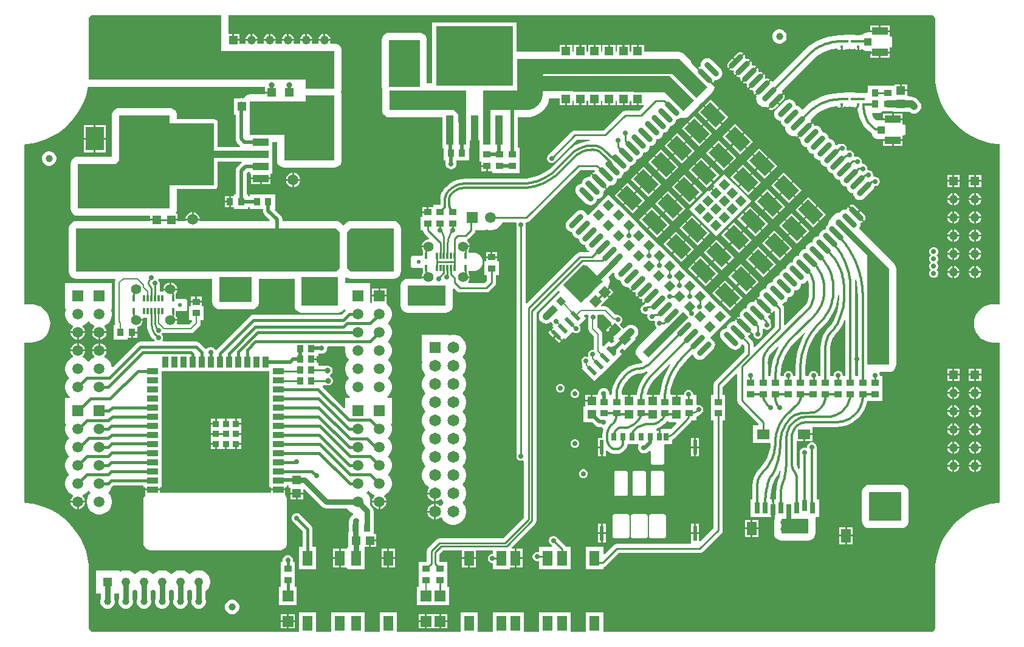
<source format=gtl>
G04*
G04 #@! TF.GenerationSoftware,Altium Limited,Altium Designer,24.5.2 (23)*
G04*
G04 Layer_Physical_Order=1*
G04 Layer_Color=255*
%FSLAX25Y25*%
%MOIN*%
G70*
G04*
G04 #@! TF.SameCoordinates,18E33138-F5D1-4808-9D7F-E210CFB707B3*
G04*
G04*
G04 #@! TF.FilePolarity,Positive*
G04*
G01*
G75*
%ADD10C,0.00787*%
%ADD14R,0.01575X0.01575*%
%ADD15R,0.01181X0.03425*%
%ADD16C,0.03937*%
%ADD17R,0.08504X0.04213*%
%ADD18R,0.03819X0.03937*%
%ADD19R,0.01378X0.01575*%
%ADD20R,0.03543X0.03543*%
%ADD21R,0.03543X0.05906*%
%ADD22R,0.05906X0.03543*%
%ADD23R,0.02953X0.04449*%
%ADD24R,0.02284X0.08268*%
%ADD25R,0.02559X0.04449*%
%ADD26R,0.03150X0.05906*%
%ADD27R,0.07087X0.05512*%
%ADD28R,0.05512X0.07480*%
%ADD29R,0.05118X0.04724*%
%ADD30R,0.03701X0.04016*%
%ADD31R,0.04016X0.03701*%
%ADD32R,0.04724X0.05118*%
%ADD33R,0.05512X0.08268*%
%ADD34R,0.05906X0.05906*%
G04:AMPARAMS|DCode=35|XSize=98.43mil|YSize=31.5mil|CornerRadius=15.75mil|HoleSize=0mil|Usage=FLASHONLY|Rotation=45.000|XOffset=0mil|YOffset=0mil|HoleType=Round|Shape=RoundedRectangle|*
%AMROUNDEDRECTD35*
21,1,0.09843,0.00000,0,0,45.0*
21,1,0.06693,0.03150,0,0,45.0*
1,1,0.03150,0.02366,0.02366*
1,1,0.03150,-0.02366,-0.02366*
1,1,0.03150,-0.02366,-0.02366*
1,1,0.03150,0.02366,0.02366*
%
%ADD35ROUNDEDRECTD35*%
G04:AMPARAMS|DCode=36|XSize=98.43mil|YSize=31.5mil|CornerRadius=15.75mil|HoleSize=0mil|Usage=FLASHONLY|Rotation=135.000|XOffset=0mil|YOffset=0mil|HoleType=Round|Shape=RoundedRectangle|*
%AMROUNDEDRECTD36*
21,1,0.09843,0.00000,0,0,135.0*
21,1,0.06693,0.03150,0,0,135.0*
1,1,0.03150,-0.02366,0.02366*
1,1,0.03150,0.02366,-0.02366*
1,1,0.03150,0.02366,-0.02366*
1,1,0.03150,-0.02366,0.02366*
%
%ADD36ROUNDEDRECTD36*%
%ADD37P,0.06125X4X90.0*%
G04:AMPARAMS|DCode=38|XSize=51.18mil|YSize=47.24mil|CornerRadius=0mil|HoleSize=0mil|Usage=FLASHONLY|Rotation=45.000|XOffset=0mil|YOffset=0mil|HoleType=Round|Shape=Rectangle|*
%AMROTATEDRECTD38*
4,1,4,-0.00139,-0.03480,-0.03480,-0.00139,0.00139,0.03480,0.03480,0.00139,-0.00139,-0.03480,0.0*
%
%ADD38ROTATEDRECTD38*%

%ADD39R,0.09843X0.12992*%
%ADD40R,0.08661X0.04134*%
%ADD41R,0.04331X0.03937*%
%ADD42R,0.21260X0.11417*%
G04:AMPARAMS|DCode=43|XSize=118.11mil|YSize=78.74mil|CornerRadius=0mil|HoleSize=0mil|Usage=FLASHONLY|Rotation=135.000|XOffset=0mil|YOffset=0mil|HoleType=Round|Shape=Rectangle|*
%AMROTATEDRECTD43*
4,1,4,0.06960,-0.01392,0.01392,-0.06960,-0.06960,0.01392,-0.01392,0.06960,0.06960,-0.01392,0.0*
%
%ADD43ROTATEDRECTD43*%

G04:AMPARAMS|DCode=44|XSize=37.01mil|YSize=40.16mil|CornerRadius=0mil|HoleSize=0mil|Usage=FLASHONLY|Rotation=225.000|XOffset=0mil|YOffset=0mil|HoleType=Round|Shape=Rectangle|*
%AMROTATEDRECTD44*
4,1,4,-0.00111,0.02728,0.02728,-0.00111,0.00111,-0.02728,-0.02728,0.00111,-0.00111,0.02728,0.0*
%
%ADD44ROTATEDRECTD44*%

G04:AMPARAMS|DCode=45|XSize=21.65mil|YSize=61.02mil|CornerRadius=0mil|HoleSize=0mil|Usage=FLASHONLY|Rotation=45.000|XOffset=0mil|YOffset=0mil|HoleType=Round|Shape=Rectangle|*
%AMROTATEDRECTD45*
4,1,4,0.01392,-0.02923,-0.02923,0.01392,-0.01392,0.02923,0.02923,-0.01392,0.01392,-0.02923,0.0*
%
%ADD45ROTATEDRECTD45*%

%ADD46R,0.42300X0.32700*%
%ADD47R,0.04100X0.15900*%
%ADD94C,0.00728*%
%ADD95C,0.01320*%
%ADD96C,0.01000*%
%ADD97C,0.01278*%
%ADD98C,0.01968*%
%AMCUSTOMSHAPE99*
4,1,8,-0.15098,0.21260,-0.09311,0.21260,-0.09311,0.17126,0.15098,0.17126,0.15098,-0.17126,-0.09311,-0.17126,-0.09311,-0.21260,-0.15098,-0.21260,-0.15098,0.21260,0.0*%
%ADD99CUSTOMSHAPE99*%

%ADD100C,0.00720*%
%ADD101C,0.01575*%
%ADD102C,0.03150*%
%ADD103C,0.03937*%
%ADD104C,0.02756*%
%ADD105C,0.05906*%
%ADD106R,0.05906X0.05906*%
%ADD107C,0.02244*%
%ADD108C,0.05512*%
%ADD109R,0.06496X0.06496*%
%ADD110C,0.06496*%
%ADD111R,0.04803X0.04803*%
%ADD112C,0.04803*%
%ADD113R,0.04803X0.04803*%
%ADD114C,0.03150*%
%ADD115C,0.02756*%
%ADD116C,0.02000*%
G36*
X110236Y320866D02*
X172244D01*
X172244Y300197D01*
X156496D01*
X156496Y305118D01*
X37621D01*
Y338299D01*
Y338699D01*
X37927Y339439D01*
X38494Y340006D01*
X39234Y340313D01*
X110236D01*
Y320866D01*
D02*
G37*
G36*
X500000Y340312D02*
D01*
X500672Y340204D01*
X501241Y339824D01*
X501622Y339254D01*
X501625Y339239D01*
X501729Y338583D01*
X501741Y338523D01*
X501741Y337883D01*
X501743Y308057D01*
X501756Y307988D01*
X501736Y307571D01*
X501920Y303834D01*
X502469Y300132D01*
X503378Y296502D01*
X504638Y292979D01*
X506238Y289597D01*
X508162Y286387D01*
X510391Y283381D01*
X512904Y280609D01*
X515677Y278096D01*
X518682Y275867D01*
X521892Y273943D01*
X525275Y272343D01*
X528798Y271082D01*
X532428Y270173D01*
X536129Y269624D01*
X537162Y269573D01*
Y181735D01*
X533465D01*
X533465Y181735D01*
Y181735D01*
X533380Y181719D01*
X531827Y181596D01*
X530231Y181213D01*
X528713Y180585D01*
X527313Y179727D01*
X526064Y178660D01*
X524998Y177411D01*
X524140Y176011D01*
X523511Y174494D01*
X523128Y172897D01*
X522999Y171260D01*
X523128Y169623D01*
X523511Y168026D01*
X524140Y166509D01*
X524998Y165109D01*
X526064Y163860D01*
X527313Y162793D01*
X528713Y161935D01*
X530231Y161307D01*
X531827Y160923D01*
X533380Y160801D01*
X533465Y160784D01*
X537162D01*
Y72948D01*
X536130Y72897D01*
X532429Y72348D01*
X528798Y71439D01*
X525275Y70178D01*
X521892Y68578D01*
X518682Y66654D01*
X515676Y64425D01*
X512903Y61912D01*
X510390Y59139D01*
X508161Y56133D01*
X506237Y52923D01*
X504637Y49540D01*
X503376Y46016D01*
X502467Y42386D01*
X501918Y38685D01*
X501734Y34947D01*
X501755Y34530D01*
X501741Y34461D01*
Y3996D01*
X501729Y3937D01*
X501729D01*
X501625Y3280D01*
X501622Y3265D01*
X501241Y2696D01*
X500672Y2315D01*
X500066Y2195D01*
X500000Y2208D01*
X319685D01*
Y12795D01*
X310236D01*
Y2208D01*
X301969D01*
Y12795D01*
X284587D01*
Y2208D01*
X276319D01*
Y12795D01*
X259055D01*
Y2208D01*
X250787D01*
Y12795D01*
X241339D01*
Y2208D01*
X206496D01*
Y12795D01*
X197047D01*
Y2208D01*
X188779D01*
Y12795D01*
X170473D01*
Y2208D01*
X162205D01*
Y12795D01*
X152756D01*
Y2208D01*
X39370D01*
X39304Y2195D01*
X38698Y2315D01*
X38129Y2696D01*
X37748Y3265D01*
X37745Y3280D01*
X37641Y3937D01*
X37641D01*
X37629Y3996D01*
Y34461D01*
X37615Y34530D01*
X37636Y34947D01*
X37452Y38685D01*
X36903Y42386D01*
X35994Y46016D01*
X34733Y49540D01*
X33133Y52923D01*
X31209Y56133D01*
X28980Y59139D01*
X26467Y61912D01*
X23694Y64425D01*
X20688Y66654D01*
X17478Y68578D01*
X14095Y70178D01*
X10572Y71439D01*
X6942Y72348D01*
X3240Y72897D01*
X2208Y72948D01*
Y160784D01*
X5906D01*
X5906Y160784D01*
Y160784D01*
X5990Y160801D01*
X7543Y160923D01*
X9139Y161307D01*
X10657Y161935D01*
X12057Y162793D01*
X13306Y163860D01*
X14372Y165109D01*
X15230Y166509D01*
X15859Y168026D01*
X16242Y169623D01*
X16371Y171260D01*
X16242Y172897D01*
X15859Y174494D01*
X15230Y176011D01*
X14372Y177411D01*
X13306Y178660D01*
X12057Y179727D01*
X10657Y180585D01*
X9139Y181213D01*
X7543Y181596D01*
X5990Y181719D01*
X5906Y181735D01*
X2196D01*
Y269571D01*
X3240Y269623D01*
X6942Y270172D01*
X10572Y271081D01*
X14095Y272342D01*
X17478Y273942D01*
X20688Y275866D01*
X23694Y278095D01*
X26467Y280608D01*
X28980Y283381D01*
X31209Y286387D01*
X33133Y289597D01*
X34733Y292980D01*
X35994Y296503D01*
X36903Y300133D01*
X37064Y301220D01*
X37621Y301147D01*
X134236D01*
Y298532D01*
X137795D01*
Y297532D01*
X134236D01*
Y296934D01*
X125984D01*
X124957Y296799D01*
X123999Y296402D01*
X123176Y295771D01*
X122545Y294949D01*
X122031Y294904D01*
X121260Y295006D01*
X120489Y294904D01*
X120435Y294882D01*
X117126D01*
Y285827D01*
X118085D01*
Y272638D01*
X118186Y271867D01*
X118484Y271149D01*
X118957Y270532D01*
X120645Y268844D01*
X120588Y268511D01*
X120382Y268144D01*
X108306D01*
Y281299D01*
X108153Y282067D01*
X107718Y282718D01*
X107067Y283154D01*
X106299Y283306D01*
X85861D01*
Y285433D01*
X85725Y286461D01*
X85329Y287419D01*
X84698Y288241D01*
X83875Y288872D01*
X82917Y289269D01*
X81890Y289404D01*
X54134D01*
X53106Y289269D01*
X52148Y288872D01*
X51326Y288241D01*
X50695Y287419D01*
X50298Y286461D01*
X50163Y285433D01*
Y262829D01*
X31496D01*
X30468Y262694D01*
X29511Y262297D01*
X28688Y261666D01*
X28057Y260844D01*
X27660Y259886D01*
X27525Y258858D01*
Y234252D01*
X27660Y233224D01*
X28057Y232266D01*
X28688Y231444D01*
X29511Y230813D01*
X30468Y230416D01*
X31496Y230281D01*
X71202D01*
Y228650D01*
X74761D01*
Y227650D01*
X71202D01*
Y227396D01*
X30512D01*
X29484Y227261D01*
X28526Y226864D01*
X27704Y226233D01*
X27073Y225411D01*
X26676Y224453D01*
X26541Y223425D01*
Y199803D01*
X26676Y198775D01*
X27073Y197818D01*
X27704Y196995D01*
X28526Y196364D01*
X29484Y195967D01*
X30512Y195832D01*
X51928D01*
X52258Y195132D01*
X51909Y194609D01*
X51725Y193687D01*
Y172244D01*
X51909Y171322D01*
X52114Y171015D01*
X51740Y170315D01*
X51142D01*
Y162362D01*
X58780D01*
Y163331D01*
X60681D01*
Y166339D01*
X61181D01*
Y166839D01*
X64031D01*
Y169346D01*
X64031Y169346D01*
X64650Y169541D01*
X64836Y169591D01*
X65692Y170085D01*
X66391Y170784D01*
X66886Y171641D01*
X67140Y172591D01*
X63386D01*
Y173591D01*
X67140D01*
X67054Y173913D01*
X67480Y174469D01*
X69333D01*
Y171465D01*
X69350Y171383D01*
X69497Y169508D01*
X69955Y167600D01*
X70546Y166174D01*
X70579Y165927D01*
X71117Y164627D01*
X71953Y163537D01*
X71972Y163508D01*
X71973Y163508D01*
X71973Y163508D01*
X72002Y163488D01*
X72437Y163155D01*
X72939Y162681D01*
X72949Y162665D01*
X72959Y162659D01*
X73000Y162614D01*
X73670Y161944D01*
X73380Y161244D01*
X65945D01*
X65225Y161150D01*
X64555Y160872D01*
X63979Y160430D01*
X50867Y147317D01*
X50107Y147548D01*
X49932Y148427D01*
X49413Y149681D01*
X48659Y150809D01*
X47699Y151769D01*
X46571Y152523D01*
X46115Y152712D01*
X45998Y153518D01*
X46470Y153990D01*
X46990Y154892D01*
X47260Y155897D01*
Y155917D01*
X43307D01*
X39354D01*
Y155897D01*
X39624Y154892D01*
X40144Y153990D01*
X40616Y153518D01*
X40500Y152712D01*
X40044Y152523D01*
X38915Y151769D01*
X37955Y150809D01*
X37752Y150504D01*
X37052D01*
X36848Y150809D01*
X35888Y151769D01*
X34760Y152523D01*
X34304Y152712D01*
X34187Y153518D01*
X34659Y153990D01*
X35179Y154892D01*
X35449Y155897D01*
Y155917D01*
X31496D01*
X27543D01*
Y155897D01*
X27813Y154892D01*
X28333Y153990D01*
X28805Y153518D01*
X28689Y152712D01*
X28232Y152523D01*
X27104Y151769D01*
X26144Y150809D01*
X25390Y149681D01*
X24871Y148427D01*
X24606Y147096D01*
Y145739D01*
X24871Y144408D01*
X25390Y143154D01*
X26144Y142025D01*
X26752Y141417D01*
X26144Y140809D01*
X25390Y139681D01*
X24871Y138427D01*
X24606Y137096D01*
Y135739D01*
X24871Y134408D01*
X25390Y133154D01*
X26144Y132025D01*
X27104Y131066D01*
X27225Y130985D01*
X27022Y130315D01*
X24606D01*
Y116535D01*
X24697D01*
X25086Y115953D01*
X24871Y115435D01*
X24606Y114104D01*
Y112747D01*
X24871Y111416D01*
X25390Y110162D01*
X26144Y109033D01*
X26752Y108425D01*
X26144Y107817D01*
X25390Y106689D01*
X24871Y105435D01*
X24606Y104104D01*
Y102747D01*
X24871Y101416D01*
X25390Y100162D01*
X26144Y99033D01*
X26752Y98425D01*
X26144Y97817D01*
X25390Y96689D01*
X24871Y95435D01*
X24606Y94104D01*
Y92747D01*
X24871Y91416D01*
X25390Y90162D01*
X26144Y89033D01*
X26752Y88425D01*
X26144Y87817D01*
X25390Y86689D01*
X24871Y85435D01*
X24606Y84104D01*
Y82747D01*
X24871Y81415D01*
X25390Y80162D01*
X26144Y79033D01*
X27104Y78074D01*
X28232Y77320D01*
X28689Y77131D01*
X28805Y76325D01*
X28333Y75852D01*
X27813Y74951D01*
X27543Y73946D01*
Y73925D01*
X31496D01*
X35449D01*
Y73946D01*
X35179Y74951D01*
X34659Y75852D01*
X34187Y76325D01*
X34304Y77131D01*
X34760Y77320D01*
X35888Y78074D01*
X36848Y79033D01*
X37052Y79338D01*
X37752D01*
X37955Y79033D01*
X38563Y78425D01*
X37955Y77817D01*
X37201Y76689D01*
X36682Y75435D01*
X36417Y74104D01*
Y72747D01*
X36682Y71416D01*
X37201Y70162D01*
X37955Y69033D01*
X38915Y68074D01*
X40044Y67320D01*
X41297Y66800D01*
X42628Y66535D01*
X43986D01*
X45317Y66800D01*
X46571Y67320D01*
X47699Y68074D01*
X48659Y69033D01*
X49413Y70162D01*
X49932Y71416D01*
X50197Y72747D01*
Y74104D01*
X49932Y75435D01*
X49413Y76689D01*
X48659Y77817D01*
X48051Y78425D01*
X48659Y79033D01*
X49413Y80162D01*
X49932Y81415D01*
X49938Y81444D01*
X49958Y81460D01*
X50955Y82456D01*
X67520D01*
Y81496D01*
X68488D01*
Y80736D01*
X72441D01*
X76394D01*
Y81496D01*
X77362D01*
Y86496D01*
Y91496D01*
Y96496D01*
Y101496D01*
Y106496D01*
Y111496D01*
Y116496D01*
Y121496D01*
Y126496D01*
Y131496D01*
Y136496D01*
Y141496D01*
Y145236D01*
X136417D01*
Y141496D01*
Y136496D01*
Y131496D01*
Y126496D01*
Y121496D01*
Y116496D01*
Y111496D01*
Y106496D01*
Y101496D01*
Y96496D01*
Y91496D01*
Y86496D01*
Y81496D01*
X137386D01*
Y80736D01*
X141339D01*
X145291D01*
Y81496D01*
X146260D01*
Y82455D01*
X147047D01*
Y81102D01*
X148016D01*
Y78453D01*
X155134D01*
Y80039D01*
X155781Y80307D01*
X165189Y70898D01*
X165930Y70330D01*
X166792Y69973D01*
X167717Y69851D01*
X179141D01*
X179688Y69033D01*
X180647Y68074D01*
X181776Y67320D01*
X182442Y67044D01*
Y66286D01*
X182230Y66198D01*
X181490Y65630D01*
X181370Y65511D01*
X180803Y64771D01*
X180446Y63909D01*
X180330Y63032D01*
X180079D01*
Y56693D01*
X179921D01*
Y48622D01*
X179331D01*
Y48197D01*
X178953Y47654D01*
X178631Y47654D01*
X175697D01*
Y42520D01*
Y37386D01*
X178631D01*
X178953Y37386D01*
X179331Y36842D01*
Y36417D01*
X188779D01*
Y48606D01*
X191232D01*
Y52165D01*
X191732D01*
Y52665D01*
X195095D01*
Y55724D01*
X193937D01*
Y63032D01*
X193692D01*
Y68346D01*
X193570Y69271D01*
X193213Y70133D01*
X192645Y70874D01*
X191737Y71782D01*
X191929Y72747D01*
Y74104D01*
X191664Y75435D01*
X191145Y76689D01*
X190391Y77817D01*
X189783Y78425D01*
X190391Y79033D01*
X190595Y79338D01*
X191295D01*
X191499Y79033D01*
X192458Y78074D01*
X193587Y77320D01*
X194043Y77131D01*
X194160Y76325D01*
X193687Y75852D01*
X193167Y74951D01*
X192898Y73946D01*
Y73925D01*
X196850D01*
X200803D01*
Y73946D01*
X200534Y74951D01*
X200013Y75852D01*
X199541Y76325D01*
X199658Y77131D01*
X200114Y77320D01*
X201242Y78074D01*
X202202Y79033D01*
X202956Y80162D01*
X203475Y81415D01*
X203740Y82747D01*
Y84104D01*
X203475Y85435D01*
X202956Y86689D01*
X202202Y87817D01*
X201594Y88425D01*
X202202Y89033D01*
X202956Y90162D01*
X203475Y91416D01*
X203740Y92747D01*
Y94104D01*
X203475Y95435D01*
X202956Y96689D01*
X202202Y97817D01*
X201594Y98425D01*
X202202Y99033D01*
X202956Y100162D01*
X203475Y101416D01*
X203740Y102747D01*
Y104104D01*
X203475Y105435D01*
X202956Y106689D01*
X202202Y107817D01*
X201594Y108425D01*
X202202Y109033D01*
X202956Y110162D01*
X203475Y111416D01*
X203740Y112747D01*
Y114104D01*
X203475Y115435D01*
X203261Y115953D01*
X203649Y116535D01*
X203740D01*
Y130315D01*
X201325D01*
X201121Y130985D01*
X201242Y131066D01*
X202202Y132025D01*
X202956Y133154D01*
X203475Y134408D01*
X203740Y135739D01*
Y137096D01*
X203475Y138427D01*
X202956Y139681D01*
X202202Y140809D01*
X201594Y141417D01*
X202202Y142025D01*
X202956Y143154D01*
X203475Y144408D01*
X203740Y145739D01*
Y147096D01*
X203475Y148427D01*
X202956Y149681D01*
X202202Y150809D01*
X201594Y151417D01*
X202202Y152025D01*
X202956Y153154D01*
X203475Y154408D01*
X203740Y155739D01*
Y157096D01*
X203475Y158427D01*
X202956Y159681D01*
X202202Y160809D01*
X201594Y161417D01*
X202202Y162025D01*
X202956Y163154D01*
X203475Y164408D01*
X203740Y165739D01*
Y167096D01*
X203475Y168427D01*
X202956Y169681D01*
X202202Y170809D01*
X201594Y171417D01*
X202202Y172025D01*
X202956Y173154D01*
X203475Y174408D01*
X203740Y175739D01*
Y177096D01*
X203475Y178427D01*
X202956Y179681D01*
X202202Y180809D01*
X201242Y181769D01*
X201085Y181874D01*
X200803Y182465D01*
X200803D01*
X200803Y182465D01*
Y185917D01*
X196850D01*
X192898D01*
Y182515D01*
X192808Y182394D01*
X192629Y182254D01*
X191929Y182595D01*
Y193307D01*
X178184D01*
Y196198D01*
X178884Y196543D01*
X179117Y196364D01*
X180075Y195967D01*
X181102Y195832D01*
X204724Y195832D01*
X205752Y195967D01*
X206710Y196364D01*
X207532Y196995D01*
X208163Y197818D01*
X208560Y198775D01*
X208695Y199803D01*
X208695Y201772D01*
Y221457D01*
X208695Y221457D01*
X208695Y223425D01*
X208560Y224453D01*
X208163Y225411D01*
X207532Y226233D01*
X206710Y226864D01*
X205752Y227261D01*
X204724Y227396D01*
X181102D01*
X180075Y227261D01*
X179117Y226864D01*
X178295Y226233D01*
X178294Y226233D01*
X177165Y225104D01*
X176036Y226233D01*
X175214Y226864D01*
X174256Y227261D01*
X173228Y227396D01*
X165354D01*
X165354Y227396D01*
X143726D01*
Y228346D01*
X143726Y228346D01*
X143625Y229117D01*
X143327Y229836D01*
X142854Y230452D01*
X142854Y230452D01*
X139595Y233711D01*
X139803Y234213D01*
X139803D01*
Y242165D01*
X125945D01*
Y241167D01*
X124882D01*
Y242165D01*
X124041D01*
Y253688D01*
X124856Y254502D01*
X125669D01*
Y253405D01*
X126638D01*
Y251287D01*
X131890D01*
Y250787D01*
D01*
Y251287D01*
X137142D01*
Y253405D01*
X138110D01*
Y260098D01*
Y266791D01*
Y270635D01*
X140714D01*
Y260827D01*
X140849Y259799D01*
X141246Y258841D01*
X141877Y258019D01*
X142700Y257388D01*
X143657Y256991D01*
X144685Y256856D01*
X172244D01*
X173272Y256991D01*
X174230Y257388D01*
X175052Y258019D01*
X175683Y258841D01*
X176080Y259799D01*
X176215Y260827D01*
Y296260D01*
X176080Y297288D01*
X175690Y298228D01*
X176080Y299169D01*
X176215Y300197D01*
X176215Y320866D01*
X176080Y321894D01*
X175683Y322852D01*
X175052Y323674D01*
X174230Y324305D01*
X173272Y324702D01*
X172244Y324837D01*
X170243D01*
X170016Y325230D01*
X169923Y325537D01*
X170120Y326272D01*
X166732D01*
X163345D01*
X163541Y325537D01*
X163449Y325230D01*
X163221Y324837D01*
X160243D01*
X160016Y325230D01*
X159923Y325537D01*
X160120Y326272D01*
X156732D01*
X153345D01*
X153542Y325537D01*
X153448Y325230D01*
X153221Y324837D01*
X150243D01*
X150016Y325230D01*
X149923Y325537D01*
X150120Y326272D01*
X146732D01*
X143345D01*
X143542Y325537D01*
X143448Y325230D01*
X143221Y324837D01*
X140243D01*
X140016Y325230D01*
X139923Y325537D01*
X140120Y326272D01*
X136732D01*
X133345D01*
X133542Y325537D01*
X133449Y325230D01*
X133221Y324837D01*
X130243D01*
X130016Y325230D01*
X129923Y325537D01*
X130120Y326272D01*
X126732D01*
Y326772D01*
D01*
Y326272D01*
X123345D01*
X123541Y325537D01*
X123449Y325230D01*
X123221Y324837D01*
X120134D01*
Y326272D01*
X116732D01*
Y326772D01*
X116232D01*
Y330173D01*
X114207D01*
Y340312D01*
X499315D01*
X500000Y340312D01*
D02*
G37*
G36*
X172244Y260827D02*
X144685D01*
Y274606D01*
X125984Y274606D01*
Y283465D01*
Y292963D01*
X156496D01*
Y296260D01*
X172244D01*
Y260827D01*
D02*
G37*
G36*
X81890Y234252D02*
X31496D01*
Y258858D01*
X52165D01*
X54134Y260827D01*
Y285433D01*
X81890D01*
Y234252D01*
D02*
G37*
G36*
X121376Y259836D02*
X121432Y259502D01*
X118957Y257027D01*
X118484Y256410D01*
X118186Y255692D01*
X118085Y254921D01*
Y242165D01*
X117244D01*
Y241197D01*
X115343D01*
Y238189D01*
Y235181D01*
X117244D01*
Y234213D01*
X124882D01*
Y235211D01*
X125945D01*
Y234213D01*
X133006D01*
Y233110D01*
X133107Y232339D01*
X133405Y231621D01*
X133878Y231004D01*
X136840Y228043D01*
X136572Y227396D01*
X98771D01*
X98441Y227826D01*
Y227847D01*
X94488D01*
X90535D01*
Y227826D01*
X90206Y227396D01*
X86236D01*
Y227650D01*
X82677D01*
Y228650D01*
X86236D01*
Y231512D01*
X85541D01*
X85231Y232140D01*
X85329Y232266D01*
X85725Y233224D01*
X85861Y234252D01*
Y245040D01*
X106299D01*
X107067Y245193D01*
X107718Y245628D01*
X108153Y246279D01*
X108306Y247047D01*
Y260202D01*
X121169D01*
X121376Y259836D01*
D02*
G37*
G36*
X165354Y223425D02*
X173228D01*
X175197Y221457D01*
X175197D01*
Y201772D01*
X173228Y199803D01*
X30512D01*
Y223425D01*
X165354D01*
Y223425D01*
D02*
G37*
G36*
X204724Y221457D02*
X204724D01*
Y201772D01*
X204724Y199803D01*
X181102Y199803D01*
X179134Y201772D01*
Y221457D01*
X179134D01*
X181102Y223425D01*
X204724D01*
X204724Y221457D01*
D02*
G37*
G36*
X126969Y183071D02*
X109252D01*
Y196850D01*
X126969D01*
Y183071D01*
D02*
G37*
G36*
X174213Y181102D02*
X154315D01*
Y196850D01*
X174213D01*
Y181102D01*
D02*
G37*
G36*
X150344D02*
X150479Y180075D01*
X150876Y179117D01*
X151507Y178295D01*
X152330Y177663D01*
X153287Y177267D01*
X154315Y177131D01*
X174213D01*
X175240Y177267D01*
X176198Y177663D01*
X177021Y178295D01*
X177631Y179090D01*
X177669Y179122D01*
X177929Y179085D01*
X178310Y178568D01*
X178328Y178322D01*
X176014Y176008D01*
X127953D01*
X127233Y175913D01*
X126563Y175636D01*
X125987Y175194D01*
X107579Y156785D01*
X106949Y156817D01*
X106751Y156903D01*
X106355Y157418D01*
X106296Y157477D01*
X105721Y157919D01*
X105050Y158197D01*
X104331Y158291D01*
X103611Y158197D01*
X102941Y157919D01*
X102365Y157477D01*
X102311Y157407D01*
X101429D01*
X101375Y157477D01*
X98422Y160430D01*
X97847Y160872D01*
X97176Y161150D01*
X96457Y161244D01*
X78167D01*
X77793Y161944D01*
X78113Y162423D01*
X78304Y163386D01*
X78113Y164349D01*
X77782Y164845D01*
X77570Y165533D01*
X77975Y166065D01*
X78723Y165916D01*
X93522D01*
X94443Y166100D01*
X95225Y166622D01*
X98160Y169557D01*
X98682Y170338D01*
X98865Y171260D01*
Y173189D01*
X100433D01*
Y180827D01*
X99465D01*
Y182728D01*
X96457D01*
X93449D01*
Y180827D01*
X92480D01*
Y173189D01*
X94048D01*
Y172257D01*
X92524Y170733D01*
X86068D01*
X85663Y171433D01*
X85783Y171641D01*
X86038Y172591D01*
X82284D01*
Y173591D01*
X86038D01*
X85783Y174540D01*
X85289Y175397D01*
X85276Y175411D01*
X85252Y175437D01*
X85252Y175437D01*
Y178114D01*
X90551D01*
X90941Y178192D01*
X91272Y178413D01*
X91493Y178744D01*
X91571Y179134D01*
Y183677D01*
X91493Y184067D01*
X91272Y184398D01*
X90941Y184619D01*
X90551Y184697D01*
X85252D01*
Y187673D01*
X85252Y187673D01*
X85252D01*
X85276Y187699D01*
X85289Y187714D01*
X85783Y188570D01*
X86038Y189520D01*
X82284D01*
X78529D01*
X78615Y189197D01*
X78189Y188642D01*
X76336D01*
Y192862D01*
X76394Y193001D01*
X76394D01*
X76356Y193313D01*
X76326Y193466D01*
Y193786D01*
X76204Y194081D01*
X76173Y194235D01*
X76086Y194365D01*
X75964Y194660D01*
X75738Y194886D01*
X75651Y195016D01*
X75521Y195103D01*
X75492Y195132D01*
X75770Y195832D01*
X105281D01*
Y183071D01*
X105416Y182043D01*
X105813Y181085D01*
X106444Y180263D01*
X107266Y179632D01*
X108224Y179235D01*
X109252Y179100D01*
X126969D01*
X127996Y179235D01*
X128954Y179632D01*
X129776Y180263D01*
X130408Y181085D01*
X130804Y182043D01*
X130939Y183071D01*
Y195832D01*
X150344D01*
Y181102D01*
D02*
G37*
G36*
X178317Y157938D02*
X178150Y157096D01*
Y155739D01*
X178414Y154408D01*
X178934Y153154D01*
X179688Y152025D01*
X180296Y151417D01*
X179688Y150809D01*
X178934Y149681D01*
X178414Y148427D01*
X178150Y147096D01*
Y145739D01*
X178414Y144408D01*
X178934Y143154D01*
X179688Y142025D01*
X180296Y141417D01*
X179688Y140809D01*
X178934Y139681D01*
X178414Y138427D01*
X178150Y137096D01*
Y135739D01*
X178414Y134408D01*
X178934Y133154D01*
X179688Y132025D01*
X180647Y131066D01*
X180768Y130985D01*
X180565Y130315D01*
X178150D01*
Y125080D01*
X177503Y124812D01*
X165768Y136547D01*
X166058Y137247D01*
X168670D01*
X168737Y137260D01*
X169181D01*
X169836Y137436D01*
X170423Y137775D01*
X170902Y138254D01*
X171241Y138841D01*
X171417Y139496D01*
Y140174D01*
X171241Y140829D01*
X170902Y141416D01*
X170423Y141895D01*
X169836Y142234D01*
X169746Y142258D01*
X169671Y142756D01*
X169708Y142993D01*
X170228Y143294D01*
X170707Y143773D01*
X171046Y144360D01*
X171222Y145015D01*
Y145693D01*
X171046Y146348D01*
X170707Y146935D01*
X170228Y147415D01*
X169641Y147754D01*
X168986Y147929D01*
X168948D01*
X168850Y147995D01*
X167887Y148186D01*
X163425D01*
Y149646D01*
X162457D01*
Y151075D01*
X159606D01*
Y152075D01*
X162457D01*
Y153504D01*
X163425D01*
Y154666D01*
X165281D01*
X166052Y154768D01*
X166770Y155065D01*
X167387Y155538D01*
X167860Y156155D01*
X168158Y156873D01*
X168259Y157644D01*
X168221Y157938D01*
X168776Y158638D01*
X177777D01*
X178317Y157938D01*
D02*
G37*
%LPC*%
G36*
X476722Y334661D02*
X471891D01*
Y332095D01*
X476722D01*
Y334661D01*
D02*
G37*
G36*
X470891D02*
X466061D01*
Y332095D01*
X470891D01*
Y334661D01*
D02*
G37*
G36*
X476722Y331095D02*
X466061D01*
Y330912D01*
X464468D01*
X463652Y330805D01*
X462890Y330490D01*
X462236Y329988D01*
X462034Y329724D01*
X460761D01*
Y329724D01*
X460484Y329481D01*
X460077Y329535D01*
X458896D01*
X458101Y329430D01*
X457632Y329624D01*
X456815Y329731D01*
X455438D01*
X454847Y329654D01*
X454256Y329731D01*
X452879D01*
X452062Y329624D01*
X451625Y329443D01*
X450929Y329535D01*
X449748D01*
X448931Y329427D01*
X448556Y329272D01*
X447149Y329193D01*
X446974Y329160D01*
X446797Y329153D01*
X443866Y328655D01*
X443697Y328603D01*
X443521Y328576D01*
X440665Y327754D01*
X440502Y327683D01*
X440331Y327637D01*
X437584Y326499D01*
X437431Y326410D01*
X437266Y326346D01*
X434664Y324908D01*
X434521Y324802D01*
X434364Y324719D01*
X431940Y322999D01*
X431810Y322879D01*
X431663Y322779D01*
X429447Y320798D01*
X429385Y320726D01*
X429314Y320671D01*
X429261Y320603D01*
X429195Y320546D01*
X429190Y320541D01*
X429171Y320512D01*
X412816Y304157D01*
X412680Y304130D01*
X412473Y304116D01*
X411859Y303994D01*
X411719Y304332D01*
X411613Y304470D01*
X410556Y303413D01*
X410200Y303175D01*
X409967Y302971D01*
X409722Y302782D01*
X407355Y300416D01*
X404989Y298049D01*
X404801Y297804D01*
X404597Y297571D01*
X404359Y297215D01*
X403301Y296158D01*
X403439Y296052D01*
X403777Y295912D01*
X403655Y295298D01*
X403641Y295091D01*
X403601Y294888D01*
X403615Y294682D01*
X403601Y294476D01*
X403641Y294273D01*
X403655Y294066D01*
X403777Y293452D01*
X403844Y293256D01*
X403884Y293053D01*
X403975Y292867D01*
X404042Y292671D01*
X404157Y292499D01*
X404248Y292314D01*
X404597Y291793D01*
X404733Y291637D01*
X404848Y291465D01*
X405003Y291329D01*
X405140Y291173D01*
X405312Y291058D01*
X405467Y290922D01*
X405988Y290574D01*
X406174Y290482D01*
X406346Y290368D01*
X406542Y290301D01*
X406727Y290210D01*
X406930Y290169D01*
X407126Y290103D01*
X407741Y289980D01*
X407947Y289967D01*
X408150Y289927D01*
X408357Y289940D01*
X408563Y289927D01*
X408766Y289967D01*
X408972Y289980D01*
X409586Y290103D01*
X409726Y289764D01*
X409832Y289627D01*
X410890Y290684D01*
X411246Y290922D01*
X411478Y291126D01*
X411724Y291315D01*
X414090Y293681D01*
X416457Y296047D01*
X416645Y296293D01*
X416849Y296526D01*
X417087Y296882D01*
X418144Y297939D01*
X418007Y298045D01*
X417668Y298185D01*
X417791Y298799D01*
X417804Y299005D01*
X417831Y299141D01*
X434338Y315648D01*
X434389Y315714D01*
X436219Y317350D01*
X438283Y318815D01*
X440499Y320039D01*
X442838Y321008D01*
X445270Y321709D01*
X447766Y322133D01*
X448042Y322148D01*
X448551Y321667D01*
Y321441D01*
X452126D01*
Y321441D01*
X452623Y321877D01*
X452879Y321843D01*
X454256D01*
X454847Y321921D01*
X455438Y321843D01*
X456815D01*
X456999Y321868D01*
X457699Y321441D01*
Y321441D01*
X461274D01*
Y321850D01*
X462034D01*
X462236Y321587D01*
X462890Y321085D01*
X463652Y320770D01*
X464468Y320662D01*
X466061D01*
Y320480D01*
X476722D01*
Y322799D01*
X477295D01*
X477685Y322877D01*
X478016Y323098D01*
X478237Y323429D01*
X478314Y323819D01*
Y327756D01*
X478237Y328146D01*
X478016Y328477D01*
X477685Y328698D01*
X477295Y328776D01*
X476722D01*
Y331095D01*
D02*
G37*
G36*
X127232Y330159D02*
Y327272D01*
X130120D01*
X129902Y328085D01*
X129454Y328860D01*
X128821Y329494D01*
X128045Y329941D01*
X127232Y330159D01*
D02*
G37*
G36*
X147232D02*
Y327272D01*
X150120D01*
X149902Y328085D01*
X149454Y328860D01*
X148821Y329494D01*
X148045Y329941D01*
X147232Y330159D01*
D02*
G37*
G36*
X167232D02*
Y327272D01*
X170120D01*
X169902Y328085D01*
X169454Y328860D01*
X168821Y329494D01*
X168045Y329941D01*
X167232Y330159D01*
D02*
G37*
G36*
X157232D02*
Y327272D01*
X160120D01*
X159902Y328085D01*
X159454Y328860D01*
X158821Y329494D01*
X158045Y329941D01*
X157232Y330159D01*
D02*
G37*
G36*
X120134Y330173D02*
X117232D01*
Y327272D01*
X120134D01*
Y330173D01*
D02*
G37*
G36*
X137232Y330159D02*
Y327272D01*
X140120D01*
X139902Y328085D01*
X139454Y328860D01*
X138821Y329494D01*
X138045Y329941D01*
X137232Y330159D01*
D02*
G37*
G36*
X146232Y330159D02*
X145419Y329941D01*
X144644Y329494D01*
X144010Y328860D01*
X143562Y328085D01*
X143345Y327272D01*
X146232D01*
Y330159D01*
D02*
G37*
G36*
X126232D02*
X125419Y329941D01*
X124644Y329494D01*
X124010Y328860D01*
X123563Y328085D01*
X123345Y327272D01*
X126232D01*
Y330159D01*
D02*
G37*
G36*
X166232D02*
X165419Y329941D01*
X164644Y329494D01*
X164010Y328860D01*
X163563Y328085D01*
X163345Y327272D01*
X166232D01*
Y330159D01*
D02*
G37*
G36*
X156232D02*
X155419Y329941D01*
X154644Y329494D01*
X154010Y328860D01*
X153562Y328085D01*
X153345Y327272D01*
X156232D01*
Y330159D01*
D02*
G37*
G36*
X136232D02*
X135419Y329941D01*
X134644Y329494D01*
X134010Y328860D01*
X133563Y328085D01*
X133345Y327272D01*
X136232D01*
Y330159D01*
D02*
G37*
G36*
X416857Y332677D02*
X415820D01*
X414819Y332409D01*
X413921Y331891D01*
X413188Y331157D01*
X412670Y330260D01*
X412402Y329258D01*
Y328222D01*
X412670Y327221D01*
X413188Y326323D01*
X413921Y325590D01*
X414819Y325072D01*
X415820Y324803D01*
X416857D01*
X417858Y325072D01*
X418756Y325590D01*
X419489Y326323D01*
X420007Y327221D01*
X420276Y328222D01*
Y329258D01*
X420007Y330260D01*
X419489Y331157D01*
X418756Y331891D01*
X417858Y332409D01*
X416857Y332677D01*
D02*
G37*
G36*
X476722Y319480D02*
X471891D01*
Y316913D01*
X476722D01*
Y319480D01*
D02*
G37*
G36*
X470891D02*
X466061D01*
Y316913D01*
X470891D01*
Y319480D01*
D02*
G37*
G36*
X394994Y320107D02*
X394322Y320018D01*
X393695Y319759D01*
X393157Y319346D01*
X391145Y317334D01*
X392628Y315851D01*
X396430Y319653D01*
X396292Y319759D01*
X395666Y320018D01*
X394994Y320107D01*
D02*
G37*
G36*
X390438Y316626D02*
X388425Y314614D01*
X388012Y314076D01*
X387753Y313450D01*
X387664Y312777D01*
X387753Y312105D01*
X388012Y311479D01*
X388118Y311341D01*
X391920Y315144D01*
X390438Y316626D01*
D02*
G37*
G36*
X397137Y318946D02*
X392981Y314790D01*
X388825Y310634D01*
X388963Y310528D01*
X389589Y310269D01*
X390261Y310180D01*
X390788Y310250D01*
X391116Y310014D01*
X391353Y309685D01*
X391283Y309158D01*
X391372Y308486D01*
X391631Y307860D01*
X391737Y307722D01*
X395893Y311878D01*
X400049Y316034D01*
X399911Y316140D01*
X399285Y316399D01*
X398613Y316488D01*
X398086Y316419D01*
X397758Y316655D01*
X397521Y316983D01*
X397591Y317510D01*
X397502Y318182D01*
X397243Y318808D01*
X397137Y318946D01*
D02*
G37*
G36*
X400756Y315327D02*
X396600Y311171D01*
X392444Y307015D01*
X392582Y306909D01*
X393208Y306650D01*
X393880Y306561D01*
X394407Y306630D01*
X394736Y306395D01*
X394972Y306066D01*
X394902Y305539D01*
X394991Y304867D01*
X395250Y304241D01*
X395356Y304103D01*
X399512Y308259D01*
X403668Y312415D01*
X403530Y312521D01*
X402904Y312780D01*
X402232Y312869D01*
X401706Y312800D01*
X401377Y313036D01*
X401141Y313364D01*
X401210Y313891D01*
X401121Y314563D01*
X400862Y315189D01*
X400756Y315327D01*
D02*
G37*
G36*
X272134Y336429D02*
X225897D01*
Y303184D01*
X222967D01*
Y312992D01*
Y326772D01*
X222832Y327799D01*
X222435Y328757D01*
X221804Y329580D01*
X220982Y330211D01*
X220024Y330607D01*
X218996Y330743D01*
X202264D01*
X201236Y330607D01*
X200278Y330211D01*
X199456Y329580D01*
X198825Y328757D01*
X198428Y327799D01*
X198293Y326772D01*
Y312992D01*
Y301181D01*
X198428Y300153D01*
X198466Y300063D01*
X198354Y299213D01*
Y288386D01*
X198489Y287358D01*
X198886Y286400D01*
X199517Y285578D01*
X200339Y284947D01*
X201297Y284550D01*
X202325Y284415D01*
X231611D01*
Y267447D01*
X232244D01*
Y260787D01*
X233163D01*
Y258937D01*
X233265Y258166D01*
X233562Y257448D01*
X234036Y256831D01*
X234115Y256752D01*
X234731Y256279D01*
X235450Y255981D01*
X236221Y255880D01*
X236991Y255981D01*
X237710Y256279D01*
X238326Y256752D01*
X238800Y257369D01*
X239097Y258087D01*
X239199Y258858D01*
X239120Y259456D01*
Y260787D01*
X246102D01*
Y267447D01*
X246341D01*
Y268415D01*
Y271654D01*
X248516D01*
Y277365D01*
X249516D01*
Y271654D01*
X251690D01*
Y268415D01*
Y267447D01*
X251929D01*
Y260118D01*
X252898D01*
Y258216D01*
X255905D01*
Y257716D01*
X256405D01*
Y254866D01*
X258819D01*
Y253898D01*
X265709D01*
Y253898D01*
X273661D01*
Y260118D01*
Y267756D01*
X272663D01*
Y284415D01*
X277559D01*
X277559Y284415D01*
X278431Y284415D01*
X278818Y284466D01*
X279206Y284491D01*
X280918Y284832D01*
X281286Y284957D01*
X281663Y285057D01*
X283275Y285725D01*
X283612Y285920D01*
X283961Y286092D01*
X285412Y287062D01*
X285705Y287318D01*
X286014Y287556D01*
X287248Y288789D01*
X287485Y289098D01*
X287741Y289391D01*
X288711Y290842D01*
X288883Y291191D01*
X289078Y291529D01*
X289746Y293141D01*
X289846Y293517D01*
X289971Y293885D01*
X290149Y294778D01*
X295654Y294732D01*
Y291126D01*
X298713D01*
Y294488D01*
X299713D01*
Y291126D01*
X302772D01*
Y293497D01*
X303472Y293964D01*
X303528Y293941D01*
Y291126D01*
X306587D01*
Y294488D01*
X307587D01*
Y291126D01*
X310646D01*
Y293432D01*
X311346Y293899D01*
X311402Y293876D01*
Y291126D01*
X314461D01*
Y294488D01*
X315461D01*
Y291126D01*
X318520D01*
Y293368D01*
X319220Y293834D01*
X319276Y293811D01*
Y291126D01*
X322335D01*
Y294488D01*
X323335D01*
Y291126D01*
X326394D01*
Y293303D01*
X327094Y293769D01*
X327150Y293746D01*
Y291126D01*
X334268D01*
Y293238D01*
X334968Y293705D01*
X335024Y293681D01*
Y291126D01*
X341627Y291126D01*
X341674D01*
D01*
X341695Y291126D01*
X341729Y291044D01*
X341985Y290426D01*
X339509Y287950D01*
X331693D01*
X330730Y287758D01*
X329913Y287213D01*
X321055Y278355D01*
X321055Y278355D01*
X319824Y277123D01*
X304134D01*
X303171Y276932D01*
X302354Y276386D01*
X289559Y263591D01*
X289013Y262774D01*
X288822Y261811D01*
X289013Y260848D01*
X289559Y260031D01*
X290375Y259486D01*
X291339Y259294D01*
X292302Y259486D01*
X293118Y260031D01*
X305176Y272089D01*
X311995D01*
X312018Y271389D01*
X311335Y271345D01*
X308869Y270854D01*
X306487Y270046D01*
X304231Y268933D01*
X302140Y267536D01*
X300249Y265878D01*
X300262Y265864D01*
X292051Y257653D01*
X292018Y257610D01*
X290061Y255861D01*
X287877Y254311D01*
X285533Y253016D01*
X283059Y251991D01*
X280486Y251250D01*
X277846Y250801D01*
X275226Y250654D01*
X275172Y250661D01*
X244220D01*
Y250686D01*
X241816Y250497D01*
X239471Y249934D01*
X237243Y249011D01*
X235186Y247751D01*
X233352Y246185D01*
X233118Y245910D01*
X232646Y245404D01*
X232585Y245329D01*
X231661Y244204D01*
X230922Y242820D01*
X230466Y241319D01*
X230379Y240437D01*
X230312Y239758D01*
X230312Y239758D01*
X230328D01*
X230328Y239758D01*
Y236260D01*
X226339D01*
Y235134D01*
X223925D01*
Y232283D01*
X223425D01*
Y231783D01*
X220417D01*
Y229882D01*
X219449D01*
Y222244D01*
X220948D01*
X221100Y221478D01*
X221645Y220661D01*
X224317Y217989D01*
X224027Y217289D01*
X223350D01*
X222394Y217034D01*
X221538Y216539D01*
X220839Y215840D01*
X220344Y214983D01*
X220090Y214034D01*
X223844D01*
Y213034D01*
X220090D01*
X220344Y212084D01*
X220839Y211227D01*
X220851Y211213D01*
X220876Y211187D01*
X220876Y211187D01*
Y209106D01*
X220479Y208471D01*
X215180D01*
X214790Y208394D01*
X214459Y208173D01*
X214238Y207842D01*
X214160Y207452D01*
Y202908D01*
X214238Y202518D01*
X214459Y202187D01*
X214790Y201967D01*
X215180Y201889D01*
X220479D01*
X220876Y201254D01*
Y198951D01*
X220876Y198951D01*
X220876D01*
X220852Y198925D01*
X220839Y198911D01*
X220344Y198054D01*
X220090Y197104D01*
X223844D01*
Y196104D01*
X220084D01*
X219927Y195900D01*
X212598D01*
X211571Y195765D01*
X210613Y195368D01*
X209790Y194737D01*
X209159Y193915D01*
X208763Y192957D01*
X208627Y191929D01*
Y181102D01*
X208763Y180075D01*
X209159Y179117D01*
X209790Y178295D01*
X210613Y177663D01*
X211571Y177267D01*
X212598Y177131D01*
X233268D01*
X234296Y177267D01*
X235253Y177663D01*
X236076Y178295D01*
X236707Y179117D01*
X237103Y180075D01*
X237239Y181102D01*
Y190239D01*
X237885Y190507D01*
X239356Y189036D01*
X240173Y188491D01*
X241136Y188299D01*
X255458D01*
X256421Y188491D01*
X257238Y189036D01*
X258222Y190021D01*
X258222Y190021D01*
X260191Y191989D01*
X260736Y192806D01*
X260928Y193769D01*
Y197667D01*
X262387D01*
Y205304D01*
X261419D01*
Y207206D01*
X258411D01*
X255403D01*
Y205304D01*
X254435D01*
Y197667D01*
X255894D01*
Y194811D01*
X254663Y193580D01*
X254663Y193580D01*
X254416Y193333D01*
X245772D01*
X245482Y194033D01*
X245747Y194298D01*
X246242Y195155D01*
X246496Y196104D01*
X242742D01*
Y197104D01*
X246496D01*
X246242Y198054D01*
X245747Y198911D01*
X245735Y198925D01*
X245710Y198951D01*
X245710Y198951D01*
Y199616D01*
X245760Y199735D01*
X245808Y199804D01*
X245952Y199935D01*
X246140Y200052D01*
X246278Y200117D01*
X246408Y200134D01*
X246575Y200112D01*
X246576Y200111D01*
X246645Y200102D01*
X246869Y200039D01*
X246925Y200031D01*
X246943Y200031D01*
X246961Y200026D01*
X247021Y200019D01*
X247079Y200011D01*
X247343Y200010D01*
X247604Y199976D01*
X248510D01*
X248771Y200010D01*
X249035Y200011D01*
X249093Y200019D01*
X249152Y200026D01*
X249170Y200031D01*
X249189Y200031D01*
X249244Y200039D01*
X249468Y200102D01*
X249537Y200111D01*
X249539Y200112D01*
X249706Y200134D01*
X249765Y200149D01*
X249798Y200163D01*
X249833Y200168D01*
X249888Y200184D01*
X250007Y200235D01*
X250133Y200262D01*
X250188Y200282D01*
X250298Y200339D01*
X250416Y200372D01*
X250471Y200395D01*
X250519Y200424D01*
X250571Y200440D01*
X250622Y200463D01*
X250726Y200529D01*
X250841Y200572D01*
X250892Y200600D01*
X250981Y200664D01*
X250986Y200668D01*
X251091Y200715D01*
X251142Y200746D01*
X251193Y200777D01*
X251373Y200924D01*
X251393Y200933D01*
X251418Y200955D01*
X251537Y201022D01*
X251585Y201057D01*
X251677Y201148D01*
X251783Y201221D01*
X251827Y201261D01*
X251832Y201267D01*
X251874Y201296D01*
X251917Y201335D01*
X252039Y201480D01*
X252184Y201603D01*
X252224Y201646D01*
X252253Y201688D01*
X252259Y201693D01*
X252298Y201736D01*
X252372Y201842D01*
X252462Y201935D01*
X252498Y201982D01*
X252565Y202101D01*
X252586Y202127D01*
X252591Y202137D01*
X252696Y202256D01*
X252727Y202304D01*
X252733Y202315D01*
X252742Y202326D01*
X252773Y202377D01*
X252828Y202499D01*
X252889Y202588D01*
X252902Y202622D01*
X252975Y202730D01*
X253002Y202785D01*
X253023Y202844D01*
X253056Y202897D01*
X253080Y202948D01*
X253096Y203001D01*
X253124Y203048D01*
X253148Y203103D01*
X253181Y203222D01*
X253237Y203331D01*
X253257Y203386D01*
X253284Y203513D01*
X253336Y203631D01*
X253351Y203687D01*
X253357Y203722D01*
X253370Y203754D01*
X253386Y203814D01*
X253408Y203981D01*
X253408Y203982D01*
X253417Y204051D01*
X253480Y204275D01*
X253488Y204330D01*
X253488Y204349D01*
X253493Y204367D01*
X253501Y204426D01*
X253509Y204485D01*
X253509Y204611D01*
X253510Y204617D01*
X253510Y204757D01*
X253544Y205010D01*
Y205128D01*
X253510Y205381D01*
X253510Y205521D01*
X253509Y205527D01*
X253509Y205653D01*
X253501Y205712D01*
X253493Y205771D01*
X253488Y205789D01*
X253488Y205807D01*
X253480Y205863D01*
X253417Y206087D01*
X253408Y206156D01*
X253408Y206157D01*
X253386Y206324D01*
X253370Y206383D01*
X253357Y206416D01*
X253351Y206451D01*
X253336Y206506D01*
X253284Y206625D01*
X253257Y206751D01*
X253237Y206807D01*
X253181Y206916D01*
X253148Y207035D01*
X253124Y207090D01*
X253096Y207137D01*
X253080Y207190D01*
X253056Y207241D01*
X253023Y207294D01*
X253002Y207353D01*
X252975Y207408D01*
X252902Y207516D01*
X252889Y207550D01*
X252828Y207639D01*
X252773Y207761D01*
X252742Y207812D01*
X252733Y207822D01*
X252727Y207834D01*
X252696Y207881D01*
X252591Y208001D01*
X252586Y208011D01*
X252565Y208037D01*
X252498Y208156D01*
X252462Y208203D01*
X252372Y208296D01*
X252298Y208402D01*
X252259Y208445D01*
X252253Y208450D01*
X252224Y208492D01*
X252184Y208535D01*
X252039Y208658D01*
X251917Y208803D01*
X251874Y208842D01*
X251832Y208871D01*
X251827Y208877D01*
X251783Y208916D01*
X251677Y208990D01*
X251585Y209081D01*
X251537Y209116D01*
X251418Y209183D01*
X251393Y209205D01*
X251373Y209214D01*
X251193Y209361D01*
X251091Y209423D01*
X250986Y209470D01*
X250981Y209474D01*
X250892Y209538D01*
X250841Y209565D01*
X250726Y209609D01*
X250622Y209675D01*
X250571Y209698D01*
X250519Y209714D01*
X250471Y209742D01*
X250416Y209766D01*
X250298Y209799D01*
X250188Y209856D01*
X250133Y209875D01*
X250007Y209903D01*
X249888Y209954D01*
X249833Y209970D01*
X249798Y209975D01*
X249765Y209988D01*
X249706Y210004D01*
X249539Y210026D01*
X249537Y210027D01*
X249468Y210036D01*
X249244Y210099D01*
X249189Y210106D01*
X249170Y210107D01*
X249152Y210111D01*
X249093Y210119D01*
X249035Y210127D01*
X248771Y210128D01*
X248510Y210162D01*
X247604D01*
X247343Y210128D01*
X247079Y210127D01*
X247021Y210119D01*
X246961Y210111D01*
X246943Y210107D01*
X246925Y210106D01*
X246869Y210099D01*
X246645Y210036D01*
X246576Y210027D01*
X246575Y210026D01*
X246408Y210004D01*
X246278Y210021D01*
X246140Y210086D01*
X245952Y210203D01*
X245808Y210334D01*
X245760Y210403D01*
X245710Y210522D01*
Y211187D01*
X245710Y211187D01*
X245710D01*
X245735Y211213D01*
X245747Y211227D01*
X246242Y212084D01*
X246496Y213034D01*
X242742D01*
Y214034D01*
X246496D01*
X246242Y214983D01*
X245747Y215840D01*
X245125Y216462D01*
X245096Y216763D01*
X245201Y217259D01*
X245874Y217708D01*
X248827Y220661D01*
X249373Y221478D01*
X249564Y222441D01*
X254842D01*
Y222532D01*
X255424Y222920D01*
X255943Y222706D01*
X257274Y222441D01*
X258631D01*
X259962Y222706D01*
X261216Y223225D01*
X262345Y223979D01*
X263304Y224939D01*
X264058Y226067D01*
X264368Y226814D01*
X271809D01*
X272233Y226114D01*
X272089Y225394D01*
Y98425D01*
X272281Y97462D01*
X272827Y96645D01*
X273643Y96100D01*
X274606Y95908D01*
X275570Y96100D01*
X275677Y96172D01*
X276294Y95842D01*
Y64739D01*
X264911Y53355D01*
X229972D01*
X229009Y53164D01*
X228193Y52618D01*
X224598Y49024D01*
X223614Y48039D01*
X223068Y47223D01*
X222877Y46260D01*
Y40570D01*
X222701Y40394D01*
X218465D01*
Y32756D01*
Y26575D01*
X217520D01*
Y16732D01*
X235236D01*
Y26575D01*
X234291D01*
Y32756D01*
Y40394D01*
X230055D01*
X229879Y40570D01*
Y44780D01*
X231719Y46621D01*
X242307D01*
Y43020D01*
X246063D01*
X249819D01*
Y46621D01*
X259055D01*
Y44840D01*
X258858D01*
X257895Y44648D01*
X257079Y44102D01*
X256533Y43286D01*
X256341Y42323D01*
X256533Y41360D01*
X257079Y40543D01*
X257895Y39998D01*
X258858Y39806D01*
X259055D01*
Y36417D01*
X268504D01*
Y37386D01*
X271095D01*
Y42520D01*
Y47654D01*
X269647D01*
X269379Y48300D01*
X282292Y61212D01*
X282837Y62029D01*
X283029Y62992D01*
Y177107D01*
X295232Y189310D01*
X296054Y188488D01*
X290979Y183413D01*
X286580Y179014D01*
X286584Y179011D01*
X285578Y178005D01*
X284947Y177182D01*
X284550Y176225D01*
X284415Y175197D01*
X284550Y174169D01*
X284947Y173211D01*
X285578Y172389D01*
X286400Y171758D01*
X287358Y171361D01*
X288386Y171226D01*
X289414Y171361D01*
X290371Y171758D01*
X290609Y171940D01*
X290821Y171909D01*
X291385Y171654D01*
X291671Y170964D01*
X292266Y170369D01*
X291767Y169870D01*
X292452Y169186D01*
X291428Y168161D01*
X294292Y165296D01*
X297157Y162432D01*
X298181Y163456D01*
X298866Y162772D01*
X302831Y166736D01*
X302842Y166724D01*
X303659Y166179D01*
X304622Y165987D01*
X304724D01*
X305688Y166179D01*
X306504Y166724D01*
X307050Y167541D01*
X307241Y168504D01*
X307050Y169467D01*
X306504Y170284D01*
X306493Y170398D01*
X310252Y174158D01*
X309083Y175327D01*
X309350Y175974D01*
X311248D01*
X311381Y175860D01*
X311735Y175274D01*
X311602Y174606D01*
Y168307D01*
X311783Y167399D01*
X312298Y166628D01*
X314555Y164371D01*
Y156976D01*
X314449Y156905D01*
X313503D01*
X312629Y156544D01*
X311960Y155875D01*
X311598Y155001D01*
Y154055D01*
X311602Y154046D01*
Y153275D01*
X310902Y152807D01*
X310512Y152969D01*
X309566D01*
X308692Y152606D01*
X308024Y151938D01*
X307661Y151064D01*
Y150118D01*
X308024Y149244D01*
X308054Y149213D01*
Y148453D01*
X308235Y147544D01*
X308419Y147269D01*
X307858Y146709D01*
X314957Y139610D01*
X318493Y143145D01*
X322028Y146681D01*
X325564Y150216D01*
X329879Y154531D01*
X328658Y155752D01*
X328713Y156033D01*
X329146Y156681D01*
X329237Y156755D01*
X329226Y156766D01*
X329226Y156766D01*
X330076Y157616D01*
X331246Y156446D01*
X337649Y162849D01*
X337232Y163265D01*
X337744Y163777D01*
X338375Y164600D01*
X338772Y165557D01*
X338907Y166585D01*
X338772Y167613D01*
X338375Y168570D01*
X337744Y169393D01*
X336922Y170024D01*
X335964Y170421D01*
X334936Y170556D01*
X333908Y170421D01*
X332950Y170024D01*
X332128Y169393D01*
X331616Y168881D01*
X331524Y168973D01*
X330839Y168289D01*
X328779Y170349D01*
X328943Y171175D01*
X329142Y171257D01*
X329811Y171926D01*
X330173Y172800D01*
Y173746D01*
X329811Y174620D01*
X329142Y175289D01*
X329133Y175293D01*
X329084Y175342D01*
X328314Y175856D01*
X327406Y176037D01*
X326336D01*
X322346Y180027D01*
X321576Y180542D01*
X320668Y180722D01*
X318650D01*
X318382Y181369D01*
X320419Y183406D01*
X322582Y185569D01*
X320204Y187947D01*
X320558Y188300D01*
X320204Y188654D01*
X322721Y191170D01*
X322246Y191645D01*
X322829Y192404D01*
X323225Y193362D01*
X323361Y194390D01*
X323225Y195417D01*
X322829Y196375D01*
X322648Y196610D01*
X325108Y199070D01*
X325771Y198743D01*
X325720Y198360D01*
X325842Y197435D01*
X326199Y196573D01*
X326767Y195833D01*
X327507Y195265D01*
X328369Y194907D01*
X329294Y194786D01*
X329424Y194097D01*
X329461Y193816D01*
X329818Y192954D01*
X330386Y192213D01*
X331126Y191646D01*
X331988Y191288D01*
X332913Y191167D01*
X333242Y191210D01*
X333310Y191201D01*
X333999Y190635D01*
X334024Y190449D01*
X334283Y189823D01*
X334389Y189685D01*
X338545Y193841D01*
X339252Y193134D01*
X335096Y188978D01*
X335234Y188873D01*
X335860Y188613D01*
X336532Y188524D01*
X337059Y188594D01*
X337388Y188358D01*
X337624Y188029D01*
X337554Y187503D01*
X337643Y186830D01*
X337902Y186204D01*
X338008Y186066D01*
X342164Y190222D01*
X342871Y189515D01*
X338715Y185359D01*
X338853Y185253D01*
X339479Y184994D01*
X340151Y184906D01*
X340678Y184975D01*
X341007Y184739D01*
X341243Y184410D01*
X341173Y183883D01*
X341262Y183211D01*
X341521Y182585D01*
X341934Y182047D01*
X341960Y181658D01*
X341237Y180935D01*
X340926Y180728D01*
X340381Y179911D01*
X340189Y178948D01*
X340381Y177985D01*
X340926Y177168D01*
X341743Y176622D01*
X342706Y176431D01*
X342809D01*
X343572Y176583D01*
X343840Y176380D01*
X344024Y176174D01*
X344105Y176030D01*
X343940Y175197D01*
X344131Y174234D01*
X344677Y173417D01*
X345494Y172872D01*
X346457Y172680D01*
X346932D01*
X347651Y172823D01*
X347988Y172456D01*
X348130Y172250D01*
X348037Y171783D01*
X348016Y171733D01*
Y171678D01*
X347946Y171329D01*
X348016Y170981D01*
Y170787D01*
X348090Y170608D01*
X348138Y170366D01*
X348275Y170161D01*
X348378Y169913D01*
X348568Y169723D01*
X348684Y169550D01*
X348765Y169495D01*
X348861Y169243D01*
X348873Y168697D01*
X348834Y168574D01*
X338654Y158393D01*
X338023Y157571D01*
X337626Y156613D01*
X337491Y155586D01*
X337626Y154558D01*
X338023Y153600D01*
X338654Y152778D01*
X341147Y150284D01*
X341132Y150157D01*
X340898Y149543D01*
X340319Y149303D01*
X338533Y149019D01*
X338472Y149001D01*
X337838Y148951D01*
X335773Y148456D01*
X333811Y147643D01*
X332001Y146533D01*
X330386Y145154D01*
X329975Y144672D01*
X329514Y144163D01*
X329514Y144163D01*
X329060Y143645D01*
X327991Y142427D01*
X326709Y140507D01*
X325687Y138436D01*
X324945Y136249D01*
X324495Y133985D01*
X324402Y132575D01*
X324074Y132011D01*
X323076D01*
Y132658D01*
X322975Y133429D01*
X322677Y134147D01*
X322204Y134764D01*
X322204Y134764D01*
X321988Y134980D01*
X321371Y135453D01*
X320653Y135751D01*
X319882Y135852D01*
X319111Y135751D01*
X318393Y135453D01*
X317776Y134980D01*
X317303Y134363D01*
X317005Y133645D01*
X316904Y132874D01*
X316288Y132184D01*
X313869D01*
Y128822D01*
X313369D01*
Y128322D01*
X309810D01*
Y125672D01*
X308842D01*
Y117011D01*
X313682D01*
X315522Y115171D01*
X315522Y115171D01*
X316139Y114697D01*
X316857Y114400D01*
X317628Y114298D01*
X317628Y114298D01*
X318992D01*
X319111Y114249D01*
X319280Y114227D01*
X319760Y113458D01*
X319363Y112149D01*
X319175Y110236D01*
X319199D01*
Y108510D01*
X316756D01*
Y103876D01*
X318898D01*
Y103376D01*
X319398D01*
Y98242D01*
X321039D01*
Y101500D01*
X321698Y101736D01*
X321928Y101456D01*
X321940Y101467D01*
X322852Y100719D01*
X323892Y100163D01*
X325021Y99820D01*
X326195Y99705D01*
Y99711D01*
X327262D01*
Y99689D01*
X328620Y99868D01*
X329886Y100392D01*
X330800Y101093D01*
X330971Y101224D01*
X330971Y101224D01*
X330973Y101226D01*
X331301Y101573D01*
X331301Y101573D01*
X331301Y101574D01*
X332095Y102541D01*
X332685Y103645D01*
X333048Y104843D01*
X333067Y105029D01*
X338715D01*
X339081Y104330D01*
X338891Y103871D01*
X338789Y103100D01*
X338891Y102329D01*
X339189Y101611D01*
X339662Y100994D01*
X340279Y100521D01*
X340997Y100223D01*
X341768Y100121D01*
X342493D01*
X343264Y100223D01*
X343983Y100521D01*
X344599Y100994D01*
X345027Y101421D01*
X345673Y101153D01*
Y94884D01*
X345751Y94494D01*
X345972Y94163D01*
X346303Y93942D01*
X346693Y93864D01*
X352205D01*
X352595Y93942D01*
X352926Y94163D01*
X353147Y94494D01*
X353224Y94884D01*
Y103939D01*
X353147Y104329D01*
X353147Y104330D01*
X353521Y105029D01*
X357500D01*
Y107507D01*
X358349Y107961D01*
X359368Y108797D01*
X359476Y108870D01*
X366931Y116325D01*
X366988Y116409D01*
X367916Y117541D01*
X368244Y118153D01*
X370730D01*
Y120176D01*
X370745Y120180D01*
X372387Y121057D01*
X373825Y122238D01*
X373827Y122236D01*
X374373Y123053D01*
X374564Y124016D01*
X374373Y124979D01*
X373827Y125795D01*
X373010Y126341D01*
X372047Y126533D01*
X371430Y126410D01*
X370730Y126882D01*
Y132011D01*
X369052D01*
Y132283D01*
X368861Y133247D01*
X368315Y134063D01*
X367499Y134609D01*
X366535Y134800D01*
X365572Y134609D01*
X364756Y134063D01*
X364210Y133247D01*
X364061Y132499D01*
X363492Y132184D01*
X360433D01*
Y128822D01*
X359433D01*
Y132184D01*
X356972D01*
X356367Y132882D01*
X356629Y134645D01*
X357399Y137720D01*
X358467Y140704D01*
X359822Y143569D01*
X361451Y146287D01*
X363339Y148833D01*
X365425Y151134D01*
X365476Y151173D01*
X368599Y154296D01*
X369262Y154071D01*
X369271Y154006D01*
X369628Y153144D01*
X370196Y152404D01*
X370936Y151836D01*
X371798Y151479D01*
X372723Y151357D01*
X373648Y151479D01*
X374510Y151836D01*
X375250Y152404D01*
X379982Y157136D01*
X380550Y157877D01*
X380907Y158739D01*
X381029Y159664D01*
X380907Y160589D01*
X380550Y161451D01*
X379982Y162191D01*
X379242Y162759D01*
X378643Y163007D01*
X378501Y163717D01*
X378515Y163785D01*
X383858Y169129D01*
X389704Y174975D01*
X383858Y180821D01*
X378291Y186389D01*
X372723Y191957D01*
X367155Y197524D01*
X361587Y203092D01*
X356019Y208660D01*
X350452Y214228D01*
X344884Y219795D01*
X339316Y225363D01*
X333748Y230931D01*
X328181Y236499D01*
X322613Y242067D01*
X316767Y236221D01*
X311423Y230877D01*
X311355Y230863D01*
X310645Y231005D01*
X310397Y231605D01*
X309828Y232345D01*
X309088Y232913D01*
X308226Y233270D01*
X307301Y233391D01*
X306377Y233270D01*
X305515Y232913D01*
X304774Y232345D01*
X300042Y227612D01*
X299474Y226872D01*
X299117Y226010D01*
X298995Y225085D01*
X299117Y224160D01*
X299474Y223298D01*
X300042Y222558D01*
X300782Y221990D01*
X301644Y221633D01*
X302569Y221511D01*
X302699Y220822D01*
X302736Y220541D01*
X303093Y219679D01*
X303661Y218939D01*
X304401Y218371D01*
X305263Y218014D01*
X305544Y217977D01*
X306233Y217847D01*
X306355Y216922D01*
X306712Y216060D01*
X307280Y215320D01*
X308020Y214752D01*
X308882Y214395D01*
X309807Y214273D01*
X309937Y213584D01*
X309974Y213303D01*
X310331Y212441D01*
X310899Y211701D01*
X311639Y211133D01*
X312072Y210953D01*
X311933Y210253D01*
X306808D01*
X305845Y210062D01*
X305029Y209516D01*
X277770Y182257D01*
X277123Y182525D01*
Y225394D01*
X276980Y226114D01*
X277404Y226814D01*
X277559D01*
X278522Y227005D01*
X279339Y227551D01*
X307145Y255357D01*
X314593D01*
X314777Y255339D01*
X314996Y254807D01*
X314588Y254183D01*
X314563Y254180D01*
X313937Y253920D01*
X313799Y253814D01*
X317955Y249658D01*
X322112Y245502D01*
X322217Y245640D01*
X322477Y246266D01*
X322501Y246452D01*
X323191Y247018D01*
X323258Y247027D01*
X323587Y246984D01*
X324512Y247105D01*
X325374Y247462D01*
X326114Y248030D01*
X326682Y248771D01*
X327039Y249633D01*
X327076Y249914D01*
X327206Y250603D01*
X328131Y250724D01*
X328993Y251081D01*
X329733Y251649D01*
X330301Y252390D01*
X330658Y253252D01*
X330780Y254176D01*
X331469Y254307D01*
X331750Y254344D01*
X332612Y254700D01*
X333352Y255269D01*
X333920Y256009D01*
X334277Y256871D01*
X334314Y257152D01*
X334444Y257841D01*
X335369Y257963D01*
X336231Y258320D01*
X336971Y258888D01*
X337539Y259628D01*
X337896Y260490D01*
X338018Y261415D01*
X338707Y261545D01*
X338988Y261582D01*
X339850Y261939D01*
X340591Y262507D01*
X341158Y263247D01*
X341515Y264109D01*
X341552Y264390D01*
X341682Y265079D01*
X342607Y265201D01*
X343469Y265558D01*
X344210Y266126D01*
X344777Y266866D01*
X345134Y267728D01*
X345256Y268653D01*
X345945Y268783D01*
X346227Y268820D01*
X347088Y269177D01*
X347829Y269745D01*
X348396Y270485D01*
X348754Y271347D01*
X348791Y271628D01*
X348920Y272317D01*
X349846Y272439D01*
X350708Y272796D01*
X351448Y273364D01*
X352016Y274104D01*
X352373Y274966D01*
X352494Y275891D01*
X353183Y276021D01*
X353465Y276058D01*
X354327Y276415D01*
X355067Y276983D01*
X355635Y277723D01*
X355992Y278585D01*
X356029Y278866D01*
X356159Y279555D01*
X357084Y279677D01*
X357946Y280034D01*
X358686Y280602D01*
X359254Y281342D01*
X359611Y282204D01*
X359733Y283129D01*
X360421Y283259D01*
X360703Y283296D01*
X361565Y283653D01*
X362289Y284209D01*
X362653Y284058D01*
X363681Y283923D01*
X364709Y284058D01*
X365667Y284455D01*
X366489Y285086D01*
X372275Y290872D01*
X372888Y291671D01*
X373687Y292284D01*
X373688Y292284D01*
X379521Y298117D01*
X380152Y298940D01*
X380548Y299898D01*
X380684Y300925D01*
X380548Y301953D01*
X380152Y302911D01*
X379894Y303247D01*
X380122Y303545D01*
X380381Y304171D01*
X380406Y304357D01*
X381096Y304923D01*
X381163Y304932D01*
X381492Y304888D01*
X382417Y305010D01*
X383279Y305367D01*
X384019Y305935D01*
X384587Y306675D01*
X384944Y307537D01*
X385066Y308462D01*
X384944Y309387D01*
X384587Y310249D01*
X384019Y310989D01*
X379287Y315722D01*
X378546Y316290D01*
X377684Y316647D01*
X376759Y316769D01*
X375834Y316647D01*
X374972Y316290D01*
X374232Y315722D01*
X373664Y314982D01*
X373307Y314120D01*
X373185Y313195D01*
X373229Y312866D01*
X373220Y312799D01*
X372654Y312109D01*
X372468Y312084D01*
X371842Y311825D01*
X371608Y311646D01*
X364072Y319182D01*
X364072Y319182D01*
X363250Y319813D01*
X362292Y320210D01*
X361264Y320345D01*
X342142D01*
Y324031D01*
X339083D01*
Y320669D01*
X338083D01*
Y324031D01*
X335024D01*
Y320345D01*
X334268D01*
Y324031D01*
X331209D01*
Y320669D01*
X330209D01*
Y324031D01*
X327150D01*
Y320345D01*
X326394D01*
Y324031D01*
X323335D01*
Y320669D01*
X322335D01*
Y324031D01*
X319276D01*
Y320345D01*
X318520D01*
Y324031D01*
X315461D01*
Y320669D01*
X314461D01*
Y324031D01*
X311402D01*
Y320345D01*
X310646D01*
Y324031D01*
X307587D01*
Y320669D01*
X306587D01*
Y324031D01*
X303528D01*
Y320345D01*
X302772D01*
Y324031D01*
X299713D01*
Y320669D01*
X298713D01*
Y324031D01*
X295654D01*
Y320345D01*
X283465D01*
X283384Y320334D01*
X272638D01*
X272134Y320776D01*
Y336429D01*
D02*
G37*
G36*
X404375Y311708D02*
X400219Y307552D01*
X396063Y303396D01*
X396201Y303290D01*
X396827Y303031D01*
X397499Y302942D01*
X398026Y303011D01*
X398355Y302776D01*
X398591Y302447D01*
X398521Y301920D01*
X398610Y301248D01*
X398869Y300622D01*
X398975Y300484D01*
X403131Y304640D01*
X407287Y308796D01*
X407150Y308902D01*
X406523Y309161D01*
X405851Y309250D01*
X405325Y309180D01*
X404996Y309417D01*
X404760Y309745D01*
X404829Y310272D01*
X404740Y310944D01*
X404481Y311570D01*
X404375Y311708D01*
D02*
G37*
G36*
X486500Y302501D02*
X483441D01*
Y299638D01*
X486500D01*
Y302501D01*
D02*
G37*
G36*
X482441D02*
X479382D01*
Y301692D01*
X471885D01*
Y301593D01*
X464896D01*
Y298130D01*
X464196Y297662D01*
X463966Y297757D01*
X463149Y297865D01*
X461968D01*
X461151Y297757D01*
X461023Y297704D01*
X460896Y297757D01*
X460079Y297865D01*
X458897D01*
X458122Y297762D01*
X457634Y297965D01*
X456817Y298072D01*
X455439D01*
X454848Y297994D01*
X454258Y298072D01*
X452880D01*
X452063Y297965D01*
X451607Y297776D01*
X450930Y297865D01*
X449749D01*
X448932Y297757D01*
X448588Y297614D01*
X446753Y297511D01*
X446578Y297478D01*
X446401Y297472D01*
X443633Y297001D01*
X443464Y296949D01*
X443288Y296923D01*
X440591Y296146D01*
X440428Y296075D01*
X440257Y296029D01*
X437663Y294954D01*
X437509Y294866D01*
X437344Y294801D01*
X434887Y293443D01*
X434744Y293337D01*
X434587Y293254D01*
X432298Y291630D01*
X432168Y291509D01*
X432021Y291409D01*
X429928Y289539D01*
X429867Y289468D01*
X429795Y289412D01*
X429751Y289355D01*
X429733Y289337D01*
X429683Y289294D01*
X429680Y289291D01*
X429665Y289269D01*
X429147Y288751D01*
X428559Y288868D01*
X428401Y288995D01*
X427865Y289693D01*
X427125Y290261D01*
X426263Y290618D01*
X425338Y290739D01*
X425208Y291428D01*
X425171Y291710D01*
X424814Y292571D01*
X424246Y293312D01*
X423506Y293880D01*
X422644Y294237D01*
X421719Y294358D01*
X420794Y294237D01*
X419932Y293880D01*
X419192Y293312D01*
X414459Y288579D01*
X413891Y287839D01*
X413534Y286977D01*
X413413Y286052D01*
X413534Y285127D01*
X413891Y284265D01*
X414459Y283525D01*
X415200Y282957D01*
X416061Y282600D01*
X416343Y282563D01*
X417032Y282433D01*
X417154Y281508D01*
X417511Y280646D01*
X418078Y279906D01*
X418819Y279338D01*
X419479Y279064D01*
X419470Y279021D01*
X419484Y278814D01*
X419470Y278608D01*
X419511Y278405D01*
X419524Y278199D01*
X419647Y277584D01*
X419713Y277388D01*
X419753Y277185D01*
X419845Y277000D01*
X419911Y276804D01*
X420026Y276632D01*
X420118Y276446D01*
X420466Y275925D01*
X420602Y275770D01*
X420717Y275598D01*
X420873Y275461D01*
X421009Y275306D01*
X421181Y275191D01*
X421337Y275055D01*
X421858Y274706D01*
X422043Y274615D01*
X422215Y274500D01*
X422411Y274433D01*
X422597Y274342D01*
X422800Y274302D01*
X422996Y274235D01*
X423610Y274113D01*
X423817Y274099D01*
X424019Y274059D01*
X424226Y274073D01*
X424432Y274059D01*
X424635Y274099D01*
X424842Y274113D01*
X425454Y274235D01*
X425595Y273896D01*
X425700Y273759D01*
X426757Y274815D01*
X427115Y275055D01*
X427348Y275259D01*
X427593Y275447D01*
X429959Y277812D01*
X432326Y280180D01*
X432514Y280425D01*
X432719Y280658D01*
X432958Y281016D01*
X434013Y282071D01*
X433875Y282176D01*
X433538Y282316D01*
X433538Y282317D01*
X433660Y282931D01*
X433674Y283138D01*
X433701Y283274D01*
X434819Y284392D01*
X434862Y284448D01*
X436577Y285981D01*
X438507Y287350D01*
X440578Y288494D01*
X442764Y289400D01*
X445037Y290055D01*
X447370Y290451D01*
X448042Y290489D01*
X448551Y290008D01*
Y289770D01*
X452126D01*
Y289770D01*
X452634Y290216D01*
X452880Y290184D01*
X454258D01*
X454848Y290262D01*
X455439Y290184D01*
X456817D01*
X456999Y290208D01*
X457699Y289770D01*
Y289770D01*
X459100D01*
X459160Y288865D01*
X459200Y288663D01*
X459214Y288456D01*
X459664Y286190D01*
X459731Y285994D01*
X459771Y285791D01*
X460514Y283603D01*
X460606Y283418D01*
X460672Y283222D01*
X461694Y281149D01*
X461809Y280977D01*
X461901Y280792D01*
X462592Y279756D01*
X462618Y279694D01*
X462717Y279565D01*
X462730Y279541D01*
X462752Y279517D01*
X462847Y279351D01*
X462994Y279205D01*
X463120Y279041D01*
X465121Y277040D01*
X465142Y277012D01*
X465265Y276918D01*
X465371Y276804D01*
X466447Y275921D01*
X466710Y275758D01*
X466961Y275578D01*
X467187Y275457D01*
X467277Y274774D01*
X467592Y274013D01*
X468094Y273359D01*
X468748Y272857D01*
X469509Y272542D01*
X470326Y272434D01*
X473311D01*
Y272252D01*
X483972D01*
Y274571D01*
X484549D01*
X484939Y274649D01*
X485270Y274870D01*
X485491Y275200D01*
X485569Y275590D01*
Y279528D01*
X485491Y279918D01*
X485270Y280248D01*
X484939Y280469D01*
X484549Y280547D01*
X483972D01*
Y282866D01*
X473311D01*
Y282685D01*
X470326D01*
X469602Y282589D01*
X468447Y283744D01*
X467933Y284513D01*
X467178Y286044D01*
X467310Y286438D01*
X467529Y286744D01*
X470684D01*
X471501Y286852D01*
X472263Y287167D01*
X472917Y287669D01*
X473043Y287833D01*
X474794D01*
X474834Y287817D01*
X475862Y287681D01*
X478413D01*
Y287327D01*
X487468D01*
X487468Y287327D01*
Y287327D01*
X488038Y287018D01*
X488172Y286915D01*
X489130Y286519D01*
X490158Y286383D01*
X491185Y286519D01*
X492143Y286915D01*
X492965Y287546D01*
X493596Y288369D01*
X493993Y289327D01*
X494128Y290354D01*
X493993Y291382D01*
X493596Y292340D01*
X492965Y293162D01*
X491662Y294466D01*
X490839Y295097D01*
X489882Y295494D01*
X488854Y295629D01*
X487468D01*
Y295989D01*
X486500D01*
Y298638D01*
X482941D01*
Y299138D01*
X482441D01*
Y302501D01*
D02*
G37*
G36*
X407994Y308089D02*
X403838Y303933D01*
X399682Y299777D01*
X399820Y299671D01*
X400446Y299412D01*
X401118Y299323D01*
X401645Y299392D01*
X401974Y299156D01*
X402210Y298828D01*
X402140Y298301D01*
X402229Y297629D01*
X402488Y297003D01*
X402594Y296865D01*
X406750Y301021D01*
X410906Y305177D01*
X410769Y305283D01*
X410142Y305542D01*
X409470Y305631D01*
X408944Y305561D01*
X408615Y305797D01*
X408379Y306126D01*
X408448Y306653D01*
X408359Y307325D01*
X408100Y307951D01*
X407994Y308089D01*
D02*
G37*
G36*
X418852Y297232D02*
X415049Y293429D01*
X416532Y291947D01*
X418544Y293959D01*
X418957Y294497D01*
X419217Y295124D01*
X419305Y295796D01*
X419217Y296468D01*
X418957Y297094D01*
X418852Y297232D01*
D02*
G37*
G36*
X414342Y292722D02*
X410539Y288920D01*
X410677Y288814D01*
X411303Y288555D01*
X411975Y288466D01*
X412648Y288555D01*
X413274Y288814D01*
X413812Y289227D01*
X415825Y291239D01*
X414342Y292722D01*
D02*
G37*
G36*
X378569Y294148D02*
X375431Y291010D01*
X379961Y286481D01*
X383098Y289618D01*
X378569Y294148D01*
D02*
G37*
G36*
X483972Y286433D02*
X479142D01*
Y283866D01*
X483972D01*
Y286433D01*
D02*
G37*
G36*
X478142D02*
X473311D01*
Y283866D01*
X478142D01*
Y286433D01*
D02*
G37*
G36*
X374724Y290303D02*
X371587Y287166D01*
X376116Y282636D01*
X379254Y285774D01*
X374724Y290303D01*
D02*
G37*
G36*
X383805Y288911D02*
X380668Y285774D01*
X385197Y281244D01*
X388335Y284382D01*
X383805Y288911D01*
D02*
G37*
G36*
X369660Y285239D02*
X366523Y282102D01*
X371053Y277572D01*
X374190Y280710D01*
X369660Y285239D01*
D02*
G37*
G36*
X379961Y285067D02*
X376823Y281929D01*
X381353Y277400D01*
X384490Y280537D01*
X379961Y285067D01*
D02*
G37*
G36*
X365816Y281395D02*
X362679Y278257D01*
X367208Y273728D01*
X370345Y276865D01*
X365816Y281395D01*
D02*
G37*
G36*
X46669Y280134D02*
X41248D01*
Y273138D01*
X46669D01*
Y280134D01*
D02*
G37*
G36*
X40248D02*
X34827D01*
Y273138D01*
X40248D01*
Y280134D01*
D02*
G37*
G36*
X391932Y280785D02*
X388794Y277647D01*
X393323Y273118D01*
X396461Y276255D01*
X391932Y280785D01*
D02*
G37*
G36*
X374897Y280003D02*
X371760Y276865D01*
X376289Y272336D01*
X379426Y275473D01*
X374897Y280003D01*
D02*
G37*
G36*
X388087Y276940D02*
X384949Y273803D01*
X389479Y269273D01*
X392616Y272411D01*
X388087Y276940D01*
D02*
G37*
G36*
X483972Y271252D02*
X479142D01*
Y268685D01*
X483972D01*
Y271252D01*
D02*
G37*
G36*
X478142D02*
X473311D01*
Y268685D01*
X478142D01*
Y271252D01*
D02*
G37*
G36*
X371053Y276158D02*
X367915Y273021D01*
X372444Y268491D01*
X375582Y271629D01*
X371053Y276158D01*
D02*
G37*
G36*
X360195Y275774D02*
X357058Y272637D01*
X361587Y268107D01*
X364725Y271245D01*
X360195Y275774D01*
D02*
G37*
G36*
X397168Y275548D02*
X394031Y272411D01*
X398560Y267882D01*
X401697Y271019D01*
X397168Y275548D01*
D02*
G37*
G36*
X46669Y272138D02*
X41248D01*
Y265142D01*
X46669D01*
Y272138D01*
D02*
G37*
G36*
X40248D02*
X34827D01*
Y265142D01*
X40248D01*
Y272138D01*
D02*
G37*
G36*
X356351Y271929D02*
X353213Y268792D01*
X357743Y264263D01*
X360880Y267400D01*
X356351Y271929D01*
D02*
G37*
G36*
X383023Y271877D02*
X379886Y268739D01*
X384415Y264210D01*
X387552Y267347D01*
X383023Y271877D01*
D02*
G37*
G36*
X393323Y271704D02*
X390186Y268566D01*
X394715Y264037D01*
X397853Y267175D01*
X393323Y271704D01*
D02*
G37*
G36*
X365432Y270537D02*
X362294Y267400D01*
X366824Y262871D01*
X369961Y266008D01*
X365432Y270537D01*
D02*
G37*
G36*
X379179Y268032D02*
X376041Y264895D01*
X380571Y260365D01*
X383708Y263503D01*
X379179Y268032D01*
D02*
G37*
G36*
X405294Y267422D02*
X402157Y264285D01*
X406686Y259755D01*
X409824Y262893D01*
X405294Y267422D01*
D02*
G37*
G36*
X351287Y266865D02*
X348149Y263728D01*
X352679Y259199D01*
X355816Y262336D01*
X351287Y266865D01*
D02*
G37*
G36*
X361587Y266693D02*
X358450Y263556D01*
X362979Y259026D01*
X366117Y262163D01*
X361587Y266693D01*
D02*
G37*
G36*
X388260Y266640D02*
X385122Y263503D01*
X389651Y258973D01*
X392789Y262111D01*
X388260Y266640D01*
D02*
G37*
G36*
X16266Y265748D02*
X15230D01*
X14228Y265480D01*
X13331Y264961D01*
X12598Y264228D01*
X12079Y263331D01*
X11811Y262329D01*
Y261293D01*
X12079Y260291D01*
X12598Y259394D01*
X13331Y258661D01*
X14228Y258142D01*
X15230Y257874D01*
X16266D01*
X17268Y258142D01*
X18165Y258661D01*
X18898Y259394D01*
X19417Y260291D01*
X19685Y261293D01*
Y262329D01*
X19417Y263331D01*
X18898Y264228D01*
X18165Y264961D01*
X17268Y265480D01*
X16266Y265748D01*
D02*
G37*
G36*
X401450Y263578D02*
X398312Y260440D01*
X402842Y255911D01*
X405979Y259048D01*
X401450Y263578D01*
D02*
G37*
G36*
X347442Y263021D02*
X344305Y259883D01*
X348834Y255354D01*
X351972Y258492D01*
X347442Y263021D01*
D02*
G37*
G36*
X384415Y262795D02*
X381278Y259658D01*
X385807Y255129D01*
X388945Y258266D01*
X384415Y262795D01*
D02*
G37*
G36*
X255405Y257216D02*
X252898D01*
Y254866D01*
X255405D01*
Y257216D01*
D02*
G37*
G36*
X373558Y262411D02*
X370421Y259274D01*
X374950Y254744D01*
X378087Y257882D01*
X373558Y262411D01*
D02*
G37*
G36*
X410531Y262186D02*
X407393Y259048D01*
X411923Y254519D01*
X415060Y257656D01*
X410531Y262186D01*
D02*
G37*
G36*
X356523Y261629D02*
X353386Y258492D01*
X357915Y253962D01*
X361053Y257100D01*
X356523Y261629D01*
D02*
G37*
G36*
X313092Y253107D02*
X312986Y252970D01*
X312727Y252343D01*
X312703Y252158D01*
X312013Y251591D01*
X311945Y251583D01*
X311616Y251626D01*
X310691Y251504D01*
X309829Y251147D01*
X309089Y250579D01*
X308521Y249839D01*
X308164Y248977D01*
X308043Y248052D01*
X307354Y247922D01*
X307072Y247885D01*
X306210Y247528D01*
X305470Y246960D01*
X304902Y246220D01*
X304545Y245358D01*
X304423Y244433D01*
X304545Y243508D01*
X304902Y242646D01*
X305470Y241906D01*
X310203Y237173D01*
X310943Y236605D01*
X311805Y236248D01*
X312730Y236126D01*
X313655Y236248D01*
X314517Y236605D01*
X315257Y237173D01*
X315825Y237913D01*
X316182Y238775D01*
X316219Y239057D01*
X316349Y239745D01*
X317274Y239867D01*
X318136Y240224D01*
X318876Y240792D01*
X319444Y241532D01*
X319801Y242394D01*
X319923Y243319D01*
X319880Y243648D01*
X319888Y243716D01*
X320455Y244406D01*
X320640Y244430D01*
X321267Y244689D01*
X321404Y244795D01*
X317248Y248951D01*
X313092Y253107D01*
D02*
G37*
G36*
X369713Y258567D02*
X366576Y255429D01*
X371105Y250900D01*
X374243Y254037D01*
X369713Y258567D01*
D02*
G37*
G36*
X396386Y258514D02*
X393248Y255376D01*
X397778Y250847D01*
X400915Y253984D01*
X396386Y258514D01*
D02*
G37*
G36*
X406686Y258341D02*
X403549Y255204D01*
X408078Y250674D01*
X411215Y253812D01*
X406686Y258341D01*
D02*
G37*
G36*
X150127Y253953D02*
X150106D01*
Y250500D01*
X153559D01*
Y250520D01*
X153290Y251526D01*
X152769Y252427D01*
X152033Y253163D01*
X151132Y253683D01*
X150127Y253953D01*
D02*
G37*
G36*
X149106D02*
X149086D01*
X148081Y253683D01*
X147179Y253163D01*
X146443Y252427D01*
X145923Y251526D01*
X145653Y250520D01*
Y250500D01*
X149106D01*
Y253953D01*
D02*
G37*
G36*
X352679Y257785D02*
X349541Y254647D01*
X354071Y250118D01*
X357208Y253255D01*
X352679Y257785D01*
D02*
G37*
G36*
X515213Y252811D02*
X512311D01*
Y249909D01*
X515213D01*
Y252811D01*
D02*
G37*
G36*
X511311D02*
X508410D01*
Y249909D01*
X511311D01*
Y252811D01*
D02*
G37*
G36*
X527024D02*
X524122D01*
Y249909D01*
X527024D01*
Y252811D01*
D02*
G37*
G36*
X523122D02*
X520221D01*
Y249909D01*
X523122D01*
Y252811D01*
D02*
G37*
G36*
X341822Y257400D02*
X338684Y254263D01*
X343214Y249733D01*
X346351Y252871D01*
X341822Y257400D01*
D02*
G37*
G36*
X378795Y257175D02*
X375657Y254037D01*
X380186Y249508D01*
X383324Y252645D01*
X378795Y257175D01*
D02*
G37*
G36*
X137142Y250287D02*
X132390D01*
Y247681D01*
X137142D01*
Y250287D01*
D02*
G37*
G36*
X131390D02*
X126638D01*
Y247681D01*
X131390D01*
Y250287D01*
D02*
G37*
G36*
X392541Y254669D02*
X389404Y251532D01*
X393933Y247002D01*
X397071Y250140D01*
X392541Y254669D01*
D02*
G37*
G36*
X418657Y254060D02*
X415519Y250922D01*
X420049Y246393D01*
X423186Y249530D01*
X418657Y254060D01*
D02*
G37*
G36*
X153559Y249500D02*
X150106D01*
Y246047D01*
X150127D01*
X151132Y246317D01*
X152033Y246837D01*
X152769Y247573D01*
X153290Y248474D01*
X153559Y249480D01*
Y249500D01*
D02*
G37*
G36*
X149106D02*
X145653D01*
Y249480D01*
X145923Y248474D01*
X146443Y247573D01*
X147179Y246837D01*
X148081Y246317D01*
X149086Y246047D01*
X149106D01*
Y249500D01*
D02*
G37*
G36*
X527024Y248909D02*
X524122D01*
Y246008D01*
X527024D01*
Y248909D01*
D02*
G37*
G36*
X523122D02*
X520221D01*
Y246008D01*
X523122D01*
Y248909D01*
D02*
G37*
G36*
X515213Y248909D02*
X512311D01*
Y246008D01*
X515213D01*
Y248909D01*
D02*
G37*
G36*
X511311D02*
X508410D01*
Y246008D01*
X511311D01*
Y248909D01*
D02*
G37*
G36*
X337977Y253556D02*
X334840Y250418D01*
X339369Y245889D01*
X342507Y249026D01*
X337977Y253556D01*
D02*
G37*
G36*
X374950Y253330D02*
X371813Y250193D01*
X376342Y245663D01*
X379479Y248801D01*
X374950Y253330D01*
D02*
G37*
G36*
X401622Y253277D02*
X398485Y250140D01*
X403014Y245610D01*
X406152Y248748D01*
X401622Y253277D01*
D02*
G37*
G36*
X364232Y253085D02*
X361094Y249948D01*
X365624Y245418D01*
X368761Y248556D01*
X364232Y253085D01*
D02*
G37*
G36*
X347058Y252164D02*
X343921Y249026D01*
X348450Y244497D01*
X351588Y247634D01*
X347058Y252164D01*
D02*
G37*
G36*
X386085Y253202D02*
X380239Y247356D01*
X380924Y246671D01*
X379747Y245494D01*
X381985Y243255D01*
X381278Y242548D01*
X379039Y244787D01*
X377862Y243609D01*
X377177Y244294D01*
X371331Y238448D01*
X366877Y233993D01*
X371331Y229539D01*
X377177Y223693D01*
X381631Y219239D01*
X386085Y223693D01*
X390540Y228147D01*
X394994Y232601D01*
X400840Y238448D01*
X394994Y244294D01*
X391932Y247356D01*
X386085Y253202D01*
D02*
G37*
G36*
X414812Y250215D02*
X411675Y247078D01*
X416204Y242548D01*
X419342Y245686D01*
X414812Y250215D01*
D02*
G37*
G36*
X397778Y249433D02*
X394640Y246295D01*
X399170Y241766D01*
X402307Y244903D01*
X397778Y249433D01*
D02*
G37*
G36*
X360387Y249241D02*
X357250Y246103D01*
X361779Y241574D01*
X364917Y244711D01*
X360387Y249241D01*
D02*
G37*
G36*
X423893Y248823D02*
X420756Y245686D01*
X425285Y241156D01*
X428423Y244294D01*
X423893Y248823D01*
D02*
G37*
G36*
X332913Y248492D02*
X329776Y245354D01*
X334305Y240825D01*
X337442Y243963D01*
X332913Y248492D01*
D02*
G37*
G36*
X343214Y248319D02*
X340076Y245182D01*
X344605Y240652D01*
X347743Y243790D01*
X343214Y248319D01*
D02*
G37*
G36*
X369468Y247849D02*
X366331Y244711D01*
X370860Y240182D01*
X373998Y243319D01*
X369468Y247849D01*
D02*
G37*
G36*
X512311Y242797D02*
Y239910D01*
X515199D01*
X514981Y240722D01*
X514533Y241498D01*
X513900Y242131D01*
X513124Y242579D01*
X512311Y242797D01*
D02*
G37*
G36*
X511311D02*
X510498Y242579D01*
X509722Y242131D01*
X509089Y241498D01*
X508641Y240722D01*
X508423Y239910D01*
X511311D01*
Y242797D01*
D02*
G37*
G36*
X524122D02*
Y239909D01*
X527010D01*
X526792Y240722D01*
X526344Y241498D01*
X525711Y242131D01*
X524935Y242579D01*
X524122Y242797D01*
D02*
G37*
G36*
X523122D02*
X522309Y242579D01*
X521533Y242131D01*
X520900Y241498D01*
X520452Y240722D01*
X520234Y239909D01*
X523122D01*
Y242797D01*
D02*
G37*
G36*
X434720Y281364D02*
X430563Y277208D01*
X426407Y273052D01*
X426545Y272946D01*
X427172Y272686D01*
X427357Y272662D01*
X427923Y271972D01*
X427932Y271905D01*
X427889Y271576D01*
X428011Y270651D01*
X428368Y269789D01*
X428936Y269049D01*
X429676Y268481D01*
X430538Y268124D01*
X430819Y268087D01*
X431508Y267957D01*
X431630Y267032D01*
X431987Y266170D01*
X432555Y265430D01*
X433295Y264862D01*
X434157Y264505D01*
X435082Y264383D01*
X435212Y263694D01*
X435249Y263413D01*
X435606Y262551D01*
X436174Y261811D01*
X436914Y261243D01*
X437776Y260886D01*
X438057Y260849D01*
X438746Y260719D01*
X438868Y259794D01*
X439225Y258932D01*
X439793Y258192D01*
X440533Y257624D01*
X441395Y257267D01*
X442320Y257145D01*
X442450Y256456D01*
X442487Y256175D01*
X442844Y255313D01*
X443412Y254573D01*
X444152Y254005D01*
X445014Y253647D01*
X445295Y253610D01*
X445984Y253481D01*
X446106Y252556D01*
X446463Y251694D01*
X447031Y250954D01*
X447771Y250385D01*
X448633Y250028D01*
X449558Y249907D01*
X449688Y249218D01*
X449725Y248937D01*
X450082Y248075D01*
X450650Y247334D01*
X451390Y246766D01*
X452252Y246409D01*
X452533Y246372D01*
X453222Y246242D01*
X453344Y245318D01*
X453701Y244456D01*
X454269Y243715D01*
X455009Y243147D01*
X455871Y242790D01*
X456796Y242669D01*
X456926Y241980D01*
X456963Y241698D01*
X457320Y240837D01*
X457888Y240096D01*
X458628Y239528D01*
X459490Y239171D01*
X460415Y239050D01*
X461340Y239171D01*
X462202Y239528D01*
X462942Y240096D01*
X467675Y244829D01*
X468243Y245569D01*
X468600Y246431D01*
X468634Y246693D01*
X468955D01*
X469918Y246884D01*
X470735Y247430D01*
X471280Y248247D01*
X471472Y249210D01*
X471280Y250173D01*
X470735Y250990D01*
X469918Y251535D01*
X468955Y251727D01*
X468233D01*
X467681Y252427D01*
X467770Y252876D01*
X467579Y253839D01*
X467033Y254655D01*
X466217Y255201D01*
X465254Y255393D01*
X465134Y255369D01*
X464532Y255930D01*
X464585Y256199D01*
X464394Y257162D01*
X463848Y257979D01*
X463520Y258308D01*
X462703Y258853D01*
X461740Y259045D01*
X461456Y259745D01*
X461515Y260037D01*
X461323Y261000D01*
X460777Y261817D01*
X460442Y262151D01*
X459626Y262697D01*
X458663Y262889D01*
X457616D01*
X457172Y263430D01*
X457241Y263779D01*
X457050Y264743D01*
X456504Y265559D01*
X455688Y266105D01*
X454724Y266296D01*
X453761Y266105D01*
X453193Y266545D01*
X453123Y266660D01*
X453251Y266970D01*
Y267916D01*
X452889Y268790D01*
X452220Y269459D01*
X451346Y269821D01*
X450400D01*
X450030Y269668D01*
X449449Y269783D01*
X448486Y269592D01*
X447681Y269054D01*
X447634Y269055D01*
X447017Y269210D01*
X446922Y269714D01*
X446885Y269995D01*
X446528Y270857D01*
X445961Y271597D01*
X445220Y272165D01*
X444358Y272522D01*
X444077Y272559D01*
X443388Y272689D01*
X443266Y273614D01*
X442909Y274476D01*
X442342Y275217D01*
X441601Y275784D01*
X440739Y276141D01*
X439814Y276263D01*
X439684Y276952D01*
X439647Y277233D01*
X439290Y278095D01*
X438722Y278836D01*
X437982Y279403D01*
X437120Y279761D01*
X436195Y279882D01*
X435866Y279839D01*
X435799Y279848D01*
X435109Y280414D01*
X435085Y280600D01*
X434825Y281226D01*
X434720Y281364D01*
D02*
G37*
G36*
X409748Y245151D02*
X406611Y242014D01*
X411140Y237484D01*
X414278Y240622D01*
X409748Y245151D01*
D02*
G37*
G36*
X420049Y244979D02*
X416911Y241841D01*
X421441Y237312D01*
X424578Y240449D01*
X420049Y244979D01*
D02*
G37*
G36*
X329069Y244647D02*
X325931Y241510D01*
X330461Y236981D01*
X333598Y240118D01*
X329069Y244647D01*
D02*
G37*
G36*
X355184Y244038D02*
X352047Y240900D01*
X356576Y236371D01*
X359714Y239508D01*
X355184Y244038D01*
D02*
G37*
G36*
X365624Y244004D02*
X362486Y240867D01*
X367016Y236337D01*
X370153Y239475D01*
X365624Y244004D01*
D02*
G37*
G36*
X527010Y238909D02*
X524122D01*
Y236022D01*
X524935Y236240D01*
X525711Y236687D01*
X526344Y237321D01*
X526792Y238096D01*
X527010Y238909D01*
D02*
G37*
G36*
X515199Y238910D02*
X512311D01*
Y236022D01*
X513124Y236240D01*
X513900Y236687D01*
X514533Y237321D01*
X514981Y238096D01*
X515199Y238910D01*
D02*
G37*
G36*
X511311D02*
X508423D01*
X508641Y238096D01*
X509089Y237321D01*
X509722Y236687D01*
X510498Y236240D01*
X511311Y236022D01*
Y238910D01*
D02*
G37*
G36*
X523122Y238909D02*
X520234D01*
X520452Y238096D01*
X520900Y237321D01*
X521533Y236687D01*
X522309Y236240D01*
X523122Y236022D01*
Y238909D01*
D02*
G37*
G36*
X338150Y243255D02*
X335012Y240118D01*
X339542Y235589D01*
X342679Y238726D01*
X338150Y243255D01*
D02*
G37*
G36*
X453957Y235291D02*
X453851Y235153D01*
X453592Y234526D01*
X453567Y234341D01*
X452877Y233774D01*
X452810Y233766D01*
X452481Y233809D01*
X451556Y233687D01*
X450694Y233330D01*
X449954Y232762D01*
X449542Y232225D01*
X449439Y232239D01*
X448411Y232103D01*
X447453Y231707D01*
X446631Y231076D01*
X446631Y231075D01*
X444404Y228848D01*
X443773Y228026D01*
X443376Y227068D01*
X443241Y226040D01*
X443254Y225937D01*
X442716Y225524D01*
X442148Y224784D01*
X441791Y223922D01*
X441669Y222997D01*
X440980Y222867D01*
X440699Y222830D01*
X439837Y222473D01*
X439097Y221905D01*
X438529Y221165D01*
X438172Y220303D01*
X438135Y220022D01*
X438005Y219333D01*
X437080Y219211D01*
X436218Y218854D01*
X435478Y218286D01*
X434910Y217546D01*
X434553Y216684D01*
X434431Y215759D01*
X433742Y215629D01*
X433461Y215592D01*
X432599Y215235D01*
X431859Y214667D01*
X431291Y213927D01*
X430934Y213065D01*
X430897Y212784D01*
X430767Y212095D01*
X429842Y211973D01*
X428980Y211616D01*
X428240Y211048D01*
X427672Y210308D01*
X427315Y209446D01*
X427193Y208521D01*
X426504Y208391D01*
X426223Y208354D01*
X425361Y207997D01*
X424621Y207429D01*
X424053Y206689D01*
X423696Y205827D01*
X423659Y205545D01*
X423529Y204857D01*
X422604Y204735D01*
X421742Y204378D01*
X421001Y203810D01*
X420434Y203070D01*
X420077Y202208D01*
X419955Y201283D01*
X419266Y201153D01*
X418985Y201116D01*
X418123Y200759D01*
X417382Y200191D01*
X416815Y199451D01*
X416458Y198589D01*
X416421Y198307D01*
X416291Y197618D01*
X415366Y197497D01*
X414504Y197140D01*
X413763Y196572D01*
X413196Y195832D01*
X412839Y194970D01*
X412717Y194045D01*
X412028Y193915D01*
X411747Y193878D01*
X410885Y193521D01*
X410144Y192953D01*
X409576Y192212D01*
X409219Y191351D01*
X409182Y191069D01*
X409052Y190380D01*
X408127Y190259D01*
X407266Y189902D01*
X406525Y189334D01*
X405957Y188593D01*
X405600Y187732D01*
X405479Y186806D01*
X405522Y186478D01*
X405513Y186410D01*
X404947Y185720D01*
X404761Y185696D01*
X404135Y185437D01*
X403997Y185331D01*
X408153Y181175D01*
X412309Y177019D01*
X412415Y177156D01*
X412675Y177783D01*
X412676Y177796D01*
X413306Y178201D01*
X413813Y177978D01*
X413822Y177821D01*
Y169350D01*
X402770Y158298D01*
X402123Y158566D01*
Y160062D01*
X401932Y161025D01*
X401386Y161842D01*
X399262Y163966D01*
X399264Y163979D01*
X399220Y164307D01*
X399229Y164375D01*
X399796Y165065D01*
X399981Y165089D01*
X400607Y165349D01*
X400745Y165454D01*
X396589Y169610D01*
X392433Y173767D01*
X392327Y173629D01*
X392068Y173003D01*
X392043Y172817D01*
X391354Y172250D01*
X391286Y172242D01*
X390957Y172285D01*
X390032Y172163D01*
X389170Y171806D01*
X388430Y171238D01*
X387862Y170498D01*
X387505Y169636D01*
X387383Y168711D01*
X386694Y168581D01*
X386413Y168544D01*
X385551Y168187D01*
X384811Y167619D01*
X384243Y166879D01*
X383886Y166017D01*
X383764Y165092D01*
X383886Y164167D01*
X384243Y163305D01*
X384811Y162565D01*
X389544Y157833D01*
X390284Y157264D01*
X391146Y156907D01*
X392071Y156786D01*
X392996Y156907D01*
X393858Y157264D01*
X394598Y157833D01*
X395166Y158573D01*
X395523Y159435D01*
X395542Y159578D01*
X396281Y159828D01*
X397089Y159020D01*
Y155570D01*
X380883Y139364D01*
X380338Y138548D01*
X380146Y137584D01*
Y132011D01*
X378687D01*
Y124373D01*
Y118153D01*
X380146D01*
Y58902D01*
X372920Y51677D01*
X372220Y51967D01*
Y55632D01*
X370079D01*
X367937D01*
Y51017D01*
X367937Y50998D01*
X367890Y50318D01*
X327225D01*
X326261Y50126D01*
X325445Y49580D01*
X320332Y44467D01*
X319685Y44735D01*
Y48622D01*
X310236D01*
Y36417D01*
X319685D01*
Y37503D01*
X320348Y37635D01*
X321164Y38181D01*
X328267Y45284D01*
X372604D01*
X373567Y45475D01*
X374383Y46021D01*
X384443Y56080D01*
X384988Y56897D01*
X385180Y57860D01*
Y118153D01*
X386639D01*
Y124373D01*
Y132011D01*
X385180D01*
Y136542D01*
X392533Y143895D01*
X393152Y143524D01*
Y128937D01*
X393344Y127974D01*
X393890Y127157D01*
X399401Y121645D01*
X404865Y116182D01*
Y115256D01*
X401870D01*
Y105807D01*
X410988D01*
X411466Y105296D01*
X411351Y103545D01*
X410831Y100931D01*
X410201Y99074D01*
X409981Y98427D01*
D01*
X409678Y97806D01*
X408797Y96018D01*
X407317Y93804D01*
X406021Y92326D01*
X405536Y91827D01*
X405536D01*
X405089Y91303D01*
X404139Y90192D01*
X403016Y88358D01*
X402193Y86372D01*
X401691Y84281D01*
X401522Y82137D01*
X401542D01*
X401542Y82137D01*
Y74902D01*
X400650D01*
Y65059D01*
X412067D01*
Y65240D01*
X412882D01*
X413427Y64540D01*
X413352Y63968D01*
Y56102D01*
X413487Y55075D01*
X413884Y54117D01*
X414515Y53294D01*
X415337Y52663D01*
X416295Y52267D01*
X417323Y52131D01*
X432087D01*
X433114Y52267D01*
X434072Y52663D01*
X434895Y53294D01*
X435526Y54117D01*
X435922Y55075D01*
X436058Y56102D01*
Y63968D01*
X436006Y64359D01*
X436620Y65059D01*
X438051D01*
Y74902D01*
X436706D01*
Y103347D01*
X436616Y104033D01*
X436351Y104672D01*
X435930Y105221D01*
X435381Y105642D01*
X434741Y105907D01*
X434055Y105998D01*
X433369Y105907D01*
X432729Y105642D01*
X432181Y105221D01*
X431759Y104672D01*
X431494Y104033D01*
X431419Y103458D01*
X430988Y103068D01*
X430704Y102968D01*
X430118Y103045D01*
X429432Y102954D01*
X428792Y102690D01*
X428243Y102268D01*
X427822Y101719D01*
X427557Y101080D01*
X427467Y100394D01*
Y91687D01*
X426767Y91449D01*
X426637Y91619D01*
X426324Y92221D01*
X426048Y92888D01*
X425870Y94243D01*
X425879Y94319D01*
Y106776D01*
X429323D01*
Y110531D01*
X429823D01*
Y111031D01*
X434366D01*
Y114287D01*
X434988Y114475D01*
X447629D01*
X447629Y114475D01*
Y114461D01*
X449844Y114606D01*
X452021Y115039D01*
X454122Y115753D01*
X456112Y116734D01*
X457958Y117967D01*
X459108Y118976D01*
X459502Y119322D01*
X459626Y119430D01*
X460007Y119793D01*
X460007Y119793D01*
X461651Y121717D01*
X462973Y123874D01*
X463941Y126212D01*
X464532Y128673D01*
X464534Y128696D01*
X472827D01*
Y134916D01*
Y142554D01*
X471373D01*
Y142787D01*
X471182Y143750D01*
X471047Y143951D01*
X471421Y144651D01*
X476378D01*
X477406Y144786D01*
X478363Y145183D01*
X479186Y145814D01*
X479817Y146637D01*
X480214Y147594D01*
X480349Y148622D01*
Y166339D01*
X480349Y201328D01*
X480214Y202356D01*
X479817Y203314D01*
X479186Y204136D01*
X460004Y223318D01*
X460309Y223716D01*
X460666Y224577D01*
X460787Y225502D01*
X460744Y225831D01*
X460753Y225899D01*
X461319Y226589D01*
X461505Y226613D01*
X462131Y226872D01*
X462269Y226978D01*
X458113Y231134D01*
X453957Y235291D01*
D02*
G37*
G36*
X405904Y241307D02*
X402766Y238169D01*
X407296Y233640D01*
X410433Y236777D01*
X405904Y241307D01*
D02*
G37*
G36*
X432020Y240697D02*
X428882Y237560D01*
X433411Y233030D01*
X436549Y236168D01*
X432020Y240697D01*
D02*
G37*
G36*
X222925Y235134D02*
X220417D01*
Y232783D01*
X222925D01*
Y235134D01*
D02*
G37*
G36*
X351340Y240193D02*
X348202Y237056D01*
X352732Y232526D01*
X355869Y235664D01*
X351340Y240193D01*
D02*
G37*
G36*
X414985Y239915D02*
X411847Y236777D01*
X416377Y232248D01*
X419514Y235385D01*
X414985Y239915D01*
D02*
G37*
G36*
X456100Y236451D02*
X455428Y236363D01*
X454802Y236103D01*
X454664Y235998D01*
X458466Y232195D01*
X459949Y233678D01*
X457936Y235691D01*
X457399Y236103D01*
X456772Y236363D01*
X456100Y236451D01*
D02*
G37*
G36*
X334305Y239411D02*
X331168Y236273D01*
X335697Y231744D01*
X338835Y234881D01*
X334305Y239411D01*
D02*
G37*
G36*
X360421Y238801D02*
X357283Y235664D01*
X361813Y231134D01*
X364950Y234272D01*
X360421Y238801D01*
D02*
G37*
G36*
X512311Y232797D02*
Y229909D01*
X515199D01*
X514981Y230722D01*
X514533Y231498D01*
X513900Y232131D01*
X513124Y232579D01*
X512311Y232797D01*
D02*
G37*
G36*
X511311D02*
X510498Y232579D01*
X509722Y232131D01*
X509089Y231498D01*
X508641Y230722D01*
X508423Y229909D01*
X511311D01*
Y232797D01*
D02*
G37*
G36*
X524122D02*
Y229909D01*
X527010D01*
X526792Y230722D01*
X526344Y231498D01*
X525711Y232131D01*
X524935Y232579D01*
X524122Y232797D01*
D02*
G37*
G36*
X523122D02*
X522309Y232579D01*
X521533Y232131D01*
X520900Y231498D01*
X520452Y230722D01*
X520234Y229909D01*
X523122D01*
Y232797D01*
D02*
G37*
G36*
X428175Y236852D02*
X425037Y233715D01*
X429567Y229186D01*
X432704Y232323D01*
X428175Y236852D01*
D02*
G37*
G36*
X411140Y236070D02*
X408003Y232933D01*
X412532Y228403D01*
X415670Y231541D01*
X411140Y236070D01*
D02*
G37*
G36*
X400283Y235686D02*
X397146Y232549D01*
X401675Y228019D01*
X404813Y231156D01*
X400283Y235686D01*
D02*
G37*
G36*
X437256Y235461D02*
X434118Y232323D01*
X438648Y227794D01*
X441785Y230931D01*
X437256Y235461D01*
D02*
G37*
G36*
X460656Y232971D02*
X459173Y231488D01*
X462976Y227685D01*
X463082Y227823D01*
X463341Y228449D01*
X463430Y229122D01*
X463341Y229794D01*
X463082Y230420D01*
X462669Y230958D01*
X460656Y232971D01*
D02*
G37*
G36*
X346276Y235129D02*
X343138Y231992D01*
X347668Y227462D01*
X350805Y230600D01*
X346276Y235129D01*
D02*
G37*
G36*
X356576Y234957D02*
X353439Y231819D01*
X357968Y227290D01*
X361105Y230427D01*
X356576Y234957D01*
D02*
G37*
G36*
X527010Y228909D02*
X524122D01*
Y226022D01*
X524935Y226240D01*
X525711Y226688D01*
X526344Y227321D01*
X526792Y228097D01*
X527010Y228909D01*
D02*
G37*
G36*
X515199Y228909D02*
X512311D01*
Y226022D01*
X513124Y226240D01*
X513900Y226688D01*
X514533Y227321D01*
X514981Y228097D01*
X515199Y228909D01*
D02*
G37*
G36*
X511311D02*
X508423D01*
X508641Y228097D01*
X509089Y227321D01*
X509722Y226688D01*
X510498Y226240D01*
X511311Y226022D01*
Y228909D01*
D02*
G37*
G36*
X523122Y228909D02*
X520234D01*
X520452Y228097D01*
X520900Y227321D01*
X521533Y226688D01*
X522309Y226240D01*
X523122Y226022D01*
Y228909D01*
D02*
G37*
G36*
X396439Y231841D02*
X393301Y228704D01*
X397831Y224174D01*
X400968Y227312D01*
X396439Y231841D01*
D02*
G37*
G36*
X423111Y231788D02*
X419974Y228651D01*
X424503Y224122D01*
X427640Y227259D01*
X423111Y231788D01*
D02*
G37*
G36*
X433411Y231616D02*
X430274Y228479D01*
X434803Y223949D01*
X437941Y227086D01*
X433411Y231616D01*
D02*
G37*
G36*
X342431Y231285D02*
X339294Y228147D01*
X343823Y223618D01*
X346961Y226755D01*
X342431Y231285D01*
D02*
G37*
G36*
X368547Y230675D02*
X365409Y227538D01*
X369939Y223008D01*
X373076Y226146D01*
X368547Y230675D01*
D02*
G37*
G36*
X405520Y230449D02*
X402382Y227312D01*
X406912Y222783D01*
X410049Y225920D01*
X405520Y230449D01*
D02*
G37*
G36*
X351512Y229893D02*
X348375Y226755D01*
X352904Y222226D01*
X356042Y225363D01*
X351512Y229893D01*
D02*
G37*
G36*
X419267Y227944D02*
X416129Y224806D01*
X420658Y220277D01*
X423796Y223415D01*
X419267Y227944D01*
D02*
G37*
G36*
X512311Y222797D02*
Y219910D01*
X515199D01*
X514981Y220722D01*
X514533Y221498D01*
X513900Y222131D01*
X513124Y222579D01*
X512311Y222797D01*
D02*
G37*
G36*
X511311D02*
X510498Y222579D01*
X509722Y222131D01*
X509089Y221498D01*
X508641Y220722D01*
X508423Y219910D01*
X511311D01*
Y222797D01*
D02*
G37*
G36*
X524122D02*
Y219909D01*
X527010D01*
X526792Y220722D01*
X526344Y221498D01*
X525711Y222131D01*
X524935Y222579D01*
X524122Y222797D01*
D02*
G37*
G36*
X523122D02*
X522309Y222579D01*
X521533Y222131D01*
X520900Y221498D01*
X520452Y220722D01*
X520234Y219909D01*
X523122D01*
Y222797D01*
D02*
G37*
G36*
X364702Y226830D02*
X361565Y223693D01*
X366094Y219164D01*
X369232Y222301D01*
X364702Y226830D01*
D02*
G37*
G36*
X391375Y226778D02*
X388237Y223640D01*
X392767Y219111D01*
X395904Y222248D01*
X391375Y226778D01*
D02*
G37*
G36*
X401675Y226605D02*
X398538Y223467D01*
X403067Y218938D01*
X406205Y222076D01*
X401675Y226605D01*
D02*
G37*
G36*
X428348Y226552D02*
X425210Y223415D01*
X429740Y218885D01*
X432877Y222023D01*
X428348Y226552D01*
D02*
G37*
G36*
X347668Y226048D02*
X344530Y222911D01*
X349060Y218381D01*
X352197Y221519D01*
X347668Y226048D01*
D02*
G37*
G36*
X373783Y225438D02*
X370646Y222301D01*
X375175Y217772D01*
X378313Y220909D01*
X373783Y225438D01*
D02*
G37*
G36*
X527010Y218909D02*
X524122D01*
Y216022D01*
X524935Y216240D01*
X525711Y216687D01*
X526344Y217321D01*
X526792Y218096D01*
X527010Y218909D01*
D02*
G37*
G36*
X515199Y218910D02*
X512311D01*
Y216022D01*
X513124Y216240D01*
X513900Y216687D01*
X514533Y217321D01*
X514981Y218096D01*
X515199Y218910D01*
D02*
G37*
G36*
X511311D02*
X508423D01*
X508641Y218096D01*
X509089Y217321D01*
X509722Y216687D01*
X510498Y216240D01*
X511311Y216022D01*
Y218910D01*
D02*
G37*
G36*
X523122Y218909D02*
X520234D01*
X520452Y218096D01*
X520900Y217321D01*
X521533Y216687D01*
X522309Y216240D01*
X523122Y216022D01*
Y218909D01*
D02*
G37*
G36*
X387530Y222933D02*
X384393Y219796D01*
X388922Y215266D01*
X392060Y218404D01*
X387530Y222933D01*
D02*
G37*
G36*
X424503Y222708D02*
X421366Y219570D01*
X425895Y215041D01*
X429032Y218178D01*
X424503Y222708D01*
D02*
G37*
G36*
X413646Y222323D02*
X410508Y219186D01*
X415038Y214656D01*
X418175Y217794D01*
X413646Y222323D01*
D02*
G37*
G36*
X359639Y221767D02*
X356501Y218629D01*
X361030Y214100D01*
X364168Y217237D01*
X359639Y221767D01*
D02*
G37*
G36*
X369939Y221594D02*
X366801Y218457D01*
X371331Y213927D01*
X374468Y217065D01*
X369939Y221594D01*
D02*
G37*
G36*
X396611Y221541D02*
X393474Y218404D01*
X398003Y213874D01*
X401141Y217012D01*
X396611Y221541D01*
D02*
G37*
G36*
X409801Y218479D02*
X406664Y215341D01*
X411193Y210812D01*
X414331Y213949D01*
X409801Y218479D01*
D02*
G37*
G36*
X355794Y217922D02*
X352657Y214785D01*
X357186Y210255D01*
X360323Y213393D01*
X355794Y217922D01*
D02*
G37*
G36*
X392767Y217696D02*
X389629Y214559D01*
X394159Y210030D01*
X397296Y213167D01*
X392767Y217696D01*
D02*
G37*
G36*
X512311Y212797D02*
Y209910D01*
X515199D01*
X514981Y210722D01*
X514533Y211498D01*
X513900Y212131D01*
X513124Y212579D01*
X512311Y212797D01*
D02*
G37*
G36*
X511311D02*
X510498Y212579D01*
X509722Y212131D01*
X509089Y211498D01*
X508641Y210722D01*
X508423Y209910D01*
X511311D01*
Y212797D01*
D02*
G37*
G36*
X524122D02*
Y209909D01*
X527010D01*
X526792Y210722D01*
X526344Y211498D01*
X525711Y212131D01*
X524935Y212579D01*
X524122Y212797D01*
D02*
G37*
G36*
X523122D02*
X522309Y212579D01*
X521533Y212131D01*
X520900Y211498D01*
X520452Y210722D01*
X520234Y209909D01*
X523122D01*
Y212797D01*
D02*
G37*
G36*
X381910Y217312D02*
X378772Y214175D01*
X383301Y209646D01*
X386439Y212783D01*
X381910Y217312D01*
D02*
G37*
G36*
X418882Y217087D02*
X415745Y213949D01*
X420274Y209420D01*
X423412Y212558D01*
X418882Y217087D01*
D02*
G37*
G36*
X364875Y216530D02*
X361737Y213393D01*
X366267Y208863D01*
X369404Y212001D01*
X364875Y216530D01*
D02*
G37*
G36*
X261419Y210556D02*
X258911D01*
Y208206D01*
X261419D01*
Y210556D01*
D02*
G37*
G36*
X257911D02*
X255403D01*
Y208206D01*
X257911D01*
Y210556D01*
D02*
G37*
G36*
X527010Y208909D02*
X524122D01*
Y206022D01*
X524935Y206240D01*
X525711Y206687D01*
X526344Y207321D01*
X526792Y208097D01*
X527010Y208909D01*
D02*
G37*
G36*
X515199Y208910D02*
X512311D01*
Y206022D01*
X513124Y206240D01*
X513900Y206687D01*
X514533Y207321D01*
X514981Y208097D01*
X515199Y208910D01*
D02*
G37*
G36*
X511311D02*
X508423D01*
X508641Y208097D01*
X509089Y207321D01*
X509722Y206687D01*
X510498Y206240D01*
X511311Y206022D01*
Y208910D01*
D02*
G37*
G36*
X523122Y208909D02*
X520234D01*
X520452Y208097D01*
X520900Y207321D01*
X521533Y206687D01*
X522309Y206240D01*
X523122Y206022D01*
Y208909D01*
D02*
G37*
G36*
X378065Y213468D02*
X374928Y210330D01*
X379457Y205801D01*
X382594Y208939D01*
X378065Y213468D01*
D02*
G37*
G36*
X404737Y213415D02*
X401600Y210278D01*
X406130Y205748D01*
X409267Y208885D01*
X404737Y213415D01*
D02*
G37*
G36*
X415038Y213242D02*
X411900Y210105D01*
X416430Y205575D01*
X419567Y208713D01*
X415038Y213242D01*
D02*
G37*
G36*
X361030Y212685D02*
X357893Y209548D01*
X362422Y205019D01*
X365560Y208156D01*
X361030Y212685D01*
D02*
G37*
G36*
X387146Y212076D02*
X384009Y208939D01*
X388538Y204409D01*
X391675Y207546D01*
X387146Y212076D01*
D02*
G37*
G36*
X400893Y209570D02*
X397755Y206433D01*
X402285Y201903D01*
X405422Y205041D01*
X400893Y209570D01*
D02*
G37*
G36*
X373001Y208404D02*
X369864Y205266D01*
X374393Y200737D01*
X377531Y203874D01*
X373001Y208404D01*
D02*
G37*
G36*
X383301Y208231D02*
X380164Y205094D01*
X384693Y200565D01*
X387831Y203702D01*
X383301Y208231D01*
D02*
G37*
G36*
X409974Y208178D02*
X406837Y205041D01*
X411366Y200512D01*
X414503Y203649D01*
X409974Y208178D01*
D02*
G37*
G36*
X512311Y202797D02*
Y199909D01*
X515199D01*
X514981Y200722D01*
X514533Y201498D01*
X513900Y202131D01*
X513124Y202579D01*
X512311Y202797D01*
D02*
G37*
G36*
X511311D02*
X510498Y202579D01*
X509722Y202131D01*
X509089Y201498D01*
X508641Y200722D01*
X508423Y199909D01*
X511311D01*
Y202797D01*
D02*
G37*
G36*
X524122D02*
Y199909D01*
X527010D01*
X526792Y200722D01*
X526344Y201498D01*
X525711Y202131D01*
X524935Y202579D01*
X524122Y202797D01*
D02*
G37*
G36*
X523122D02*
X522309Y202579D01*
X521533Y202131D01*
X520900Y201498D01*
X520452Y200722D01*
X520234Y199909D01*
X523122D01*
Y202797D01*
D02*
G37*
G36*
X369157Y204559D02*
X366019Y201422D01*
X370549Y196892D01*
X373686Y200030D01*
X369157Y204559D01*
D02*
G37*
G36*
X406130Y204334D02*
X402992Y201196D01*
X407521Y196667D01*
X410659Y199804D01*
X406130Y204334D01*
D02*
G37*
G36*
X501457Y213008D02*
X500511D01*
X499637Y212646D01*
X498968Y211977D01*
X498606Y211103D01*
Y210157D01*
X498968Y209283D01*
X499590Y208661D01*
X498968Y208040D01*
X498606Y207166D01*
Y206220D01*
X498968Y205346D01*
X499590Y204724D01*
X498968Y204103D01*
X498606Y203229D01*
Y202283D01*
X498968Y201409D01*
X499590Y200787D01*
X498968Y200166D01*
X498606Y199292D01*
Y198346D01*
X498968Y197472D01*
X499637Y196803D01*
X500511Y196441D01*
X501457D01*
X502331Y196803D01*
X503000Y197472D01*
X503362Y198346D01*
Y199292D01*
X503000Y200166D01*
X502379Y200787D01*
X503000Y201409D01*
X503362Y202283D01*
Y203229D01*
X503000Y204103D01*
X502379Y204724D01*
X503000Y205346D01*
X503362Y206220D01*
Y207166D01*
X503000Y208040D01*
X502379Y208661D01*
X503000Y209283D01*
X503362Y210157D01*
Y211103D01*
X503000Y211977D01*
X502331Y212646D01*
X501457Y213008D01*
D02*
G37*
G36*
X395272Y203950D02*
X392135Y200812D01*
X396664Y196283D01*
X399802Y199420D01*
X395272Y203950D01*
D02*
G37*
G36*
X527010Y198909D02*
X524122D01*
Y196022D01*
X524935Y196240D01*
X525711Y196687D01*
X526344Y197321D01*
X526792Y198097D01*
X527010Y198909D01*
D02*
G37*
G36*
X515199Y198909D02*
X512311D01*
Y196022D01*
X513124Y196240D01*
X513900Y196687D01*
X514533Y197321D01*
X514981Y198097D01*
X515199Y198909D01*
D02*
G37*
G36*
X511311D02*
X508423D01*
X508641Y198097D01*
X509089Y197321D01*
X509722Y196687D01*
X510498Y196240D01*
X511311Y196022D01*
Y198909D01*
D02*
G37*
G36*
X523122Y198909D02*
X520234D01*
X520452Y198097D01*
X520900Y197321D01*
X521533Y196687D01*
X522309Y196240D01*
X523122Y196022D01*
Y198909D01*
D02*
G37*
G36*
X378238Y203167D02*
X375100Y200030D01*
X379630Y195501D01*
X382767Y198638D01*
X378238Y203167D01*
D02*
G37*
G36*
X391428Y200105D02*
X388290Y196968D01*
X392820Y192438D01*
X395957Y195576D01*
X391428Y200105D01*
D02*
G37*
G36*
X374393Y199323D02*
X371256Y196185D01*
X375785Y191656D01*
X378923Y194793D01*
X374393Y199323D01*
D02*
G37*
G36*
X400509Y198713D02*
X397371Y195576D01*
X401901Y191046D01*
X405038Y194184D01*
X400509Y198713D01*
D02*
G37*
G36*
X386364Y195041D02*
X383226Y191904D01*
X387756Y187374D01*
X390893Y190512D01*
X386364Y195041D01*
D02*
G37*
G36*
X396664Y194869D02*
X393527Y191731D01*
X398056Y187202D01*
X401194Y190339D01*
X396664Y194869D01*
D02*
G37*
G36*
X200803Y190370D02*
X197350D01*
Y186917D01*
X200803D01*
Y190370D01*
D02*
G37*
G36*
X196350D02*
X192898D01*
Y186917D01*
X196350D01*
Y190370D01*
D02*
G37*
G36*
X323428Y190463D02*
X321265Y188300D01*
X323289Y186276D01*
X325452Y188439D01*
X323428Y190463D01*
D02*
G37*
G36*
X382519Y191197D02*
X379382Y188059D01*
X383911Y183530D01*
X387049Y186667D01*
X382519Y191197D01*
D02*
G37*
G36*
X403290Y184624D02*
X403184Y184486D01*
X402925Y183860D01*
X402901Y183674D01*
X402211Y183108D01*
X402143Y183099D01*
X401814Y183142D01*
X400889Y183020D01*
X400027Y182664D01*
X399287Y182096D01*
X398719Y181355D01*
X398362Y180493D01*
X398240Y179568D01*
X397551Y179438D01*
X397270Y179402D01*
X396408Y179044D01*
X395668Y178477D01*
X395100Y177736D01*
X394743Y176874D01*
X394621Y175949D01*
X394665Y175621D01*
X394656Y175553D01*
X394089Y174863D01*
X393904Y174839D01*
X393278Y174579D01*
X393140Y174474D01*
X397296Y170318D01*
X401804Y165810D01*
X402011Y165739D01*
Y165354D01*
X402202Y164391D01*
X402748Y163575D01*
X403564Y163029D01*
X404528Y162838D01*
X405491Y163029D01*
X406307Y163575D01*
X406853Y164391D01*
X407044Y165354D01*
Y168131D01*
X407458Y168372D01*
X407744Y168446D01*
X408486Y167950D01*
X409449Y167759D01*
X410412Y167950D01*
X411229Y168496D01*
X411774Y169312D01*
X411966Y170276D01*
X411774Y171239D01*
X411630Y171455D01*
Y172270D01*
X411438Y173233D01*
X410892Y174050D01*
X410119Y174823D01*
X410121Y174836D01*
X410077Y175165D01*
X410086Y175232D01*
X410653Y175922D01*
X410838Y175946D01*
X411465Y176206D01*
X411602Y176312D01*
X407446Y180468D01*
X403290Y184624D01*
D02*
G37*
G36*
X391600Y189805D02*
X388463Y186667D01*
X392992Y182138D01*
X396130Y185275D01*
X391600Y189805D01*
D02*
G37*
G36*
X387756Y185960D02*
X384618Y182823D01*
X389148Y178293D01*
X392285Y181431D01*
X387756Y185960D01*
D02*
G37*
G36*
X50197Y193307D02*
X24606D01*
Y179528D01*
X24697D01*
X25086Y178946D01*
X24871Y178427D01*
X24606Y177096D01*
Y175739D01*
X24871Y174408D01*
X25390Y173154D01*
X26144Y172025D01*
X27104Y171066D01*
X28232Y170312D01*
X28689Y170123D01*
X28805Y169317D01*
X28333Y168844D01*
X27813Y167943D01*
X27543Y166938D01*
Y166917D01*
X31496D01*
X35449D01*
Y166938D01*
X35179Y167943D01*
X34659Y168844D01*
X34187Y169317D01*
X34304Y170123D01*
X34760Y170312D01*
X35888Y171066D01*
X36848Y172025D01*
X37052Y172330D01*
X37752D01*
X37955Y172025D01*
X38915Y171066D01*
X40044Y170312D01*
X40500Y170123D01*
X40616Y169317D01*
X40144Y168844D01*
X39624Y167943D01*
X39354Y166938D01*
Y166917D01*
X43307D01*
X47260D01*
Y166938D01*
X46990Y167943D01*
X46470Y168844D01*
X45998Y169317D01*
X46115Y170123D01*
X46571Y170312D01*
X47699Y171066D01*
X48659Y172025D01*
X49413Y173154D01*
X49932Y174408D01*
X50197Y175739D01*
Y177096D01*
X49932Y178427D01*
X49717Y178946D01*
X50106Y179528D01*
X50197D01*
Y193307D01*
D02*
G37*
G36*
X290720Y167454D02*
X289601Y166335D01*
X292112Y163824D01*
X293232Y164943D01*
X290720Y167454D01*
D02*
G37*
G36*
X64031Y165839D02*
X61681D01*
Y163331D01*
X64031D01*
Y165839D01*
D02*
G37*
G36*
X47260Y165917D02*
X43807D01*
Y162465D01*
X43828D01*
X44833Y162734D01*
X45734Y163254D01*
X46470Y163990D01*
X46990Y164892D01*
X47260Y165897D01*
Y165917D01*
D02*
G37*
G36*
X42807D02*
X39354D01*
Y165897D01*
X39624Y164892D01*
X40144Y163990D01*
X40880Y163254D01*
X41781Y162734D01*
X42787Y162465D01*
X42807D01*
Y165917D01*
D02*
G37*
G36*
X35449Y165917D02*
X31996D01*
Y162465D01*
X32016D01*
X33022Y162734D01*
X33923Y163254D01*
X34659Y163990D01*
X35179Y164892D01*
X35449Y165897D01*
Y165917D01*
D02*
G37*
G36*
X30996D02*
X27543D01*
Y165897D01*
X27813Y164892D01*
X28333Y163990D01*
X29069Y163254D01*
X29970Y162734D01*
X30976Y162465D01*
X30996D01*
Y165917D01*
D02*
G37*
G36*
X293939Y164236D02*
X292819Y163117D01*
X295331Y160606D01*
X296450Y161725D01*
X293939Y164236D01*
D02*
G37*
G36*
X43828Y160370D02*
X43807D01*
Y156917D01*
X47260D01*
Y156938D01*
X46990Y157943D01*
X46470Y158844D01*
X45734Y159580D01*
X44833Y160101D01*
X43828Y160370D01*
D02*
G37*
G36*
X42807D02*
X42787D01*
X41781Y160101D01*
X40880Y159580D01*
X40144Y158844D01*
X39624Y157943D01*
X39354Y156938D01*
Y156917D01*
X42807D01*
Y160370D01*
D02*
G37*
G36*
X32016D02*
X31996D01*
Y156917D01*
X35449D01*
Y156938D01*
X35179Y157943D01*
X34659Y158844D01*
X33923Y159580D01*
X33022Y160101D01*
X32016Y160370D01*
D02*
G37*
G36*
X30996D02*
X30976D01*
X29970Y160101D01*
X29069Y159580D01*
X28333Y158844D01*
X27813Y157943D01*
X27543Y156938D01*
Y156917D01*
X30996D01*
Y160370D01*
D02*
G37*
G36*
X515213Y146512D02*
X512311D01*
Y143610D01*
X515213D01*
Y146512D01*
D02*
G37*
G36*
X511311D02*
X508410D01*
Y143610D01*
X511311D01*
Y146512D01*
D02*
G37*
G36*
X527024D02*
X524122D01*
Y143610D01*
X527024D01*
Y146512D01*
D02*
G37*
G36*
X523122D02*
X520221D01*
Y143610D01*
X523122D01*
Y146512D01*
D02*
G37*
G36*
X527024Y142610D02*
X524122D01*
Y139709D01*
X527024D01*
Y142610D01*
D02*
G37*
G36*
X523122D02*
X520221D01*
Y139709D01*
X523122D01*
Y142610D01*
D02*
G37*
G36*
X515213Y142610D02*
X512311D01*
Y139709D01*
X515213D01*
Y142610D01*
D02*
G37*
G36*
X511311D02*
X508410D01*
Y139709D01*
X511311D01*
Y142610D01*
D02*
G37*
G36*
X512311Y136498D02*
Y133610D01*
X515199D01*
X514981Y134423D01*
X514533Y135199D01*
X513900Y135832D01*
X513124Y136280D01*
X512311Y136498D01*
D02*
G37*
G36*
X511311D02*
X510498Y136280D01*
X509722Y135832D01*
X509089Y135199D01*
X508641Y134423D01*
X508423Y133610D01*
X511311D01*
Y136498D01*
D02*
G37*
G36*
X524122Y136498D02*
Y133610D01*
X527010D01*
X526792Y134423D01*
X526344Y135199D01*
X525711Y135832D01*
X524935Y136280D01*
X524122Y136498D01*
D02*
G37*
G36*
X523122Y136498D02*
X522309Y136280D01*
X521533Y135832D01*
X520900Y135199D01*
X520452Y134423D01*
X520234Y133610D01*
X523122D01*
Y136498D01*
D02*
G37*
G36*
X296733Y138205D02*
X295787D01*
X294913Y137843D01*
X294244Y137174D01*
X293882Y136300D01*
Y135354D01*
X294244Y134480D01*
X294913Y133811D01*
X295787Y133449D01*
X296733D01*
X297607Y133811D01*
X298276Y134480D01*
X298638Y135354D01*
Y136300D01*
X298276Y137174D01*
X297607Y137843D01*
X296733Y138205D01*
D02*
G37*
G36*
X304607Y135252D02*
X303661D01*
X302787Y134890D01*
X302118Y134221D01*
X301756Y133347D01*
Y132401D01*
X302118Y131527D01*
X302787Y130858D01*
X303661Y130496D01*
X304607D01*
X305481Y130858D01*
X306150Y131527D01*
X306512Y132401D01*
Y133347D01*
X306150Y134221D01*
X305481Y134890D01*
X304607Y135252D01*
D02*
G37*
G36*
X527010Y132610D02*
X524122D01*
Y129723D01*
X524935Y129940D01*
X525711Y130388D01*
X526344Y131022D01*
X526792Y131797D01*
X527010Y132610D01*
D02*
G37*
G36*
X515199Y132610D02*
X512311D01*
Y129723D01*
X513124Y129940D01*
X513900Y130388D01*
X514533Y131022D01*
X514981Y131797D01*
X515199Y132610D01*
D02*
G37*
G36*
X511311D02*
X508423D01*
X508641Y131797D01*
X509089Y131022D01*
X509722Y130388D01*
X510498Y129940D01*
X511311Y129723D01*
Y132610D01*
D02*
G37*
G36*
X523122Y132610D02*
X520234D01*
X520452Y131797D01*
X520900Y131022D01*
X521533Y130388D01*
X522309Y129940D01*
X523122Y129723D01*
Y132610D01*
D02*
G37*
G36*
X312869Y132184D02*
X309810D01*
Y129322D01*
X312869D01*
Y132184D01*
D02*
G37*
G36*
X512311Y126498D02*
Y123610D01*
X515199D01*
X514981Y124423D01*
X514533Y125199D01*
X513900Y125832D01*
X513124Y126280D01*
X512311Y126498D01*
D02*
G37*
G36*
X511311D02*
X510498Y126280D01*
X509722Y125832D01*
X509089Y125199D01*
X508641Y124423D01*
X508423Y123610D01*
X511311D01*
Y126498D01*
D02*
G37*
G36*
X524122Y126498D02*
Y123610D01*
X527010D01*
X526792Y124423D01*
X526344Y125199D01*
X525711Y125832D01*
X524935Y126280D01*
X524122Y126498D01*
D02*
G37*
G36*
X523122Y126498D02*
X522309Y126280D01*
X521533Y125832D01*
X520900Y125199D01*
X520452Y124423D01*
X520234Y123610D01*
X523122D01*
Y126498D01*
D02*
G37*
G36*
X527010Y122610D02*
X524122D01*
Y119723D01*
X524935Y119940D01*
X525711Y120388D01*
X526344Y121022D01*
X526792Y121797D01*
X527010Y122610D01*
D02*
G37*
G36*
X515199Y122610D02*
X512311D01*
Y119723D01*
X513124Y119940D01*
X513900Y120388D01*
X514533Y121022D01*
X514981Y121797D01*
X515199Y122610D01*
D02*
G37*
G36*
X511311D02*
X508423D01*
X508641Y121797D01*
X509089Y121022D01*
X509722Y120388D01*
X510498Y119940D01*
X511311Y119723D01*
Y122610D01*
D02*
G37*
G36*
X523122Y122610D02*
X520234D01*
X520452Y121797D01*
X520900Y121022D01*
X521533Y120388D01*
X522309Y119940D01*
X523122Y119723D01*
Y122610D01*
D02*
G37*
G36*
X121079Y118913D02*
X118807D01*
Y116642D01*
X121079D01*
Y118913D01*
D02*
G37*
G36*
X106784D02*
X104512D01*
Y116642D01*
X106784D01*
Y118913D01*
D02*
G37*
G36*
X117807D02*
X113295D01*
Y116142D01*
X112295D01*
Y118913D01*
X107784D01*
Y116142D01*
X107284D01*
Y115642D01*
X104512D01*
Y113370D01*
Y111130D01*
X107284D01*
Y110130D01*
X104512D01*
Y107858D01*
Y105618D01*
X107284D01*
Y105118D01*
X107784D01*
Y102347D01*
X112295D01*
Y105118D01*
X113295D01*
Y102347D01*
X117807D01*
Y105118D01*
X118307D01*
Y105618D01*
X121079D01*
Y107858D01*
Y110130D01*
X118307D01*
Y111130D01*
X121079D01*
Y113370D01*
Y115642D01*
X118307D01*
Y116142D01*
X117807D01*
Y118913D01*
D02*
G37*
G36*
X512311Y116498D02*
Y113610D01*
X515199D01*
X514981Y114423D01*
X514533Y115199D01*
X513900Y115832D01*
X513124Y116280D01*
X512311Y116498D01*
D02*
G37*
G36*
X511311D02*
X510498Y116280D01*
X509722Y115832D01*
X509089Y115199D01*
X508641Y114423D01*
X508423Y113610D01*
X511311D01*
Y116498D01*
D02*
G37*
G36*
X524122Y116498D02*
Y113610D01*
X527010D01*
X526792Y114423D01*
X526344Y115199D01*
X525711Y115832D01*
X524935Y116280D01*
X524122Y116498D01*
D02*
G37*
G36*
X523122Y116498D02*
X522309Y116280D01*
X521533Y115832D01*
X520900Y115199D01*
X520452Y114423D01*
X520234Y113610D01*
X523122D01*
Y116498D01*
D02*
G37*
G36*
X527010Y112610D02*
X524122D01*
Y109723D01*
X524935Y109941D01*
X525711Y110388D01*
X526344Y111022D01*
X526792Y111797D01*
X527010Y112610D01*
D02*
G37*
G36*
X515199Y112610D02*
X512311D01*
Y109723D01*
X513124Y109941D01*
X513900Y110388D01*
X514533Y111022D01*
X514981Y111797D01*
X515199Y112610D01*
D02*
G37*
G36*
X511311D02*
X508423D01*
X508641Y111797D01*
X509089Y111022D01*
X509722Y110388D01*
X510498Y109941D01*
X511311Y109723D01*
Y112610D01*
D02*
G37*
G36*
X523122Y112610D02*
X520234D01*
X520452Y111797D01*
X520900Y111022D01*
X521533Y110388D01*
X522309Y109941D01*
X523122Y109723D01*
Y112610D01*
D02*
G37*
G36*
X434366Y110031D02*
X430323D01*
Y106776D01*
X434366D01*
Y110031D01*
D02*
G37*
G36*
X372220Y108510D02*
X370579D01*
Y103876D01*
X372220D01*
Y108510D01*
D02*
G37*
G36*
X369579D02*
X367937D01*
Y103876D01*
X369579D01*
Y108510D01*
D02*
G37*
G36*
X512311Y106498D02*
Y103610D01*
X515199D01*
X514981Y104423D01*
X514533Y105199D01*
X513900Y105832D01*
X513124Y106280D01*
X512311Y106498D01*
D02*
G37*
G36*
X511311D02*
X510498Y106280D01*
X509722Y105832D01*
X509089Y105199D01*
X508641Y104423D01*
X508423Y103610D01*
X511311D01*
Y106498D01*
D02*
G37*
G36*
X524122Y106498D02*
Y103610D01*
X527010D01*
X526792Y104423D01*
X526344Y105199D01*
X525711Y105832D01*
X524935Y106280D01*
X524122Y106498D01*
D02*
G37*
G36*
X523122Y106498D02*
X522309Y106280D01*
X521533Y105832D01*
X520900Y105199D01*
X520452Y104423D01*
X520234Y103610D01*
X523122D01*
Y106498D01*
D02*
G37*
G36*
X304607Y107693D02*
X303661D01*
X302787Y107331D01*
X302118Y106662D01*
X301756Y105788D01*
Y104842D01*
X302118Y103968D01*
X302787Y103299D01*
X303661Y102937D01*
X304607D01*
X305481Y103299D01*
X306150Y103968D01*
X306512Y104842D01*
Y105788D01*
X306150Y106662D01*
X305481Y107331D01*
X304607Y107693D01*
D02*
G37*
G36*
X121079Y104618D02*
X118807D01*
Y102347D01*
X121079D01*
Y104618D01*
D02*
G37*
G36*
X106784D02*
X104512D01*
Y102347D01*
X106784D01*
Y104618D01*
D02*
G37*
G36*
X527010Y102610D02*
X524122D01*
Y99723D01*
X524935Y99941D01*
X525711Y100388D01*
X526344Y101022D01*
X526792Y101797D01*
X527010Y102610D01*
D02*
G37*
G36*
X515199Y102610D02*
X512311D01*
Y99723D01*
X513124Y99941D01*
X513900Y100388D01*
X514533Y101022D01*
X514981Y101797D01*
X515199Y102610D01*
D02*
G37*
G36*
X511311D02*
X508423D01*
X508641Y101797D01*
X509089Y101022D01*
X509722Y100388D01*
X510498Y99941D01*
X511311Y99723D01*
Y102610D01*
D02*
G37*
G36*
X523122Y102610D02*
X520234D01*
X520452Y101797D01*
X520900Y101022D01*
X521533Y100388D01*
X522309Y99941D01*
X523122Y99723D01*
Y102610D01*
D02*
G37*
G36*
X372220Y102876D02*
X370579D01*
Y98242D01*
X372220D01*
Y102876D01*
D02*
G37*
G36*
X369579D02*
X367937D01*
Y98242D01*
X369579D01*
Y102876D01*
D02*
G37*
G36*
X318398Y102876D02*
X316756D01*
Y98242D01*
X318398D01*
Y102876D01*
D02*
G37*
G36*
X512311Y96498D02*
Y93610D01*
X515199D01*
X514981Y94423D01*
X514533Y95199D01*
X513900Y95832D01*
X513124Y96280D01*
X512311Y96498D01*
D02*
G37*
G36*
X511311D02*
X510498Y96280D01*
X509722Y95832D01*
X509089Y95199D01*
X508641Y94423D01*
X508423Y93610D01*
X511311D01*
Y96498D01*
D02*
G37*
G36*
X524122Y96498D02*
Y93610D01*
X527010D01*
X526792Y94423D01*
X526344Y95199D01*
X525711Y95832D01*
X524935Y96280D01*
X524122Y96498D01*
D02*
G37*
G36*
X523122Y96498D02*
X522309Y96280D01*
X521533Y95832D01*
X520900Y95199D01*
X520452Y94423D01*
X520234Y93610D01*
X523122D01*
Y96498D01*
D02*
G37*
G36*
X527010Y92610D02*
X524122D01*
Y89723D01*
X524935Y89941D01*
X525711Y90388D01*
X526344Y91022D01*
X526792Y91797D01*
X527010Y92610D01*
D02*
G37*
G36*
X515199Y92610D02*
X512311D01*
Y89723D01*
X513124Y89941D01*
X513900Y90388D01*
X514533Y91022D01*
X514981Y91797D01*
X515199Y92610D01*
D02*
G37*
G36*
X511311D02*
X508423D01*
X508641Y91797D01*
X509089Y91022D01*
X509722Y90388D01*
X510498Y89941D01*
X511311Y89723D01*
Y92610D01*
D02*
G37*
G36*
X523122Y92610D02*
X520234D01*
X520452Y91797D01*
X520900Y91022D01*
X521533Y90388D01*
X522309Y89941D01*
X523122Y89723D01*
Y92610D01*
D02*
G37*
G36*
X309319Y91257D02*
X308373D01*
X307499Y90895D01*
X306830Y90226D01*
X306468Y89352D01*
Y88406D01*
X306830Y87532D01*
X307499Y86863D01*
X308373Y86501D01*
X309319D01*
X310193Y86863D01*
X310862Y87532D01*
X311224Y88406D01*
Y89352D01*
X310862Y90226D01*
X310193Y90895D01*
X309319Y91257D01*
D02*
G37*
G36*
X145291Y79736D02*
X141339D01*
X137386D01*
Y78341D01*
X76394D01*
Y79736D01*
X72441D01*
X68488D01*
Y77465D01*
X68488Y77465D01*
X68488D01*
X68488Y77465D01*
X68369Y76814D01*
X68018Y76356D01*
X67621Y75398D01*
X67486Y74370D01*
Y50748D01*
X67621Y49720D01*
X68018Y48763D01*
X68649Y47940D01*
X69471Y47309D01*
X70429Y46912D01*
X71457Y46777D01*
X142323D01*
X143351Y46912D01*
X144308Y47309D01*
X145131Y47940D01*
X145762Y48763D01*
X146159Y49720D01*
X146294Y50748D01*
Y74370D01*
X146159Y75398D01*
X145762Y76356D01*
X145410Y76814D01*
X145291Y77465D01*
X145291Y77465D01*
X145291Y77465D01*
Y79736D01*
D02*
G37*
G36*
X352205Y90392D02*
X346693D01*
X346303Y90314D01*
X345972Y90093D01*
X345751Y89762D01*
X345673Y89372D01*
Y77758D01*
X345751Y77368D01*
X345972Y77037D01*
X346303Y76816D01*
X346693Y76738D01*
X352205D01*
X352595Y76816D01*
X352926Y77037D01*
X353147Y77368D01*
X353224Y77758D01*
Y89372D01*
X353147Y89762D01*
X352926Y90093D01*
X352595Y90314D01*
X352205Y90392D01*
D02*
G37*
G36*
X342205D02*
X336693D01*
X336303Y90314D01*
X335972Y90093D01*
X335751Y89762D01*
X335673Y89372D01*
Y77758D01*
X335751Y77368D01*
X335972Y77037D01*
X336303Y76816D01*
X336693Y76738D01*
X342205D01*
X342595Y76816D01*
X342926Y77037D01*
X343147Y77368D01*
X343224Y77758D01*
Y89372D01*
X343147Y89762D01*
X342926Y90093D01*
X342595Y90314D01*
X342205Y90392D01*
D02*
G37*
G36*
X332205D02*
X326693D01*
X326303Y90314D01*
X325972Y90093D01*
X325751Y89762D01*
X325673Y89372D01*
Y77758D01*
X325751Y77368D01*
X325972Y77037D01*
X326303Y76816D01*
X326693Y76738D01*
X332205D01*
X332595Y76816D01*
X332926Y77037D01*
X333147Y77368D01*
X333224Y77758D01*
Y89372D01*
X333147Y89762D01*
X332926Y90093D01*
X332595Y90314D01*
X332205Y90392D01*
D02*
G37*
G36*
X155134Y77453D02*
X152075D01*
Y74591D01*
X155134D01*
Y77453D01*
D02*
G37*
G36*
X151075D02*
X148016D01*
Y74591D01*
X151075D01*
Y77453D01*
D02*
G37*
G36*
X226862Y77492D02*
X223114D01*
Y77433D01*
X223404Y76352D01*
X223963Y75384D01*
X224754Y74593D01*
X225723Y74034D01*
X226803Y73744D01*
X226862D01*
Y77492D01*
D02*
G37*
G36*
X234547Y165177D02*
Y165177D01*
X220177D01*
Y150807D01*
X220177D01*
X220532Y150277D01*
X220453Y150088D01*
X220177Y148700D01*
Y147284D01*
X220453Y145896D01*
X220995Y144589D01*
X221781Y143412D01*
X222201Y142992D01*
X221781Y142572D01*
X220995Y141395D01*
X220453Y140088D01*
X220177Y138700D01*
Y137285D01*
X220453Y135896D01*
X220995Y134589D01*
X221781Y133412D01*
X222201Y132992D01*
X221781Y132572D01*
X220995Y131395D01*
X220453Y130088D01*
X220177Y128700D01*
Y127285D01*
X220453Y125896D01*
X220995Y124589D01*
X221781Y123412D01*
X222201Y122992D01*
X221781Y122572D01*
X220995Y121396D01*
X220453Y120088D01*
X220177Y118700D01*
Y117285D01*
X220453Y115896D01*
X220995Y114589D01*
X221781Y113412D01*
X222201Y112992D01*
X221781Y112572D01*
X220995Y111396D01*
X220453Y110088D01*
X220177Y108700D01*
Y107284D01*
X220453Y105896D01*
X220995Y104589D01*
X221781Y103412D01*
X222201Y102992D01*
X221781Y102572D01*
X220995Y101395D01*
X220453Y100088D01*
X220177Y98700D01*
Y97285D01*
X220453Y95896D01*
X220995Y94589D01*
X221781Y93412D01*
X222201Y92992D01*
X221781Y92572D01*
X220995Y91395D01*
X220453Y90088D01*
X220177Y88700D01*
Y87284D01*
X220453Y85896D01*
X220995Y84589D01*
X221781Y83412D01*
X222782Y82411D01*
X223959Y81625D01*
X224104Y81565D01*
X224241Y80878D01*
X223963Y80601D01*
X223404Y79632D01*
X223114Y78551D01*
Y78492D01*
X227362D01*
Y77992D01*
X227862D01*
Y73744D01*
X227922D01*
X229002Y74034D01*
X229971Y74593D01*
X230248Y74871D01*
X230935Y74734D01*
X230995Y74589D01*
X231781Y73412D01*
X232201Y72992D01*
X231781Y72572D01*
X230995Y71395D01*
X230935Y71250D01*
X230248Y71114D01*
X229971Y71391D01*
X229002Y71951D01*
X227922Y72240D01*
X227862D01*
Y67992D01*
Y63744D01*
X227922D01*
X229002Y64034D01*
X229971Y64593D01*
X230248Y64871D01*
X230935Y64734D01*
X230995Y64589D01*
X231781Y63412D01*
X232782Y62411D01*
X233959Y61625D01*
X235266Y61083D01*
X236654Y60807D01*
X238070D01*
X239458Y61083D01*
X240766Y61625D01*
X241942Y62411D01*
X242943Y63412D01*
X243729Y64589D01*
X244271Y65896D01*
X244547Y67285D01*
Y68700D01*
X244271Y70088D01*
X243729Y71395D01*
X242943Y72572D01*
X242523Y72992D01*
X242943Y73412D01*
X243729Y74589D01*
X244271Y75896D01*
X244547Y77284D01*
Y78700D01*
X244271Y80088D01*
X243729Y81396D01*
X242943Y82572D01*
X242523Y82992D01*
X242943Y83412D01*
X243729Y84589D01*
X244271Y85896D01*
X244547Y87284D01*
Y88700D01*
X244271Y90088D01*
X243729Y91395D01*
X242943Y92572D01*
X242523Y92992D01*
X242943Y93412D01*
X243729Y94589D01*
X244271Y95896D01*
X244547Y97285D01*
Y98700D01*
X244271Y100088D01*
X243729Y101395D01*
X242943Y102572D01*
X242523Y102992D01*
X242943Y103412D01*
X243729Y104589D01*
X244271Y105896D01*
X244547Y107284D01*
Y108700D01*
X244271Y110088D01*
X243729Y111396D01*
X242943Y112572D01*
X242523Y112992D01*
X242943Y113412D01*
X243729Y114589D01*
X244271Y115896D01*
X244547Y117285D01*
Y118700D01*
X244271Y120088D01*
X243729Y121396D01*
X242943Y122572D01*
X242523Y122992D01*
X242943Y123412D01*
X243729Y124589D01*
X244271Y125896D01*
X244547Y127285D01*
Y128700D01*
X244271Y130088D01*
X243729Y131395D01*
X242943Y132572D01*
X242523Y132992D01*
X242943Y133412D01*
X243729Y134589D01*
X244271Y135896D01*
X244547Y137285D01*
Y138700D01*
X244271Y140088D01*
X243729Y141395D01*
X242943Y142572D01*
X242523Y142992D01*
X242943Y143412D01*
X243729Y144589D01*
X244271Y145896D01*
X244547Y147284D01*
Y148700D01*
X244271Y150088D01*
X243729Y151395D01*
X242943Y152572D01*
X242523Y152992D01*
X242943Y153412D01*
X243729Y154589D01*
X244271Y155896D01*
X244547Y157284D01*
Y158700D01*
X244271Y160088D01*
X243729Y161396D01*
X242943Y162572D01*
X241942Y163573D01*
X240766Y164359D01*
X239458Y164901D01*
X238070Y165177D01*
X236654D01*
X235266Y164901D01*
X235078Y164823D01*
X234547Y165177D01*
D02*
G37*
G36*
X200803Y72925D02*
X197350D01*
Y69472D01*
X197371D01*
X198376Y69742D01*
X199277Y70262D01*
X200013Y70998D01*
X200534Y71899D01*
X200803Y72905D01*
Y72925D01*
D02*
G37*
G36*
X196350D02*
X192898D01*
Y72905D01*
X193167Y71899D01*
X193687Y70998D01*
X194423Y70262D01*
X195325Y69742D01*
X196330Y69472D01*
X196350D01*
Y72925D01*
D02*
G37*
G36*
X35449Y72925D02*
X31996D01*
Y69472D01*
X32016D01*
X33022Y69742D01*
X33923Y70262D01*
X34659Y70998D01*
X35179Y71899D01*
X35449Y72905D01*
Y72925D01*
D02*
G37*
G36*
X30996D02*
X27543D01*
Y72905D01*
X27813Y71899D01*
X28333Y70998D01*
X29069Y70262D01*
X29970Y69742D01*
X30976Y69472D01*
X30996D01*
Y72925D01*
D02*
G37*
G36*
X226862Y72240D02*
X226803D01*
X225723Y71951D01*
X224754Y71391D01*
X223963Y70600D01*
X223404Y69632D01*
X223114Y68551D01*
Y68492D01*
X226862D01*
Y72240D01*
D02*
G37*
G36*
Y67492D02*
X223114D01*
Y67433D01*
X223404Y66352D01*
X223963Y65384D01*
X224754Y64593D01*
X225723Y64034D01*
X226803Y63744D01*
X226862D01*
Y67492D01*
D02*
G37*
G36*
X404839Y63500D02*
X401583D01*
Y59260D01*
X404839D01*
Y63500D01*
D02*
G37*
G36*
X400583D02*
X397327D01*
Y59260D01*
X400583D01*
Y63500D01*
D02*
G37*
G36*
X483268Y82711D02*
X465551D01*
X464523Y82576D01*
X463566Y82179D01*
X462743Y81548D01*
X462112Y80726D01*
X461716Y79768D01*
X461580Y78740D01*
Y62992D01*
X461716Y61964D01*
X462112Y61007D01*
X462743Y60184D01*
X463566Y59553D01*
X464523Y59157D01*
X465551Y59021D01*
X483268D01*
X484296Y59157D01*
X485253Y59553D01*
X486076Y60184D01*
X486707Y61007D01*
X487103Y61964D01*
X487239Y62992D01*
Y78740D01*
X487103Y79768D01*
X486707Y80726D01*
X486076Y81548D01*
X485253Y82179D01*
X484296Y82576D01*
X483268Y82711D01*
D02*
G37*
G36*
X321039Y61266D02*
X319398D01*
Y56632D01*
X321039D01*
Y61266D01*
D02*
G37*
G36*
X318398D02*
X316756D01*
Y56632D01*
X318398D01*
Y61266D01*
D02*
G37*
G36*
X372220D02*
X370579D01*
Y56632D01*
X372220D01*
Y61266D01*
D02*
G37*
G36*
X369579D02*
X367937D01*
Y56632D01*
X369579D01*
Y61266D01*
D02*
G37*
G36*
X456610Y59563D02*
X453354D01*
Y55323D01*
X456610D01*
Y59563D01*
D02*
G37*
G36*
X452354D02*
X449098D01*
Y55323D01*
X452354D01*
Y59563D01*
D02*
G37*
G36*
X404839Y58260D02*
X401583D01*
Y54020D01*
X404839D01*
Y58260D01*
D02*
G37*
G36*
X400583D02*
X397327D01*
Y54020D01*
X400583D01*
Y58260D01*
D02*
G37*
G36*
X352992Y66573D02*
X345905D01*
X345515Y66495D01*
X345185Y66274D01*
X344964Y65943D01*
X344886Y65553D01*
Y54530D01*
X344964Y54139D01*
X345185Y53809D01*
X345515Y53588D01*
X345905Y53510D01*
X352992D01*
X353382Y53588D01*
X353713Y53809D01*
X353934Y54139D01*
X354012Y54530D01*
Y65553D01*
X353934Y65943D01*
X353713Y66274D01*
X353382Y66495D01*
X352992Y66573D01*
D02*
G37*
G36*
X342992D02*
X335906D01*
X335515Y66495D01*
X335185Y66274D01*
X334963Y65943D01*
X334886Y65553D01*
Y54530D01*
X334963Y54139D01*
X335185Y53809D01*
X335515Y53588D01*
X335906Y53510D01*
X342992D01*
X343382Y53588D01*
X343713Y53809D01*
X343934Y54139D01*
X344012Y54530D01*
Y65553D01*
X343934Y65943D01*
X343713Y66274D01*
X343382Y66495D01*
X342992Y66573D01*
D02*
G37*
G36*
X332992D02*
X325905D01*
X325515Y66495D01*
X325185Y66274D01*
X324963Y65943D01*
X324886Y65553D01*
Y54530D01*
X324963Y54139D01*
X325185Y53809D01*
X325515Y53588D01*
X325905Y53510D01*
X332992D01*
X333382Y53588D01*
X333713Y53809D01*
X333934Y54139D01*
X334012Y54530D01*
Y65553D01*
X333934Y65943D01*
X333713Y66274D01*
X333382Y66495D01*
X332992Y66573D01*
D02*
G37*
G36*
X321039Y55632D02*
X319398D01*
Y50998D01*
X321039D01*
Y55632D01*
D02*
G37*
G36*
X318398D02*
X316756D01*
Y50998D01*
X318398D01*
Y55632D01*
D02*
G37*
G36*
X456610Y54323D02*
X453354D01*
Y50083D01*
X456610D01*
Y54323D01*
D02*
G37*
G36*
X452354D02*
X449098D01*
Y50083D01*
X452354D01*
Y54323D01*
D02*
G37*
G36*
X195095Y51665D02*
X192232D01*
Y48606D01*
X195095D01*
Y51665D01*
D02*
G37*
G36*
X275351Y47654D02*
X272095D01*
Y43020D01*
X275351D01*
Y47654D01*
D02*
G37*
G36*
X205528D02*
X202272D01*
Y43020D01*
X205528D01*
Y47654D01*
D02*
G37*
G36*
X201272D02*
X198016D01*
Y43020D01*
X201272D01*
Y47654D01*
D02*
G37*
G36*
X174697D02*
X171441D01*
Y43020D01*
X174697D01*
Y47654D01*
D02*
G37*
G36*
X275351Y42020D02*
X272095D01*
Y37386D01*
X275351D01*
Y42020D01*
D02*
G37*
G36*
X249819Y42020D02*
X246563D01*
Y37386D01*
X249819D01*
Y42020D01*
D02*
G37*
G36*
X245563D02*
X242307D01*
Y37386D01*
X245563D01*
Y42020D01*
D02*
G37*
G36*
X205528Y42020D02*
X202272D01*
Y37386D01*
X205528D01*
Y42020D01*
D02*
G37*
G36*
X201272D02*
X198016D01*
Y37386D01*
X201272D01*
Y42020D01*
D02*
G37*
G36*
X174697Y42020D02*
X171441D01*
Y37386D01*
X174697D01*
Y42020D01*
D02*
G37*
G36*
X292323Y54682D02*
X291360Y54491D01*
X290543Y53945D01*
X289998Y53128D01*
X289806Y52165D01*
X289998Y51202D01*
X290543Y50386D01*
X291660Y49269D01*
X291392Y48622D01*
X284587D01*
Y45824D01*
X283465D01*
X282501Y45632D01*
X281685Y45087D01*
X281139Y44270D01*
X280948Y43307D01*
X281139Y42344D01*
X281685Y41527D01*
X282501Y40982D01*
X283465Y40790D01*
X284587D01*
Y36417D01*
X301969D01*
Y48622D01*
X299292D01*
X299024Y49024D01*
X294103Y53945D01*
X293286Y54491D01*
X292323Y54682D01*
D02*
G37*
G36*
X151600Y67094D02*
X150881Y66999D01*
X150210Y66722D01*
X149635Y66280D01*
X149193Y65704D01*
X148915Y65034D01*
X148820Y64314D01*
X148915Y63595D01*
X149193Y62924D01*
X149635Y62349D01*
X154701Y57283D01*
Y48622D01*
X152756D01*
Y36417D01*
X162205D01*
Y48622D01*
X160260D01*
Y58434D01*
X160165Y59153D01*
X159888Y59824D01*
X159446Y60400D01*
X153566Y66280D01*
X152990Y66722D01*
X152320Y66999D01*
X151600Y67094D01*
D02*
G37*
G36*
X98459Y35866D02*
X97210D01*
X95986Y35623D01*
X94832Y35145D01*
X93794Y34451D01*
X93316Y33973D01*
X92835Y33624D01*
X92353Y33973D01*
X91875Y34451D01*
X90837Y35145D01*
X89684Y35623D01*
X88459Y35866D01*
X87210D01*
X85986Y35623D01*
X84832Y35145D01*
X83794Y34451D01*
X83316Y33973D01*
X82835Y33624D01*
X82353Y33973D01*
X81875Y34451D01*
X80837Y35145D01*
X79684Y35623D01*
X78459Y35866D01*
X77210D01*
X75986Y35623D01*
X74832Y35145D01*
X73794Y34451D01*
X73316Y33973D01*
X72835Y33624D01*
X72353Y33973D01*
X71875Y34451D01*
X70837Y35145D01*
X69684Y35623D01*
X68459Y35866D01*
X67210D01*
X65986Y35623D01*
X64832Y35145D01*
X63794Y34451D01*
X63316Y33973D01*
X62835Y33624D01*
X62353Y33973D01*
X61875Y34451D01*
X60837Y35145D01*
X59684Y35623D01*
X58459Y35866D01*
X57210D01*
X55986Y35623D01*
X54832Y35145D01*
X54791Y35117D01*
X54173Y35447D01*
Y35866D01*
X41496D01*
Y23189D01*
X44261D01*
Y20385D01*
X44166Y20220D01*
X43898Y19219D01*
Y18182D01*
X44166Y17181D01*
X44684Y16283D01*
X45417Y15550D01*
X46315Y15032D01*
X47316Y14764D01*
X48353D01*
X49354Y15032D01*
X50252Y15550D01*
X50985Y16283D01*
X51503Y17181D01*
X51772Y18182D01*
Y19219D01*
X51503Y20220D01*
X51408Y20385D01*
Y23189D01*
X54173D01*
X54261Y22525D01*
Y20385D01*
X54166Y20220D01*
X53898Y19219D01*
Y18182D01*
X54166Y17181D01*
X54684Y16283D01*
X55417Y15550D01*
X56315Y15032D01*
X57316Y14764D01*
X58353D01*
X59354Y15032D01*
X60252Y15550D01*
X60985Y16283D01*
X61503Y17181D01*
X61772Y18182D01*
Y19219D01*
X61503Y20220D01*
X61409Y20385D01*
Y24292D01*
X61875Y24604D01*
X62353Y25082D01*
X62835Y25431D01*
X63316Y25082D01*
X63794Y24604D01*
X64261Y24292D01*
Y20385D01*
X64166Y20220D01*
X63898Y19219D01*
Y18182D01*
X64166Y17181D01*
X64684Y16283D01*
X65417Y15550D01*
X66315Y15032D01*
X67316Y14764D01*
X68353D01*
X69354Y15032D01*
X70252Y15550D01*
X70985Y16283D01*
X71503Y17181D01*
X71772Y18182D01*
Y19219D01*
X71503Y20220D01*
X71408Y20385D01*
Y24292D01*
X71875Y24604D01*
X72353Y25082D01*
X72835Y25431D01*
X73316Y25082D01*
X73794Y24604D01*
X74261Y24292D01*
Y20510D01*
X74094Y20220D01*
X73825Y19219D01*
Y18182D01*
X74094Y17181D01*
X74612Y16283D01*
X75345Y15550D01*
X76243Y15032D01*
X77244Y14764D01*
X78281D01*
X79282Y15032D01*
X80180Y15550D01*
X80913Y16283D01*
X81431Y17181D01*
X81699Y18182D01*
Y19219D01*
X81431Y20220D01*
X81409Y20259D01*
Y24292D01*
X81875Y24604D01*
X82353Y25082D01*
X82835Y25431D01*
X83316Y25082D01*
X83794Y24604D01*
X84261Y24292D01*
Y20385D01*
X84166Y20220D01*
X83898Y19219D01*
Y18182D01*
X84166Y17181D01*
X84684Y16283D01*
X85417Y15550D01*
X86315Y15032D01*
X87316Y14764D01*
X88353D01*
X89354Y15032D01*
X90252Y15550D01*
X90985Y16283D01*
X91503Y17181D01*
X91772Y18182D01*
Y19219D01*
X91503Y20220D01*
X91408Y20385D01*
Y24292D01*
X91875Y24604D01*
X92353Y25082D01*
X92835Y25431D01*
X93316Y25082D01*
X93794Y24604D01*
X94261Y24292D01*
Y20385D01*
X94166Y20220D01*
X93898Y19219D01*
Y18182D01*
X94166Y17181D01*
X94684Y16283D01*
X95417Y15550D01*
X96315Y15032D01*
X97316Y14764D01*
X98353D01*
X99354Y15032D01*
X100252Y15550D01*
X100985Y16283D01*
X101503Y17181D01*
X101772Y18182D01*
Y19219D01*
X101503Y20220D01*
X101409Y20385D01*
Y24292D01*
X101875Y24604D01*
X102758Y25487D01*
X103452Y26525D01*
X103930Y27679D01*
X104173Y28903D01*
Y30152D01*
X103930Y31376D01*
X103452Y32530D01*
X102758Y33568D01*
X101875Y34451D01*
X100837Y35145D01*
X99684Y35623D01*
X98459Y35866D01*
D02*
G37*
G36*
X146653Y44118D02*
X145934Y44023D01*
X145264Y43746D01*
X144688Y43304D01*
X144246Y42728D01*
X143969Y42058D01*
X143874Y41339D01*
Y40394D01*
X142677D01*
Y32756D01*
Y26575D01*
X141732D01*
Y16732D01*
X151575D01*
Y26575D01*
X150630D01*
Y32756D01*
Y40394D01*
X149433D01*
Y41339D01*
X149338Y42058D01*
X149061Y42728D01*
X148619Y43304D01*
X148043Y43746D01*
X147373Y44023D01*
X146653Y44118D01*
D02*
G37*
G36*
X116660Y19685D02*
X115623D01*
X114622Y19417D01*
X113724Y18898D01*
X112991Y18165D01*
X112473Y17268D01*
X112205Y16266D01*
Y15230D01*
X112473Y14228D01*
X112991Y13331D01*
X113724Y12598D01*
X114622Y12079D01*
X115623Y11811D01*
X116660D01*
X117661Y12079D01*
X118559Y12598D01*
X119292Y13331D01*
X119810Y14228D01*
X120079Y15230D01*
Y16266D01*
X119810Y17268D01*
X119292Y18165D01*
X118559Y18898D01*
X117661Y19417D01*
X116660Y19685D01*
D02*
G37*
G36*
X221941Y11827D02*
X218488D01*
Y8374D01*
X221941D01*
Y11827D01*
D02*
G37*
G36*
X150606D02*
X147154D01*
Y8374D01*
X150606D01*
Y11827D01*
D02*
G37*
G36*
X146154D02*
X142701D01*
Y8374D01*
X146154D01*
Y11827D01*
D02*
G37*
G36*
X234268D02*
X230815D01*
Y8374D01*
X234268D01*
Y11827D01*
D02*
G37*
G36*
Y7374D02*
X230815D01*
Y3921D01*
X234268D01*
Y7374D01*
D02*
G37*
G36*
X229815Y11827D02*
X222941D01*
Y7874D01*
Y3921D01*
X229815D01*
Y7874D01*
Y11827D01*
D02*
G37*
G36*
X221941Y7374D02*
X218488D01*
Y3921D01*
X221941D01*
Y7374D01*
D02*
G37*
G36*
X150606Y7374D02*
X147154D01*
Y3921D01*
X150606D01*
Y7374D01*
D02*
G37*
G36*
X146154D02*
X142701D01*
Y3921D01*
X146154D01*
Y7374D01*
D02*
G37*
%LPD*%
G36*
X218996Y312992D02*
Y301181D01*
X202264D01*
Y312992D01*
Y326772D01*
X218996D01*
Y312992D01*
D02*
G37*
G36*
X376713Y300925D02*
X370880Y295092D01*
X357913Y308059D01*
X286417Y308057D01*
X286417Y306967D01*
X356180D01*
X369467Y293680D01*
X363681Y287894D01*
X353346Y298228D01*
X286417Y298780D01*
X286417Y297244D01*
X286417Y296372D01*
X286077Y294660D01*
X285409Y293048D01*
X284440Y291597D01*
X283206Y290363D01*
X281755Y289394D01*
X280143Y288726D01*
X278432Y288386D01*
X277559Y288386D01*
Y288386D01*
X257778D01*
Y281496D01*
X253654D01*
X253654Y299213D01*
X272638D01*
Y316363D01*
X283465D01*
Y316374D01*
X361264D01*
X376713Y300925D01*
D02*
G37*
G36*
X244368Y285410D02*
Y281496D01*
X240288D01*
Y285760D01*
X237662Y288386D01*
X202325D01*
Y299213D01*
X244368D01*
Y285410D01*
D02*
G37*
G36*
X310696Y203084D02*
X319390Y194390D01*
X318406Y193405D01*
X308563Y203248D01*
X310696Y203084D01*
D02*
G37*
G36*
X318406Y193405D02*
X307579Y182579D01*
X297736Y192421D01*
X308563Y203248D01*
X318406Y193405D01*
D02*
G37*
G36*
X233268Y181102D02*
X212598D01*
Y191929D01*
X233268D01*
Y181102D01*
D02*
G37*
G36*
X323674Y171984D02*
X323674Y171984D01*
X324071Y171719D01*
X324200Y170858D01*
X324072Y170730D01*
X326449Y168353D01*
X326096Y167999D01*
X326449Y167646D01*
X323932Y165129D01*
X325806Y163255D01*
X325121Y162571D01*
X325864Y161828D01*
X325014Y160977D01*
X325014Y160977D01*
X325004Y160988D01*
X324924Y160891D01*
X324230Y160427D01*
X324024Y160386D01*
X322780Y161630D01*
X319950Y158801D01*
X319303Y159069D01*
Y165354D01*
X319123Y166263D01*
X318608Y167033D01*
X316351Y169291D01*
Y173846D01*
X316551Y174330D01*
Y175276D01*
X316503Y175392D01*
X316892Y175974D01*
X319684D01*
X323674Y171984D01*
D02*
G37*
G36*
X366575Y174793D02*
X344414Y152633D01*
X341462Y155586D01*
X363622Y177745D01*
X366575Y174793D01*
D02*
G37*
G36*
X344007Y144408D02*
X342522Y142714D01*
X340844Y140204D01*
X339509Y137496D01*
X338538Y134637D01*
X338016Y132011D01*
X337230D01*
Y132184D01*
X334171D01*
Y128822D01*
X333171D01*
Y132184D01*
X330392D01*
X329732Y132727D01*
X329802Y133612D01*
X330254Y135496D01*
X330996Y137286D01*
X332008Y138937D01*
X333038Y140144D01*
X333507Y140629D01*
X333507Y140629D01*
X333507Y140629D01*
X334140Y141400D01*
X335386Y142423D01*
X336808Y143183D01*
X338351Y143651D01*
X339197Y143734D01*
X339197Y143734D01*
X339197Y143734D01*
X339861Y143861D01*
X340027Y143888D01*
X341576Y144134D01*
X341709Y144173D01*
X341847Y144191D01*
X342039Y144271D01*
X342172Y144310D01*
X342181Y144288D01*
X342181Y144288D01*
X342803Y144594D01*
X343572Y144974D01*
X344007Y144408D01*
D02*
G37*
G36*
X356644Y148589D02*
X355136Y146073D01*
X353558Y142737D01*
X352315Y139262D01*
X351418Y135682D01*
X350956Y132571D01*
X350417Y132184D01*
X347358D01*
Y128822D01*
X346358D01*
Y132184D01*
X344013D01*
X343569Y132725D01*
X343675Y133260D01*
X344422Y135460D01*
X345450Y137545D01*
X346741Y139477D01*
X348237Y141182D01*
X348281Y141216D01*
X356088Y149023D01*
X356644Y148589D01*
D02*
G37*
G36*
X355268Y117710D02*
X355405Y117625D01*
Y117011D01*
X359584D01*
X359852Y116364D01*
X356903Y113415D01*
X351004D01*
Y112447D01*
X348957D01*
Y113415D01*
X349453Y113907D01*
X350237Y114145D01*
X351767Y114963D01*
X353109Y116063D01*
X353095Y116078D01*
X353921Y116904D01*
X353921Y116904D01*
X353929Y116896D01*
X354705Y117841D01*
X355268Y117710D01*
D02*
G37*
%LPC*%
G36*
X323364Y170023D02*
X321201Y167860D01*
X323225Y165836D01*
X325388Y167999D01*
X323364Y170023D01*
D02*
G37*
%LPD*%
G36*
X449121Y186772D02*
Y186015D01*
X449121Y186009D01*
X449120Y185321D01*
X449095Y184632D01*
X448972Y182438D01*
X448488Y179592D01*
X447689Y176818D01*
X447404Y176130D01*
X447136Y175484D01*
X447046Y175190D01*
X446848Y174521D01*
X446171Y172888D01*
X445126Y171182D01*
X444275Y170186D01*
X443810Y169679D01*
X442372Y168040D01*
X441160Y166226D01*
X440196Y164271D01*
X439495Y162206D01*
X439069Y160067D01*
X438927Y157891D01*
X438940D01*
X438940Y157891D01*
Y143199D01*
X438807Y142554D01*
X437556D01*
Y142717D01*
X437365Y143680D01*
X436819Y144496D01*
X436002Y145042D01*
X435039Y145233D01*
X434076Y145042D01*
X433260Y144496D01*
X432714Y143680D01*
X432522Y142717D01*
Y142554D01*
X430855D01*
X430557Y143131D01*
Y146859D01*
X430548Y146921D01*
X430699Y149988D01*
X431159Y153086D01*
X431920Y156124D01*
X432975Y159073D01*
X434314Y161905D01*
X435924Y164591D01*
X437790Y167107D01*
X439852Y169382D01*
X439901Y169420D01*
X440875Y170393D01*
X440888Y170380D01*
X442839Y172564D01*
X444533Y174952D01*
X445950Y177515D01*
X447070Y180220D01*
X447881Y183033D01*
X448372Y185920D01*
X448420Y186792D01*
X449121Y186772D01*
D02*
G37*
G36*
X432115Y194765D02*
X432255Y194303D01*
X432393Y192903D01*
X432388Y192868D01*
Y186229D01*
X432393Y186194D01*
X432255Y184793D01*
X431836Y183413D01*
X431156Y182141D01*
X430264Y181054D01*
X430236Y181032D01*
X419502Y170299D01*
X418855Y170567D01*
Y179520D01*
X418664Y180483D01*
X418118Y181300D01*
X417935Y181483D01*
X418186Y182222D01*
X418329Y182241D01*
X419191Y182598D01*
X419931Y183166D01*
X420499Y183906D01*
X420856Y184768D01*
X420893Y185049D01*
X421023Y185738D01*
X421948Y185860D01*
X422810Y186217D01*
X423550Y186785D01*
X424118Y187525D01*
X424475Y188387D01*
X424597Y189312D01*
X425286Y189442D01*
X425567Y189479D01*
X426429Y189836D01*
X427169Y190404D01*
X427737Y191144D01*
X428094Y192006D01*
X428131Y192287D01*
X428261Y192976D01*
X429186Y193098D01*
X430048Y193455D01*
X430788Y194023D01*
X431356Y194763D01*
X431372Y194802D01*
X432115Y194765D01*
D02*
G37*
G36*
X476378Y201328D02*
X476378Y166339D01*
Y148622D01*
X464567D01*
Y166339D01*
X464567Y208685D01*
X447212Y226040D01*
X449439Y228268D01*
X476378Y201328D01*
D02*
G37*
G36*
X458693Y193898D02*
X459224Y189866D01*
X459397Y185900D01*
X459384Y185802D01*
Y142554D01*
X458059D01*
X457928Y143199D01*
Y190935D01*
X457951D01*
X457766Y194697D01*
X457699Y195146D01*
X458388Y195273D01*
X458693Y193898D01*
D02*
G37*
G36*
X430581Y165999D02*
X429628Y164409D01*
X428066Y161107D01*
X426835Y157667D01*
X425947Y154122D01*
X425411Y150508D01*
X425266Y147554D01*
X425232Y146859D01*
X425232Y146859D01*
X425254Y146159D01*
Y143199D01*
X425122Y142554D01*
X423777D01*
Y142717D01*
X423585Y143680D01*
X423039Y144496D01*
X422223Y145042D01*
X421260Y145233D01*
X420297Y145042D01*
X419480Y144496D01*
X418935Y143680D01*
X418743Y142717D01*
Y142554D01*
X417392D01*
X416912Y143063D01*
X417026Y145106D01*
X417535Y148098D01*
X418375Y151014D01*
X419536Y153818D01*
X421004Y156474D01*
X422760Y158949D01*
X424728Y161152D01*
X424793Y161202D01*
X430025Y166433D01*
X430581Y165999D01*
D02*
G37*
G36*
X415897Y158205D02*
X415375Y157334D01*
X414016Y154462D01*
X412947Y151472D01*
X412175Y148391D01*
X411709Y145249D01*
X411576Y142554D01*
X410244D01*
X410041Y143170D01*
Y150295D01*
X410036Y150330D01*
X410174Y151730D01*
X410593Y153110D01*
X411272Y154382D01*
X412165Y155469D01*
X412193Y155491D01*
X415341Y158639D01*
X415897Y158205D01*
D02*
G37*
G36*
X452625Y172924D02*
Y142554D01*
X451153D01*
Y142825D01*
X450961Y143788D01*
X450416Y144605D01*
X449599Y145150D01*
X448636Y145342D01*
X447673Y145150D01*
X446856Y144605D01*
X446311Y143788D01*
X446119Y142825D01*
Y142554D01*
X444242D01*
Y157891D01*
X444237Y157928D01*
X444374Y159669D01*
X444791Y161402D01*
X445473Y163050D01*
X446405Y164570D01*
X447115Y165402D01*
X447579Y165909D01*
X447579Y165909D01*
X449136Y167685D01*
X450448Y169648D01*
X451493Y171766D01*
X451925Y173040D01*
X452625Y172924D01*
D02*
G37*
G36*
X417006Y90095D02*
X416852Y88926D01*
X416605Y87811D01*
X416605D01*
X416433Y87178D01*
X416206Y86531D01*
X416206Y86531D01*
X415982Y85873D01*
X415268Y83770D01*
X414700Y80910D01*
X414509Y78000D01*
X414534D01*
X414534Y78000D01*
Y74902D01*
X413642D01*
Y73146D01*
X413354D01*
Y69193D01*
X412354D01*
Y73146D01*
X412067D01*
Y74902D01*
X411784D01*
X411301Y75409D01*
X411343Y76264D01*
X411827Y79529D01*
X412629Y82730D01*
X413653Y85590D01*
X414875Y87420D01*
X414914Y87498D01*
X414967Y87568D01*
X414999Y87645D01*
X415722Y88825D01*
X416008Y89516D01*
X416008Y89516D01*
X416324Y90278D01*
X417006Y90095D01*
D02*
G37*
G36*
X422979Y72073D02*
Y63968D01*
X432087D01*
Y56102D01*
X417323D01*
Y63968D01*
X420026D01*
Y72110D01*
X422979Y72073D01*
D02*
G37*
G36*
X483268Y62992D02*
X465551D01*
Y78740D01*
X483268D01*
Y62992D01*
D02*
G37*
%LPC*%
G36*
X114343Y241197D02*
X111992D01*
Y238689D01*
X114343D01*
Y241197D01*
D02*
G37*
G36*
Y237689D02*
X111992D01*
Y235181D01*
X114343D01*
Y237689D01*
D02*
G37*
G36*
X95009Y232299D02*
X94988D01*
Y228847D01*
X98441D01*
Y228867D01*
X98172Y229872D01*
X97651Y230773D01*
X96915Y231509D01*
X96014Y232030D01*
X95009Y232299D01*
D02*
G37*
G36*
X93988D02*
X93968D01*
X92962Y232030D01*
X92061Y231509D01*
X91325Y230773D01*
X90805Y229872D01*
X90535Y228867D01*
Y228847D01*
X93988D01*
Y232299D01*
D02*
G37*
G36*
X82784Y193774D02*
Y190520D01*
X86038D01*
X85783Y191469D01*
X85289Y192326D01*
X84590Y193025D01*
X83733Y193520D01*
X82784Y193774D01*
D02*
G37*
G36*
X81784Y193774D02*
X80834Y193520D01*
X79977Y193025D01*
X79278Y192326D01*
X78784Y191469D01*
X78529Y190520D01*
X81784D01*
Y193774D01*
D02*
G37*
G36*
X99465Y186079D02*
X96957D01*
Y183728D01*
X99465D01*
Y186079D01*
D02*
G37*
G36*
X95957D02*
X93449D01*
Y183728D01*
X95957D01*
Y186079D01*
D02*
G37*
%LPD*%
D10*
X73948Y193313D02*
X73819Y193001D01*
X63998Y195878D02*
X67425Y192450D01*
X56324Y195878D02*
X63998D01*
X67425Y191160D02*
Y192450D01*
Y191160D02*
X69882Y188703D01*
X75787Y171260D02*
X78723Y168325D01*
X93522D01*
X96457Y171260D01*
Y177008D01*
X54961Y166339D02*
Y171417D01*
X54134Y172244D02*
X54961Y171417D01*
X75787Y171260D02*
Y178150D01*
X69882Y183976D02*
Y188703D01*
X54134Y193687D02*
X56324Y195878D01*
X54134Y172244D02*
Y193687D01*
X222441Y21654D02*
Y30354D01*
X222441Y21654D02*
X222441Y21654D01*
D14*
X459487Y325984D02*
D03*
Y323228D02*
D03*
X450338Y325984D02*
D03*
Y323228D02*
D03*
X459487Y294314D02*
D03*
Y291558D02*
D03*
X450338Y294314D02*
D03*
Y291558D02*
D03*
X462557Y294314D02*
D03*
Y291558D02*
D03*
D15*
X83661Y178150D02*
D03*
X77756D02*
D03*
X75787D02*
D03*
X73819D02*
D03*
X71850D02*
D03*
X69882D02*
D03*
X67913D02*
D03*
X62008D02*
D03*
Y184961D02*
D03*
X67913D02*
D03*
X69882D02*
D03*
X71850D02*
D03*
X73819D02*
D03*
X75787D02*
D03*
X77756D02*
D03*
X83661D02*
D03*
X222466Y208474D02*
D03*
X228372D02*
D03*
X230340D02*
D03*
X232309D02*
D03*
X234277D02*
D03*
X236246D02*
D03*
X238214D02*
D03*
X244120D02*
D03*
Y201663D02*
D03*
X238214D02*
D03*
X236246D02*
D03*
X234277D02*
D03*
X232309D02*
D03*
X230340D02*
D03*
X228372D02*
D03*
X222466D02*
D03*
D16*
X416339Y328740D02*
D03*
X15748Y261811D02*
D03*
X116142Y15748D02*
D03*
X47835Y18701D02*
D03*
X57835D02*
D03*
X67835D02*
D03*
X77762D02*
D03*
X87835D02*
D03*
X97835D02*
D03*
D17*
X131890Y277559D02*
D03*
Y270866D02*
D03*
Y264173D02*
D03*
Y257480D02*
D03*
Y250787D02*
D03*
D18*
X468774Y291869D02*
D03*
Y297656D02*
D03*
D19*
X453568Y325984D02*
D03*
X456127D02*
D03*
X453568Y294314D02*
D03*
X456127D02*
D03*
D20*
X118307Y105118D02*
D03*
X112795D02*
D03*
X107283D02*
D03*
Y110630D02*
D03*
X112795D02*
D03*
X118307D02*
D03*
Y116142D02*
D03*
X112795D02*
D03*
X107283D02*
D03*
D21*
X79390Y150157D02*
D03*
X134390D02*
D03*
X129390D02*
D03*
X84390D02*
D03*
X89390D02*
D03*
X94390D02*
D03*
X99390D02*
D03*
X104390D02*
D03*
X109390D02*
D03*
X114390D02*
D03*
X119390D02*
D03*
X124390D02*
D03*
D22*
X72441Y80236D02*
D03*
Y85236D02*
D03*
Y90236D02*
D03*
Y95236D02*
D03*
Y100236D02*
D03*
Y105236D02*
D03*
Y110236D02*
D03*
Y115236D02*
D03*
Y120236D02*
D03*
Y125236D02*
D03*
Y130236D02*
D03*
Y135236D02*
D03*
Y140236D02*
D03*
Y145236D02*
D03*
X141339D02*
D03*
Y140236D02*
D03*
Y135236D02*
D03*
Y130236D02*
D03*
Y125236D02*
D03*
Y120236D02*
D03*
Y115236D02*
D03*
Y110236D02*
D03*
Y105236D02*
D03*
Y100236D02*
D03*
Y95236D02*
D03*
Y90236D02*
D03*
Y85236D02*
D03*
Y80236D02*
D03*
D23*
X345512Y109222D02*
D03*
X335512D02*
D03*
X325512D02*
D03*
X350512D02*
D03*
X340512D02*
D03*
X330512D02*
D03*
D24*
X370079Y103376D02*
D03*
Y56132D02*
D03*
X318898D02*
D03*
Y103376D02*
D03*
D25*
X354252Y109222D02*
D03*
D26*
X412854Y69193D02*
D03*
X421516D02*
D03*
X430177Y71555D02*
D03*
X434508Y69980D02*
D03*
X404193D02*
D03*
X408524D02*
D03*
X417185D02*
D03*
X425846D02*
D03*
D27*
X429823Y110531D02*
D03*
X407382D02*
D03*
D28*
X452854Y54823D02*
D03*
X401083Y58760D02*
D03*
D29*
X137795Y298031D02*
D03*
Y290551D02*
D03*
X151575Y85433D02*
D03*
Y77953D02*
D03*
X147638Y298031D02*
D03*
Y290551D02*
D03*
X74761Y228150D02*
D03*
Y220669D02*
D03*
X82677Y220669D02*
D03*
Y228150D02*
D03*
X482941Y291658D02*
D03*
Y299138D02*
D03*
X313369Y121342D02*
D03*
Y128822D02*
D03*
X333671Y121342D02*
D03*
Y128822D02*
D03*
X346858Y121342D02*
D03*
Y128822D02*
D03*
X359933Y121342D02*
D03*
Y128822D02*
D03*
X338583Y320669D02*
D03*
Y313189D02*
D03*
X330709Y320669D02*
D03*
Y313189D02*
D03*
X322835Y320669D02*
D03*
Y313189D02*
D03*
X314961Y320669D02*
D03*
Y313189D02*
D03*
X307087Y320669D02*
D03*
Y313189D02*
D03*
X299213Y320669D02*
D03*
Y313189D02*
D03*
X338583Y301969D02*
D03*
Y294488D02*
D03*
X330709Y301969D02*
D03*
Y294488D02*
D03*
X322835Y301969D02*
D03*
Y294488D02*
D03*
X314961Y301969D02*
D03*
Y294488D02*
D03*
X307087Y301969D02*
D03*
Y294488D02*
D03*
X299213Y301969D02*
D03*
Y294488D02*
D03*
D30*
X153386Y145669D02*
D03*
X159606D02*
D03*
X153386Y139764D02*
D03*
X159606D02*
D03*
X153386Y151575D02*
D03*
X159606D02*
D03*
X159606Y157480D02*
D03*
X153386D02*
D03*
X190118Y59055D02*
D03*
X183898D02*
D03*
X54961Y166339D02*
D03*
X61181D02*
D03*
X129764Y238189D02*
D03*
X135984D02*
D03*
X114842D02*
D03*
X121063D02*
D03*
X236063Y264764D02*
D03*
X242284D02*
D03*
D31*
X96457Y183228D02*
D03*
Y177008D02*
D03*
X146653Y36575D02*
D03*
Y30354D02*
D03*
X475862Y291652D02*
D03*
Y297873D02*
D03*
X223425Y232283D02*
D03*
Y226063D02*
D03*
X230315Y232441D02*
D03*
Y226220D02*
D03*
X237205Y232441D02*
D03*
Y226220D02*
D03*
X258411Y207706D02*
D03*
Y201485D02*
D03*
X366754Y128192D02*
D03*
Y121972D02*
D03*
X353369Y128192D02*
D03*
Y121972D02*
D03*
X340430Y128192D02*
D03*
Y121972D02*
D03*
X320098Y128192D02*
D03*
Y121972D02*
D03*
X327010Y128192D02*
D03*
Y121972D02*
D03*
X434831Y138735D02*
D03*
Y132515D02*
D03*
X448461Y138735D02*
D03*
Y132515D02*
D03*
X468851Y138735D02*
D03*
Y132515D02*
D03*
X400562Y138735D02*
D03*
Y132515D02*
D03*
X421146Y138735D02*
D03*
Y132515D02*
D03*
X414220Y138735D02*
D03*
Y132515D02*
D03*
X407390Y138735D02*
D03*
Y132515D02*
D03*
X462036Y138735D02*
D03*
Y132515D02*
D03*
X455276Y138735D02*
D03*
Y132515D02*
D03*
X441591Y138735D02*
D03*
Y132515D02*
D03*
X427905Y138735D02*
D03*
Y132515D02*
D03*
X230315Y36575D02*
D03*
Y30354D02*
D03*
X222441Y36575D02*
D03*
Y30354D02*
D03*
X262795Y263937D02*
D03*
Y257716D02*
D03*
X269685Y257716D02*
D03*
Y263937D02*
D03*
X255906Y257716D02*
D03*
Y263937D02*
D03*
X382663Y128192D02*
D03*
Y121972D02*
D03*
D32*
X184252Y52165D02*
D03*
X191732D02*
D03*
X128937Y290354D02*
D03*
X121457D02*
D03*
D33*
X157480Y6693D02*
D03*
X175197D02*
D03*
Y42520D02*
D03*
X157480D02*
D03*
X201772Y6693D02*
D03*
X184055D02*
D03*
Y42520D02*
D03*
X201772D02*
D03*
X297244Y6693D02*
D03*
X314961D02*
D03*
Y42520D02*
D03*
X297244D02*
D03*
X271595Y6693D02*
D03*
X289311D02*
D03*
Y42520D02*
D03*
X271595D02*
D03*
X246063Y6693D02*
D03*
X263779D02*
D03*
Y42520D02*
D03*
X246063D02*
D03*
D34*
X146653Y21654D02*
D03*
Y7874D02*
D03*
X230315Y21654D02*
D03*
Y7874D02*
D03*
X222441Y21654D02*
D03*
Y7874D02*
D03*
X210630Y305197D02*
D03*
X164370Y303228D02*
D03*
X31496Y186417D02*
D03*
X43307D02*
D03*
X185039D02*
D03*
X196850D02*
D03*
X31496Y123425D02*
D03*
X43307D02*
D03*
X185039D02*
D03*
X196850D02*
D03*
D35*
X304935Y227451D02*
D03*
X308554Y223832D02*
D03*
X312173Y220213D02*
D03*
X315792Y216594D02*
D03*
X441067Y266704D02*
D03*
X437448Y270323D02*
D03*
X433829Y273942D02*
D03*
X331660Y200726D02*
D03*
X335279Y197107D02*
D03*
X422972Y284799D02*
D03*
X419353Y288418D02*
D03*
X392628Y315144D02*
D03*
X396247Y311525D02*
D03*
X399866Y307906D02*
D03*
X403485Y304287D02*
D03*
X407104Y300667D02*
D03*
X410723Y297048D02*
D03*
X414342Y293429D02*
D03*
X426591Y281180D02*
D03*
X430210Y277561D02*
D03*
X444686Y263085D02*
D03*
X448305Y259466D02*
D03*
X451924Y255847D02*
D03*
X455543Y252228D02*
D03*
X459162Y248609D02*
D03*
X462781Y244990D02*
D03*
X375089Y157297D02*
D03*
X371470Y160916D02*
D03*
X367851Y164535D02*
D03*
X364232Y168155D02*
D03*
X360613Y171774D02*
D03*
X356994Y175393D02*
D03*
X353375Y179012D02*
D03*
X349756Y182631D02*
D03*
X346137Y186250D02*
D03*
X342518Y189869D02*
D03*
X338898Y193488D02*
D03*
X326649Y205737D02*
D03*
X323030Y209356D02*
D03*
X319411Y212975D02*
D03*
D36*
X415038Y188059D02*
D03*
X418657Y191678D02*
D03*
X422276Y195297D02*
D03*
X425895Y198916D02*
D03*
X454847Y227869D02*
D03*
X353792Y285495D02*
D03*
X350173Y281876D02*
D03*
X346554Y278257D02*
D03*
X342935Y274638D02*
D03*
X339316Y271019D02*
D03*
X313983Y245686D02*
D03*
X310364Y242067D02*
D03*
X389704Y162726D02*
D03*
X393323Y166345D02*
D03*
X317602Y249305D02*
D03*
X321221Y252924D02*
D03*
X324840Y256543D02*
D03*
X328459Y260162D02*
D03*
X332078Y263781D02*
D03*
X335697Y267400D02*
D03*
X357411Y289114D02*
D03*
X361030Y292733D02*
D03*
X364650Y296352D02*
D03*
X368268Y299971D02*
D03*
X371888Y303590D02*
D03*
X375507Y307209D02*
D03*
X379126Y310829D02*
D03*
X458466Y231488D02*
D03*
X451228Y224250D02*
D03*
X447609Y220631D02*
D03*
X443990Y217012D02*
D03*
X440371Y213393D02*
D03*
X436752Y209774D02*
D03*
X433133Y206154D02*
D03*
X429514Y202536D02*
D03*
X411419Y184440D02*
D03*
X407800Y180821D02*
D03*
X404181Y177202D02*
D03*
X400562Y173583D02*
D03*
X396942Y169964D02*
D03*
D37*
X386085Y247356D02*
D03*
X390540Y242902D02*
D03*
X394994Y238448D02*
D03*
X386085D02*
D03*
X390540Y233993D02*
D03*
X377177Y238448D02*
D03*
X381631Y233993D02*
D03*
X377177Y229539D02*
D03*
X381631Y225085D02*
D03*
X328181Y230653D02*
D03*
X339316Y219517D02*
D03*
X372723Y186110D02*
D03*
X378291Y180543D02*
D03*
X383858Y174975D02*
D03*
X317045Y230653D02*
D03*
X322613Y225085D02*
D03*
X328181Y219517D02*
D03*
X333748Y213949D02*
D03*
X339316Y208382D02*
D03*
X344884Y202814D02*
D03*
X350173Y197524D02*
D03*
X356019Y191678D02*
D03*
X372723Y174975D02*
D03*
X378291Y169407D02*
D03*
X367155Y180543D02*
D03*
X361587Y186110D02*
D03*
X367155Y191678D02*
D03*
X361587Y197246D02*
D03*
X356019Y202814D02*
D03*
X350452Y208382D02*
D03*
X344884Y213949D02*
D03*
X333748Y225085D02*
D03*
X322613Y236221D02*
D03*
X372723Y233993D02*
D03*
X386085Y229539D02*
D03*
X381631Y242902D02*
D03*
D38*
X310347Y188668D02*
D03*
X315637Y183379D02*
D03*
X315269Y193590D02*
D03*
X320558Y188300D02*
D03*
X331385Y162710D02*
D03*
X326096Y167999D02*
D03*
D39*
X40748Y272638D02*
D03*
X67520D02*
D03*
D40*
X478642Y283366D02*
D03*
Y271752D02*
D03*
X471391Y331594D02*
D03*
Y319980D02*
D03*
D41*
X472146Y277559D02*
D03*
X464895Y325787D02*
D03*
D42*
X46260Y248031D02*
D03*
Y209055D02*
D03*
D43*
X387756Y186667D02*
D03*
X374393Y200030D02*
D03*
X361030Y213393D02*
D03*
X347668Y226755D02*
D03*
X334305Y240118D02*
D03*
X396664Y195576D02*
D03*
X383301Y208938D02*
D03*
X369939Y222301D02*
D03*
X356576Y235664D02*
D03*
X343214Y249026D02*
D03*
X406129Y205041D02*
D03*
X392767Y218404D02*
D03*
X365624Y244711D02*
D03*
X352679Y258492D02*
D03*
X415038Y213949D02*
D03*
X401675Y227312D02*
D03*
X374950Y254037D02*
D03*
X361587Y267400D02*
D03*
X424503Y223415D02*
D03*
X411140Y236777D02*
D03*
X397778Y250140D02*
D03*
X384415Y263503D02*
D03*
X371052Y276865D02*
D03*
X433411Y232323D02*
D03*
X420049Y245686D02*
D03*
X406686Y259048D02*
D03*
X393323Y272411D02*
D03*
X379961Y285774D02*
D03*
D44*
X292092Y178903D02*
D03*
X296491Y183302D02*
D03*
D45*
X313565Y145317D02*
D03*
X317101Y148852D02*
D03*
X320636Y152388D02*
D03*
X324172Y155923D02*
D03*
X293939Y164943D02*
D03*
X297474Y168479D02*
D03*
X301010Y172014D02*
D03*
X304545Y175550D02*
D03*
D46*
X249016Y318110D02*
D03*
D47*
X262402Y277365D02*
D03*
X255709D02*
D03*
X249016D02*
D03*
X242323D02*
D03*
X235630D02*
D03*
D94*
X168670Y139764D02*
X168842Y139835D01*
X168647Y145354D02*
X167887Y145669D01*
X141339Y140236D02*
X142479Y139764D01*
X152340Y145236D02*
X153386Y145669D01*
D95*
X431365Y117126D02*
X430384Y117067D01*
X429418Y116890D01*
X428479Y116597D01*
X427584Y116194D01*
X426743Y115686D01*
X425969Y115080D01*
X425275Y114385D01*
X424669Y113612D01*
X424160Y112771D01*
X423757Y111875D01*
X423465Y110937D01*
X423288Y109970D01*
X423228Y108990D01*
X414220Y130114D02*
X414282Y129170D01*
X414467Y128242D01*
X414771Y127346D01*
X415189Y126498D01*
X415715Y125711D01*
X416339Y125000D01*
X407390Y132515D02*
X407443Y131572D01*
X407601Y130641D01*
X407862Y129734D01*
X408223Y128862D01*
X408680Y128036D01*
X409226Y127266D01*
X409855Y126562D01*
X434055Y71073D02*
X434508Y69980D01*
X430118Y71698D02*
X430177Y71555D01*
X426362Y127150D02*
X427017Y127917D01*
X427544Y128777D01*
X427930Y129709D01*
X428166Y130689D01*
X428245Y131695D01*
X434466Y122361D02*
X435374Y122569D01*
X436250Y122887D01*
X437079Y123312D01*
X437848Y123837D01*
X438547Y124453D01*
X439231Y125200D01*
X439839Y126011D01*
X440363Y126877D01*
X440799Y127792D01*
X441143Y128744D01*
X441391Y129727D01*
X441541Y130728D01*
X441591Y131740D01*
X442381Y120079D02*
X443405Y120119D01*
X444423Y120239D01*
X445428Y120439D01*
X446414Y120718D01*
X447376Y121072D01*
X448306Y121501D01*
X449200Y122002D01*
X450053Y122571D01*
X450857Y123206D01*
X451610Y123901D01*
X451610Y123901D02*
X452255Y124600D01*
X452844Y125347D01*
X453372Y126137D01*
X453837Y126967D01*
X454235Y127831D01*
X454564Y128723D01*
X454822Y129638D01*
X455008Y130571D01*
X455120Y131515D01*
X455157Y132465D01*
X458114Y121686D02*
X458787Y122412D01*
X459406Y123184D01*
X459966Y124000D01*
X460464Y124855D01*
X460898Y125744D01*
X461266Y126663D01*
X461565Y127607D01*
X461793Y128569D01*
X461951Y129547D01*
X462036Y130533D01*
X462048Y131522D01*
X461988Y132510D01*
X447629Y117126D02*
X448650Y117162D01*
X449665Y117271D01*
X450669Y117453D01*
X451658Y117705D01*
X452627Y118028D01*
X453570Y118418D01*
X454483Y118875D01*
X455361Y119396D01*
X456200Y119978D01*
X456994Y120619D01*
X457742Y121315D01*
X423228Y94319D02*
X423298Y93254D01*
X423506Y92207D01*
X423850Y91196D01*
Y91196D02*
X424418Y90132D01*
X425184Y89199D01*
X425846Y85868D02*
X425772Y87004D01*
X425550Y88121D01*
X425184Y89199D01*
X418678Y85507D02*
X418332Y84609D01*
X418030Y83694D01*
X417773Y82766D01*
X417562Y81827D01*
X417397Y80878D01*
X417279Y79923D01*
X417209Y78962D01*
X417185Y78000D01*
X419220Y87291D02*
X419402Y88255D01*
X419568Y89222D01*
X419716Y90192D01*
X419847Y91164D01*
X419961Y92138D01*
X420057Y93115D01*
X420136Y94092D01*
X420197Y95072D01*
X420241Y96051D01*
X420267Y97032D01*
X420276Y98013D01*
X418678Y85507D02*
X418993Y86386D01*
X419220Y87291D01*
X411304Y86848D02*
X410931Y85911D01*
X410585Y84965D01*
X410264Y84009D01*
X409971Y83044D01*
X409704Y82073D01*
X409465Y81093D01*
X409253Y80108D01*
X409068Y79117D01*
X408911Y78122D01*
X408782Y77122D01*
X408680Y76119D01*
X408607Y75114D01*
X408561Y74107D01*
X408543Y73099D01*
X408554Y72091D01*
X408592Y71084D01*
X408658Y70078D01*
X412671Y88893D02*
X412671Y88893D01*
X413239Y89842D01*
X413713Y90842D01*
X414104Y91820D01*
X414470Y92807D01*
X414813Y93803D01*
X415131Y94807D01*
X415424Y95818D01*
X415693Y96836D01*
X415936Y97861D01*
X416154Y98891D01*
X422603Y119257D02*
X421930Y118550D01*
X421292Y117810D01*
X420691Y117040D01*
X420128Y116241D01*
X419605Y115416D01*
X419124Y114566D01*
X418685Y113693D01*
X418289Y112800D01*
X417937Y111889D01*
X417631Y110961D01*
X417370Y110020D01*
X417156Y109066D01*
X416989Y108104D01*
X416870Y107134D01*
X416798Y106160D01*
X416774Y105183D01*
X416154Y98891D02*
X416343Y99929D01*
X416498Y100973D01*
X416618Y102022D01*
X416705Y103074D01*
X416757Y104128D01*
X416774Y105183D01*
X407424Y89938D02*
X406774Y89228D01*
X406188Y88465D01*
X405671Y87653D01*
X405227Y86800D01*
X404858Y85910D01*
X404569Y84993D01*
X404360Y84053D01*
X404235Y83099D01*
X404193Y82137D01*
X412418Y97420D02*
X412782Y98359D01*
X413104Y99313D01*
X413385Y100279D01*
X413623Y101258D01*
X413817Y102245D01*
X413969Y103240D01*
X414077Y104241D01*
X414141Y105246D01*
X414161Y106252D01*
X407424Y89938D02*
X408120Y90665D01*
X408783Y91421D01*
X409412Y92206D01*
X410007Y93017D01*
X410565Y93854D01*
X411086Y94714D01*
X411569Y95597D01*
X412014Y96499D01*
X412418Y97420D01*
X420309Y121097D02*
X419599Y120351D01*
X418926Y119570D01*
X418292Y118758D01*
X417699Y117915D01*
X417147Y117045D01*
X416639Y116148D01*
X416176Y115228D01*
X415759Y114286D01*
X415388Y113325D01*
X415064Y112346D01*
X414790Y111353D01*
X414564Y110348D01*
X414388Y109333D01*
X414262Y108310D01*
X414186Y107282D01*
X414161Y106252D01*
X429339Y122047D02*
X428272Y121987D01*
X427219Y121808D01*
X426193Y121513D01*
X425206Y121104D01*
X424271Y120587D01*
X423400Y119969D01*
X422603Y119257D01*
X431246Y122099D02*
X430196Y122047D01*
X423205Y116118D02*
X422545Y115391D01*
X421961Y114602D01*
X421456Y113761D01*
X421037Y112874D01*
X420706Y111950D01*
X420468Y110998D01*
X420324Y110027D01*
X420276Y109047D01*
X431308Y120079D02*
X430327Y120031D01*
X429357Y119887D01*
X428405Y119648D01*
X427481Y119317D01*
X426593Y118898D01*
X425752Y118393D01*
X424964Y117809D01*
X424236Y117150D01*
X445693Y167795D02*
X446362Y168507D01*
X446983Y169260D01*
X447556Y170051D01*
X448077Y170877D01*
X448545Y171734D01*
X448958Y172619D01*
X449314Y173529D01*
X449611Y174459D01*
X445693Y167795D02*
X445012Y167063D01*
X444385Y166285D01*
X443815Y165464D01*
X443304Y164604D01*
X442857Y163710D01*
X442474Y162786D01*
X442158Y161837D01*
X441911Y160869D01*
X441734Y159885D01*
X441627Y158890D01*
X441591Y157891D01*
X449611Y174459D02*
X449982Y175402D01*
X450319Y176357D01*
X450622Y177324D01*
X450890Y178301D01*
X451123Y179288D01*
X451321Y180281D01*
X451483Y181281D01*
X451609Y182287D01*
X451699Y183296D01*
X451754Y184308D01*
X451772Y185321D01*
X410319Y157366D02*
X409659Y156639D01*
X409075Y155850D01*
X408570Y155009D01*
X408151Y154121D01*
X407820Y153198D01*
X407582Y152246D01*
X407438Y151275D01*
X407390Y150295D01*
X432110Y179158D02*
X432769Y179885D01*
X433354Y180673D01*
X433859Y181515D01*
X434278Y182402D01*
X434609Y183326D01*
X434847Y184278D01*
X434991Y185249D01*
X435039Y186229D01*
Y192868D02*
X434991Y193848D01*
X434847Y194819D01*
X434609Y195771D01*
X434278Y196695D01*
X433859Y197582D01*
X433354Y198424D01*
X432769Y199212D01*
X432110Y199939D01*
X422919Y163076D02*
X422214Y162347D01*
X421535Y161594D01*
X420881Y160819D01*
X420255Y160021D01*
X419656Y159203D01*
X419085Y158364D01*
X418544Y157507D01*
X418032Y156632D01*
X417550Y155739D01*
X417099Y154831D01*
X416679Y153908D01*
X416291Y152971D01*
X415935Y152022D01*
X415612Y151060D01*
X415322Y150089D01*
X415065Y149108D01*
X414842Y148119D01*
X414652Y147122D01*
X414497Y146120D01*
X414376Y145113D01*
X414290Y144103D01*
X414238Y143090D01*
X414220Y142076D01*
X451772Y190344D02*
X451755Y191327D01*
X451704Y192308D01*
X451620Y193288D01*
X451502Y194264D01*
X451351Y195236D01*
X451166Y196201D01*
X450948Y197160D01*
X450698Y198111D01*
X450415Y199053D01*
X450100Y199984D01*
X449753Y200904D01*
X449375Y201811D01*
X448966Y202705D01*
X448527Y203585D01*
X448057Y204449D01*
X447558Y205296D01*
X447030Y206125D01*
X446475Y206937D01*
X445891Y207728D01*
X445281Y208499D01*
X444645Y209248D01*
X443983Y209976D01*
X443297Y210680D01*
X442587Y211360D01*
X441854Y212015D01*
X441099Y212645D01*
X440323Y213249D01*
X438027Y171294D02*
X437326Y170573D01*
X436647Y169832D01*
X435990Y169072D01*
X435355Y168293D01*
X434743Y167495D01*
X434155Y166680D01*
X433590Y165849D01*
X433050Y165001D01*
X432535Y164138D01*
X432045Y163260D01*
X431581Y162368D01*
X431143Y161463D01*
X430732Y160547D01*
X430347Y159618D01*
X429989Y158678D01*
X429659Y157729D01*
X429357Y156770D01*
X429083Y155803D01*
X428837Y154829D01*
X428619Y153847D01*
X428430Y152860D01*
X428270Y151868D01*
X428139Y150871D01*
X428037Y149871D01*
X427964Y148869D01*
X427920Y147864D01*
X427905Y146859D01*
X440945Y190025D02*
X440921Y191010D01*
X440848Y191993D01*
X440728Y192971D01*
X440559Y193942D01*
X440343Y194904D01*
X440080Y195854D01*
X439771Y196790D01*
X439416Y197710D01*
X439017Y198611D01*
X438574Y199491D01*
X438088Y200349D01*
X437561Y201181D01*
X436993Y201987D01*
X436387Y202764D01*
X435743Y203510D01*
X435063Y204224D01*
X435063Y175221D02*
X435743Y175935D01*
X436387Y176681D01*
X436993Y177458D01*
X437561Y178264D01*
X438088Y179096D01*
X438574Y179954D01*
X439017Y180834D01*
X439416Y181736D01*
X439771Y182655D01*
X440080Y183591D01*
X440343Y184541D01*
X440559Y185503D01*
X440728Y186474D01*
X440848Y187452D01*
X440921Y188435D01*
X440945Y189420D01*
X439000Y172268D02*
X439708Y173007D01*
X440382Y173776D01*
X441022Y174573D01*
X441627Y175398D01*
X442195Y176249D01*
X442726Y177123D01*
X443218Y178020D01*
X443670Y178937D01*
X444082Y179873D01*
X444452Y180826D01*
X444781Y181795D01*
X445067Y182777D01*
X445310Y183770D01*
X445510Y184773D01*
X445666Y185784D01*
X445777Y186801D01*
X445844Y187821D01*
X445866Y188844D01*
Y190950D02*
X445844Y191972D01*
X445777Y192993D01*
X445666Y194009D01*
X445510Y195020D01*
X445310Y196023D01*
X445067Y197017D01*
X444781Y197999D01*
X444452Y198967D01*
X444082Y199920D01*
X443670Y200856D01*
X443218Y201774D01*
X442726Y202671D01*
X442195Y203545D01*
X441627Y204395D01*
X441022Y205220D01*
X440382Y206018D01*
X439707Y206787D01*
X439000Y207525D01*
X462036Y185802D02*
X462026Y186794D01*
X461996Y187786D01*
X461946Y188776D01*
X461876Y189766D01*
X461786Y190753D01*
X461677Y191739D01*
X461547Y192723D01*
X461398Y193703D01*
X461229Y194681D01*
X461040Y195655D01*
X460832Y196624D01*
X460604Y197590D01*
X460357Y198550D01*
X460091Y199506D01*
X459805Y200456D01*
X459501Y201400D01*
X459177Y202337D01*
X458835Y203268D01*
X458474Y204192D01*
X458094Y205109D01*
X457696Y206017D01*
X457280Y206918D01*
X456846Y207809D01*
X456394Y208692D01*
X455924Y209566D01*
X455437Y210430D01*
X454932Y211284D01*
X454411Y212127D01*
X453872Y212960D01*
X453317Y213782D01*
X452745Y214593D01*
X452157Y215392D01*
X451553Y216179D01*
X450934Y216953D01*
X450299Y217715D01*
X449649Y218464D01*
X448983Y219200D01*
X448304Y219922D01*
X447609Y220631D01*
X455276Y190935D02*
X455262Y191936D01*
X455220Y192937D01*
X455150Y193936D01*
X455052Y194933D01*
X454926Y195926D01*
X454772Y196916D01*
X454590Y197901D01*
X454381Y198881D01*
X454144Y199854D01*
X453881Y200820D01*
X453590Y201778D01*
X453272Y202728D01*
X452928Y203669D01*
X452558Y204600D01*
X452162Y205520D01*
X451740Y206428D01*
X451293Y207324D01*
X450821Y208208D01*
X450324Y209077D01*
X449803Y209933D01*
X449258Y210773D01*
X448690Y211598D01*
X448099Y212407D01*
X447486Y213199D01*
X446850Y213973D01*
X446194Y214729D01*
X445516Y215466D01*
X444817Y216184D01*
X345109Y116142D02*
X344137Y116103D01*
X343170Y115989D01*
X342215Y115799D01*
X341278Y115535D01*
X340365Y115198D01*
X339481Y114790D01*
X338632Y114315D01*
X337822Y113774D01*
X337058Y113171D01*
X336343Y112511D01*
X346849Y116142D02*
X347373Y116164D01*
X348438Y116349D01*
X349455Y116718D01*
X350392Y117257D01*
X351220Y117952D01*
X329615Y114173D02*
X330634Y114045D01*
X331662Y114041D01*
X332682Y114162D01*
X333680Y114405D01*
X334642Y114768D01*
X335552Y115244D01*
X336398Y115827D01*
X337167Y116508D01*
X338873Y118214D02*
X339534Y119019D01*
X340025Y119938D01*
X340328Y120935D01*
X340430Y121972D01*
X327139Y113149D02*
X327137Y113147D01*
X329615Y114173D02*
X328709Y114054D01*
X327865Y113705D01*
X327139Y113149D01*
X352046Y118779D02*
X352608Y119463D01*
X353025Y120244D01*
X353282Y121091D01*
X353369Y121972D01*
X323819Y103347D02*
X324515Y102812D01*
X325325Y102477D01*
X326195Y102362D01*
X329082Y103115D02*
X329083Y103117D01*
X327262Y102362D02*
X328247Y102558D01*
X329082Y103115D01*
X329420Y103454D02*
X330012Y104226D01*
X330385Y105125D01*
X330512Y106089D01*
X321850Y108099D02*
X321933Y107047D01*
X322179Y106022D01*
X322583Y105048D01*
X323134Y104148D01*
X323819Y103347D01*
X323938Y115277D02*
X323323Y114576D01*
X322805Y113801D01*
X322393Y112964D01*
X322093Y112081D01*
X321911Y111167D01*
X321850Y110236D01*
X327010Y121972D02*
X327708Y121505D01*
X328531Y121342D01*
X324803Y116142D02*
X325453Y116883D01*
X326000Y117702D01*
X326436Y118586D01*
X326753Y119519D01*
X326945Y120486D01*
X327010Y121469D01*
X327137Y113147D02*
X326574Y112488D01*
X326121Y111750D01*
X325787Y110950D01*
X325581Y110097D01*
X325512Y109222D01*
X340430Y121972D02*
X341127Y121505D01*
X341950Y121342D01*
X353369Y121972D02*
X354067Y121505D01*
X354890Y121342D01*
X331399Y142278D02*
X330729Y141562D01*
X330107Y140804D01*
X329536Y140007D01*
X329018Y139174D01*
X328555Y138309D01*
X328151Y137416D01*
X327805Y136498D01*
X327520Y135559D01*
X327298Y134604D01*
X327138Y133637D01*
X327042Y132661D01*
X327010Y131681D01*
X338949Y146401D02*
X337976Y146266D01*
X337019Y146043D01*
X336086Y145735D01*
X335185Y145344D01*
X334323Y144873D01*
X333507Y144326D01*
X332743Y143708D01*
X332039Y143023D01*
X331399Y142278D01*
X341160Y146752D02*
X342085Y147171D01*
X342980Y147649D01*
X343841Y148185D01*
X344666Y148776D01*
X345450Y149420D01*
X346191Y150113D01*
X346406Y143091D02*
X345715Y142365D01*
X345061Y141607D01*
X344445Y140817D01*
X343868Y139999D01*
X343333Y139152D01*
X342839Y138281D01*
X342389Y137386D01*
X341983Y136471D01*
X341622Y135536D01*
X341308Y134585D01*
X341041Y133620D01*
X340822Y132643D01*
X340651Y131656D01*
X340528Y130662D01*
X340454Y129664D01*
X340430Y128662D01*
X363601Y153048D02*
X362893Y152319D01*
X362207Y151569D01*
X361542Y150801D01*
X360900Y150013D01*
X360282Y149206D01*
X359687Y148383D01*
X359116Y147542D01*
X358570Y146685D01*
X358049Y145812D01*
X357554Y144925D01*
X357085Y144024D01*
X356642Y143109D01*
X356226Y142182D01*
X355837Y141243D01*
X355476Y140293D01*
X355142Y139333D01*
X354837Y138364D01*
X354559Y137387D01*
X354311Y136401D01*
X354091Y135409D01*
X353900Y134411D01*
X353738Y133408D01*
X353605Y132400D01*
X353502Y131389D01*
X353428Y130376D01*
X353384Y129361D01*
X353369Y128345D01*
X467036Y279241D02*
X467721Y278656D01*
X468490Y278185D01*
X469322Y277840D01*
X470198Y277630D01*
X471097Y277559D01*
X462557Y290055D02*
X462590Y289054D01*
X462688Y288058D01*
X462851Y287071D01*
X463078Y286097D01*
X463369Y285139D01*
X463721Y284202D01*
X464134Y283291D01*
X464606Y282408D01*
X465134Y281558D01*
X465717Y280745D01*
X466352Y279971D01*
X467036Y279241D01*
X468023Y291558D02*
X468774Y291869D01*
X450142Y294314D02*
X449154Y294294D01*
X448169Y294236D01*
X447186Y294139D01*
X446207Y294004D01*
X445235Y293830D01*
X444271Y293619D01*
X443315Y293370D01*
X442370Y293083D01*
X441437Y292759D01*
X440517Y292399D01*
X439613Y292004D01*
X438724Y291573D01*
X437853Y291107D01*
X437001Y290608D01*
X436169Y290075D01*
X435359Y289511D01*
X434572Y288914D01*
X433808Y288288D01*
X433070Y287632D01*
X432358Y286948D01*
X450213Y326037D02*
X449232Y326030D01*
X448251Y325983D01*
X447273Y325898D01*
X446300Y325773D01*
X445331Y325610D01*
X444371Y325408D01*
X443419Y325168D01*
X442477Y324891D01*
X441548Y324576D01*
X440631Y324224D01*
X439730Y323836D01*
X438844Y323412D01*
X437976Y322954D01*
X437127Y322461D01*
X436299Y321934D01*
X435492Y321375D01*
X434708Y320784D01*
X433948Y320163D01*
X433214Y319512D01*
X432506Y318831D01*
X464895Y325787D02*
X464420Y325984D01*
X423228Y94319D02*
Y108990D01*
X431365Y117126D02*
X447629D01*
X434055Y71073D02*
Y103347D01*
X430118Y71698D02*
Y100394D01*
X409855Y126562D02*
X411417Y125000D01*
X420309Y121097D02*
X426362Y127150D01*
X427905Y132515D02*
X428245Y131695D01*
X431246Y122099D02*
X431246D01*
X434466Y122361D01*
X431246Y122099D02*
Y122099D01*
X441591Y131740D02*
Y132515D01*
X431308Y120079D02*
X442381D01*
X457742Y121315D02*
X458114Y121686D01*
X425846Y69980D02*
Y85868D01*
X420276Y98013D02*
Y109047D01*
X417185Y69980D02*
Y78000D01*
X411304Y86848D02*
X412671Y88893D01*
X408524Y69980D02*
X408658Y70078D01*
X404193Y69980D02*
Y82137D01*
X429339Y122047D02*
X430196D01*
X423205Y116118D02*
X424236Y117150D01*
X414220Y130114D02*
Y132515D01*
X407390D02*
X407390Y132515D01*
X407390Y132515D02*
X407390D01*
X400562D02*
X407390D01*
X462036D02*
X468851D01*
X441591Y132515D02*
X448461D01*
X434831D02*
X434831Y132515D01*
X427905Y132515D02*
X434831D01*
X414220Y132515D02*
X421146D01*
X441591Y138735D02*
Y157891D01*
X407390Y138735D02*
Y150295D01*
X410319Y157366D02*
X432110Y179158D01*
X435039Y186229D02*
Y192868D01*
X429514Y202536D02*
X432110Y199939D01*
X422919Y163076D02*
X435063Y175221D01*
X414220Y138735D02*
Y142076D01*
X440323Y213249D02*
X440371Y213393D01*
X451772Y185321D02*
Y190344D01*
X438027Y171294D02*
X439000Y172268D01*
X427905Y138735D02*
Y146859D01*
X440945Y189420D02*
Y190025D01*
X445866Y188844D02*
Y190950D01*
X462036Y138735D02*
Y185802D01*
X455276Y138735D02*
Y190935D01*
X443990Y217012D02*
X444817Y216184D01*
X433133Y206154D02*
X435063Y204224D01*
X436752Y209774D02*
X439000Y207525D01*
X335677Y111514D02*
X336343Y112511D01*
X335512Y111115D02*
X335677Y111514D01*
X345109Y116142D02*
X346849D01*
X335512Y109222D02*
Y111115D01*
X351220Y117952D02*
X352046Y118779D01*
X337167Y116508D02*
X338873Y118214D01*
X326195Y102362D02*
X327262D01*
X329083Y103117D02*
X329420Y103454D01*
X330512Y106089D02*
Y109222D01*
X328531Y121342D02*
X333671D01*
X321850Y108099D02*
Y110236D01*
X327010Y121972D02*
X327010Y121972D01*
X320098Y121972D02*
X327010D01*
X327010Y121469D02*
Y121972D01*
X323938Y115277D02*
X324803Y116142D01*
X341950Y121342D02*
X346858D01*
X354890Y121342D02*
X359933D01*
X338949Y146401D02*
X341160Y146752D01*
X327010Y128192D02*
Y131681D01*
X346191Y150113D02*
X364232Y168155D01*
X340430Y128192D02*
Y128662D01*
X346406Y143091D02*
X367851Y164535D01*
X353369Y128192D02*
Y128345D01*
X363601Y153048D02*
X371470Y160916D01*
X462557Y290055D02*
Y291558D01*
X471097Y277559D02*
X472146D01*
X472146Y277559D01*
X462557Y291558D02*
X468023D01*
X426591Y281180D02*
X432358Y286948D01*
X450142Y294314D02*
X450338D01*
X462557Y294314D02*
X462557Y294314D01*
X459487Y294314D02*
X462557D01*
X459487Y294314D02*
X459487Y294314D01*
X456127Y294314D02*
X459487D01*
X453568Y294314D02*
X453568Y294314D01*
X450338Y294314D02*
X453568D01*
X410723Y297048D02*
X432506Y318831D01*
X450213Y326037D02*
X450338Y325984D01*
X459487Y325984D02*
X464420D01*
X459487Y325984D02*
X459487Y325984D01*
X456127Y325984D02*
X459487D01*
X450338D02*
X453568D01*
X450026Y325984D02*
X450026D01*
D96*
X74729Y164445D02*
X74779Y164394D01*
X74388Y164808D02*
X74729Y164445D01*
X73753Y165287D02*
X74388Y164808D01*
X73752Y165288D02*
X73753Y165287D01*
X72936Y166934D02*
X73209Y166044D01*
X73752Y165288D01*
X71850Y171465D02*
X71895Y170526D01*
X72027Y169595D01*
X72246Y168681D01*
X72550Y167791D01*
X72936Y166934D01*
X237205Y222441D02*
X236546Y221714D01*
X235962Y220926D01*
X235457Y220085D01*
X235038Y219198D01*
X234708Y218275D01*
X234469Y217323D01*
X234325Y216353D01*
X234277Y215373D01*
X232309Y217627D02*
X232225Y218692D01*
X231976Y219731D01*
X231567Y220718D01*
X231009Y221629D01*
X230315Y222441D01*
X73819Y172075D02*
X73902Y171024D01*
X74148Y169998D01*
X74551Y169024D01*
X75103Y168125D01*
X75787Y167323D01*
X71850Y189553D02*
X71736Y190423D01*
X71400Y191233D01*
X70866Y191929D01*
X71159Y195732D02*
X70522Y194778D01*
X70298Y193653D01*
X70298Y193300D02*
X70446Y192558D01*
X70866Y191929D01*
X354252Y109222D02*
X355202Y109316D01*
X356116Y109593D01*
X356958Y110043D01*
X357696Y110649D01*
X367112Y121972D02*
X368204Y122058D01*
X369269Y122313D01*
X370281Y122732D01*
X371215Y123304D01*
X372047Y124016D01*
X365152Y118105D02*
X365832Y118933D01*
X366337Y119879D01*
X366649Y120905D01*
X366754Y121972D01*
X457770Y289146D02*
X457956Y288696D01*
X82284Y173091D02*
X82868Y173803D01*
X83303Y174617D01*
X83571Y175499D01*
X83661Y176417D01*
Y186693D02*
X83571Y187611D01*
X83303Y188493D01*
X82868Y189307D01*
X82284Y190020D01*
X62008Y176417D02*
X62098Y175499D01*
X62366Y174617D01*
X62801Y173803D01*
X63386Y173091D01*
Y190020D02*
X62801Y189307D01*
X62366Y188493D01*
X62098Y187611D01*
X62008Y186693D01*
X475339Y297656D02*
X475862Y297873D01*
X459487Y321250D02*
X459646Y320866D01*
X335510Y134179D02*
X334870Y133429D01*
X334355Y132589D01*
X333978Y131679D01*
X333748Y130721D01*
X333671Y129738D01*
X449803Y289370D02*
X450338Y290662D01*
X449803Y320866D02*
X450338Y322158D01*
X159606Y139764D02*
X168670D01*
X159606Y145669D02*
X167887D01*
X395669Y143701D02*
Y147638D01*
X416339Y168307D01*
Y179520D01*
X411419Y184440D02*
X416339Y179520D01*
X74779Y164394D02*
X75787Y163386D01*
X71850Y171465D02*
Y178150D01*
X237205Y222441D02*
Y226220D01*
X230315Y222441D02*
Y226220D01*
X232309Y208474D02*
Y217627D01*
X234277Y208474D02*
Y215373D01*
Y196658D02*
Y201663D01*
X229331Y195866D02*
Y196178D01*
X232309Y199156D02*
Y201663D01*
X229331Y196178D02*
X232309Y199156D01*
X233881Y196658D02*
X234277D01*
X238310Y193641D02*
Y196239D01*
X236234Y198315D02*
X238310Y196239D01*
Y193641D02*
X241136Y190816D01*
X236234Y198315D02*
Y201652D01*
X241136Y190816D02*
X255458D01*
X73819Y172075D02*
Y178150D01*
X71159Y195732D02*
X71868Y196440D01*
X71850Y184961D02*
Y189553D01*
X73819Y184961D02*
Y193001D01*
X357696Y110649D02*
X365152Y118105D01*
X366754Y121972D02*
X367112D01*
X291339Y261811D02*
X304134Y274606D01*
X320866D02*
X322835Y276575D01*
X304134Y274606D02*
X320866D01*
X222466Y197982D02*
X223844Y196604D01*
X222466Y197982D02*
Y201663D01*
Y212156D02*
X223844Y213533D01*
X222466Y208474D02*
Y212156D01*
X459487Y290862D02*
Y291755D01*
X457770Y289146D02*
X459487Y290862D01*
X283465Y43307D02*
X287646D01*
X289370Y45031D01*
X261811Y42323D02*
X263779Y44291D01*
X258858Y42323D02*
X261811D01*
X289370Y40019D02*
Y45031D01*
X289311Y39961D02*
X289370Y40019D01*
X263779Y39961D02*
Y44291D01*
X107283Y110630D02*
X112795D01*
X83661Y176417D02*
Y178150D01*
Y184961D02*
Y186693D01*
X62008Y176417D02*
Y178150D01*
Y184961D02*
Y186693D01*
X142479Y139764D02*
X153386D01*
X141339Y145236D02*
X152340D01*
X372604Y47801D02*
X382663Y57860D01*
Y121972D01*
X327225Y47801D02*
X372604D01*
X372592Y180412D02*
X372723Y180543D01*
Y186110D01*
X230315Y21654D02*
Y30354D01*
X230315Y21654D02*
X230315Y21654D01*
X222441Y21654D02*
X223425Y20669D01*
X230340Y208474D02*
Y215526D01*
X223425Y222441D02*
X230340Y215526D01*
X223425Y222441D02*
Y226063D01*
X255458Y190816D02*
X256443Y191800D01*
X258411Y193769D02*
Y201485D01*
X256443Y191800D02*
X256443D01*
X258411Y193769D01*
X468774Y297656D02*
X475339D01*
X314961Y39961D02*
X315730Y40730D01*
X314961Y39961D02*
X319385D01*
X327225Y47801D01*
X341392Y182087D02*
X345555Y186250D01*
X346137D01*
X339567Y182087D02*
X341392D01*
X350512Y109222D02*
Y113307D01*
X351976Y114771D01*
X353720D01*
X354056Y115107D01*
X230677Y49138D02*
X266657D01*
X227362Y39528D02*
Y45823D01*
X230677Y49138D01*
X227362Y39528D02*
X230315Y36575D01*
X225394Y39528D02*
Y46260D01*
X222441Y36575D02*
X225394Y39528D01*
Y46260D02*
X226378Y47244D01*
X229972Y50839D02*
X265953D01*
X226378Y47244D02*
X229972Y50839D01*
X459487Y321250D02*
Y323425D01*
X333671Y128822D02*
Y129738D01*
X278811Y63697D02*
Y179739D01*
X266657Y49138D02*
X280512Y62992D01*
Y178150D01*
X265953Y50839D02*
X278811Y63697D01*
X297244Y39961D02*
Y47244D01*
X292323Y52165D02*
X297244Y47244D01*
X274606Y98425D02*
Y225394D01*
X278811Y179739D02*
X306808Y207736D01*
X280512Y178150D02*
X308071Y205709D01*
X257953Y229331D02*
X277559D01*
X306102Y257874D02*
X316271D01*
X277559Y229331D02*
X306102Y257874D01*
X322835Y276575D02*
X322835D01*
X331693Y285433D02*
X340551D01*
X322835Y276575D02*
X331693Y285433D01*
X340551D02*
X348425Y293307D01*
X338583Y290354D02*
Y294488D01*
X353219Y293307D02*
X357411Y289114D01*
X357411D01*
X348425Y293307D02*
X353219D01*
X382663Y137584D02*
X399606Y154528D01*
X393323Y166345D02*
X399606Y160062D01*
Y154528D02*
Y160062D01*
X342706Y178948D02*
X342809D01*
X344125Y180264D01*
X315637Y183379D02*
X320558Y188300D01*
X308071Y205709D02*
X319004D01*
X322651Y209356D01*
X323030D01*
X315610Y209756D02*
X318830Y212975D01*
X313530Y207736D02*
X315550Y209756D01*
X318830Y212975D02*
X319411D01*
X306808Y207736D02*
X313530D01*
X315550Y209756D02*
X315610D01*
X74761Y228150D02*
X82677D01*
X331061Y162710D02*
X331385D01*
X331017D02*
X331061D01*
X366535Y128410D02*
Y132283D01*
Y128410D02*
X366754Y128192D01*
X301010Y172014D02*
X301112D01*
X304622Y168504D01*
X304724D01*
X316271Y257874D02*
X321221Y252924D01*
X238214Y217863D02*
X239839Y219488D01*
X244094D01*
X247047Y222441D01*
Y228425D01*
X247953Y229331D01*
X242742Y213071D02*
Y213533D01*
Y213071D02*
X244120Y211693D01*
X238214Y208474D02*
Y217863D01*
X244120Y208474D02*
Y211693D01*
X228372Y201663D02*
Y205069D01*
X238214Y201663D02*
Y205069D01*
Y208474D01*
X228372Y205069D02*
Y208474D01*
Y205069D02*
X238214D01*
X242742Y197067D02*
X244120Y198445D01*
Y201663D01*
X242742Y196604D02*
Y197067D01*
X407382Y110531D02*
Y117224D01*
X401181Y123425D02*
X407382Y117224D01*
X450338Y290662D02*
Y291755D01*
Y322158D02*
Y323425D01*
X400562Y138735D02*
X400591Y138764D01*
Y142717D01*
X367155Y178188D02*
Y180543D01*
X368026Y176704D02*
Y177179D01*
X367155Y178188D02*
X367323Y178020D01*
Y177883D02*
Y178020D01*
Y177883D02*
X368026Y177179D01*
X356299Y185994D02*
X356416Y186110D01*
X361587D01*
X461740Y256528D02*
X462069Y256199D01*
X459843Y256528D02*
X461740D01*
X455543Y252228D02*
X459843Y256528D01*
X382519Y300197D02*
X382874D01*
X375507Y307209D02*
X382519Y300197D01*
X330709Y289370D02*
Y294488D01*
X322835Y289370D02*
Y294488D01*
X314961Y289370D02*
Y294488D01*
X307087Y289370D02*
Y294488D01*
X299213Y289370D02*
Y294488D01*
X322835Y320669D02*
Y326772D01*
X330709Y320669D02*
Y326772D01*
X299213Y320669D02*
Y325787D01*
X307087Y320669D02*
Y325787D01*
X314961Y320669D02*
Y325787D01*
X298228Y326772D02*
X299213Y325787D01*
X306102Y326772D02*
X307087Y325787D01*
X313976Y326772D02*
X314961Y325787D01*
X321850Y327756D02*
X322835Y326772D01*
X329724Y327756D02*
X330709Y326772D01*
X338583Y320669D02*
Y325787D01*
X337598Y326772D02*
X338583Y325787D01*
X382663Y128192D02*
Y137584D01*
X331693Y271427D02*
X335697Y267423D01*
Y267400D02*
Y267423D01*
X331693Y271427D02*
Y275590D01*
X327756Y268103D02*
Y271654D01*
Y268103D02*
X332078Y263781D01*
Y263781D02*
Y263781D01*
X451956Y255847D02*
X456480Y260372D01*
X458663D01*
X458998Y260037D01*
X451924Y255847D02*
X451956D01*
X463327Y252773D02*
X465151D01*
X465254Y252876D01*
X459162Y248609D02*
X463327Y252773D01*
X459162Y248609D02*
X459162D01*
X455543Y252228D02*
X455543D01*
X400562Y173583D02*
X404528Y169617D01*
Y165354D02*
Y169617D01*
X404181Y177202D02*
X409113Y172270D01*
Y170612D02*
Y172270D01*
Y170612D02*
X409449Y170276D01*
X445268Y263085D02*
X449449Y267266D01*
X462781Y244990D02*
Y245041D01*
X466950Y249210D01*
X468955D01*
X448887Y259466D02*
X452865Y263444D01*
X454388D02*
X454724Y263779D01*
X452865Y263444D02*
X454388D01*
X444686Y263085D02*
X445268D01*
X448305Y259466D02*
X448887D01*
X368110Y314606D02*
Y318898D01*
Y314606D02*
X375507Y307209D01*
X326096Y167631D02*
Y167999D01*
X334646Y186024D02*
Y189235D01*
X338898Y193488D02*
Y193488D01*
X334646Y189235D02*
X338898Y193488D01*
X350597Y176234D02*
X353375Y179012D01*
X347969Y176234D02*
X350597D01*
X346932Y175197D02*
X347969Y176234D01*
X346457Y175197D02*
X346932D01*
X344125Y180264D02*
X347389D01*
X349756Y182631D01*
X352931Y171329D02*
X356994Y175393D01*
X350463Y171329D02*
X352931D01*
X395669Y128937D02*
Y143701D01*
Y128937D02*
X401181Y123425D01*
X468856Y142717D02*
Y142787D01*
Y138741D02*
Y142717D01*
X448636D02*
Y142825D01*
Y138910D02*
Y142717D01*
X421146Y138735D02*
X421260Y138849D01*
Y142717D01*
X435039Y138943D02*
Y142717D01*
X434831Y138735D02*
X435039Y138943D01*
X448461Y138735D02*
X448636Y138910D01*
X468851Y138735D02*
X468856Y138741D01*
X346858Y128822D02*
Y134443D01*
D97*
X318896Y264496D02*
X318196Y265108D01*
X317423Y265624D01*
X316589Y266036D01*
X315710Y266336D01*
X314798Y266519D01*
X313871Y266583D01*
X313848Y266583D01*
X313848D02*
X312827Y266546D01*
X311812Y266437D01*
X310807Y266256D01*
X309817Y266003D01*
X308848Y265681D01*
X307904Y265290D01*
X306991Y264832D01*
X306112Y264311D01*
X305273Y263729D01*
X304478Y263088D01*
X303731Y262392D01*
X244220Y248031D02*
X243185Y247989D01*
X242157Y247863D01*
X241143Y247653D01*
X240148Y247362D01*
X239181Y246990D01*
X238248Y246542D01*
X237354Y246018D01*
X236505Y245424D01*
X235708Y244762D01*
X234968Y244038D01*
X234520Y243538D01*
X236130Y241913D02*
X235467Y240920D01*
X235236Y239750D01*
X244235Y245754D02*
X243207Y245703D01*
X242189Y245552D01*
X241190Y245301D01*
X240221Y244954D01*
X239291Y244513D01*
X238409Y243983D01*
X237582Y243369D01*
X236820Y242676D01*
X236130Y241913D01*
X234520Y243538D02*
X233857Y242727D01*
X233364Y241803D01*
X233061Y240800D01*
X232958Y239758D01*
X295525Y254186D02*
X295527Y254188D01*
X276132Y245770D02*
X277115Y245819D01*
X278097Y245903D01*
X279075Y246020D01*
X280048Y246170D01*
X281015Y246353D01*
X281976Y246570D01*
X282929Y246819D01*
X283873Y247100D01*
X284806Y247414D01*
X285728Y247760D01*
X286638Y248136D01*
X287535Y248544D01*
X288417Y248983D01*
X289283Y249451D01*
X290133Y249948D01*
X290965Y250475D01*
X291779Y251029D01*
X292574Y251611D01*
X293348Y252220D01*
X294100Y252855D01*
X294831Y253515D01*
X272075Y245754D02*
X272101Y245754D01*
X275166D02*
X275172Y245754D01*
X295505Y254167D02*
X295525Y254186D01*
X297691Y256352D02*
X297711Y256373D01*
X275172Y245754D02*
X275196Y245754D01*
X275172Y248031D02*
X276163Y248050D01*
X277153Y248106D01*
X278139Y248198D01*
X279122Y248327D01*
X280099Y248494D01*
X281069Y248696D01*
X282031Y248935D01*
X282983Y249209D01*
X283925Y249519D01*
X284854Y249863D01*
X285769Y250243D01*
X286670Y250656D01*
X287555Y251102D01*
X288422Y251582D01*
X289271Y252093D01*
X290100Y252636D01*
X290908Y253210D01*
X291694Y253813D01*
X292458Y254445D01*
X293197Y255105D01*
X293910Y255793D01*
X318909Y264482D02*
X318909Y264482D01*
X318901Y264490D02*
X318896Y264496D01*
X313845Y268861D02*
X312844Y268830D01*
X311847Y268740D01*
X310857Y268589D01*
X309878Y268379D01*
X308913Y268110D01*
X307966Y267783D01*
X307041Y267400D01*
X306140Y266962D01*
X305268Y266470D01*
X304427Y265926D01*
X303621Y265332D01*
X302851Y264691D01*
X302122Y264005D01*
X320514Y266098D02*
X319726Y266803D01*
X318863Y267415D01*
X317937Y267927D01*
X316960Y268331D01*
X315944Y268624D01*
X314901Y268801D01*
X313845Y268861D01*
X318909Y264482D02*
X318909Y264482D01*
X232155Y234281D02*
X232750Y235171D01*
X232958Y236221D01*
X235236D02*
X235385Y235089D01*
X235822Y234034D01*
X236517Y233129D01*
X324840Y256543D02*
X324747Y257489D01*
X324471Y258398D01*
X324023Y259237D01*
X323420Y259971D01*
X325030Y261582D02*
X325765Y260979D01*
X326604Y260531D01*
X327513Y260255D01*
X328459Y260162D01*
X244235Y245754D02*
X272075D01*
X244220Y248031D02*
X275172D01*
X235236Y239750D02*
X235236D01*
X295527Y254188D02*
X297691Y256352D01*
X294854Y253515D02*
X295505Y254167D01*
X294831Y253515D02*
X294854D01*
X275196Y245754D02*
X276116D01*
X297711Y256373D02*
X303731Y262392D01*
X272101Y245754D02*
X275166D01*
X276116D02*
X276132Y245770D01*
X293910Y255793D02*
X302122Y264005D01*
X318901Y264490D02*
X318909Y264482D01*
X318909Y264482D02*
X323420Y259971D01*
X313845Y268861D02*
X313845D01*
X320514Y266098D02*
X325030Y261582D01*
X232958Y236221D02*
Y239758D01*
X230315Y232441D02*
X232155Y234281D01*
X235236Y236221D02*
Y239750D01*
X236517Y233129D02*
X237205Y232441D01*
D98*
X160002Y157644D02*
X159606Y157480D01*
X327115Y158866D02*
X327120Y158872D01*
Y158872D02*
X327115Y158866D01*
X323287Y157284D02*
X324342Y157387D01*
X325358Y157695D01*
X326294Y158194D01*
X327115Y158866D01*
X327115D02*
X326463Y158070D01*
X325979Y157162D01*
X325680Y156177D01*
X325580Y155153D01*
X147638Y299016D02*
Y302165D01*
X407985Y62474D02*
X411331D01*
X412854Y63998D01*
Y69193D01*
X341768Y103100D02*
X342493D01*
X345472Y106079D02*
Y109222D01*
X342493Y103100D02*
X345472Y106079D01*
X121260Y290354D02*
Y292028D01*
X121063Y272638D02*
Y290158D01*
X121260Y290354D01*
X137795Y298031D02*
Y302165D01*
X134390Y150157D02*
X148189D01*
X149606Y151575D01*
X153386D01*
X153386Y151575D02*
Y157480D01*
X160002Y157644D02*
X165281D01*
X141535Y85433D02*
X151575D01*
X141339Y85236D02*
X141535Y85433D01*
X122835Y270866D02*
X131890D01*
X121063Y272638D02*
X122835Y270866D01*
X242284Y264764D02*
X242303Y264784D01*
Y277346D01*
X242323Y277365D01*
X135984Y233110D02*
X140748Y228346D01*
X135984Y233110D02*
Y238189D01*
X140748Y212008D02*
Y228346D01*
X171063Y207677D02*
X171457Y208071D01*
X121063Y238189D02*
X129764D01*
X121063D02*
Y254921D01*
X123622Y257480D02*
X131890D01*
X121063Y254921D02*
X123622Y257480D01*
X261811Y257716D02*
X261811Y257716D01*
X269685D02*
X269685Y257716D01*
X261811Y257716D02*
X269685D01*
X261811Y263937D02*
X261811Y263937D01*
X262106Y264232D01*
X256890Y263937D02*
X261811D01*
X256890Y263937D02*
X256890Y263937D01*
X255906Y263937D02*
X256890D01*
X262402Y264331D02*
Y277365D01*
Y264331D02*
X262795Y263937D01*
X327120Y158872D02*
X331017Y162768D01*
X322781Y157284D02*
X323287D01*
X236063Y264764D02*
X236142Y264685D01*
X235846Y264980D02*
X236063Y264764D01*
X236142Y258937D02*
Y264685D01*
Y258937D02*
X236221Y258858D01*
X235630Y277365D02*
X235846Y277149D01*
Y264980D02*
Y277149D01*
X269685Y263937D02*
Y291339D01*
X270669Y292323D01*
X320098Y128192D02*
Y132658D01*
X319882Y132874D02*
X320098Y132658D01*
X313563Y121342D02*
X317628Y117277D01*
X319731D02*
X319882Y117126D01*
X313366Y121342D02*
X313563D01*
X317628Y117277D02*
X319731D01*
D99*
X91201Y264173D02*
D03*
D100*
X350471Y202998D02*
Y208362D01*
X350452Y208382D02*
X350471Y208362D01*
X304545Y175550D02*
X307344Y178348D01*
X320668D02*
X325353Y173663D01*
X307344Y178348D02*
X320668D01*
X327406Y173663D02*
X327795Y173273D01*
X325353Y173663D02*
X327406D01*
X313976Y168307D02*
Y174606D01*
X314173Y174803D01*
X297474Y168479D02*
Y168524D01*
X293687Y172311D02*
X297474Y168524D01*
X304545Y175550D02*
X304545D01*
X296793Y183302D02*
X304545Y175550D01*
X296491Y183302D02*
X296793D01*
X313976Y168307D02*
X316929Y165354D01*
Y156095D02*
Y165354D01*
X320636Y152388D02*
Y152388D01*
X316929Y156095D02*
X320636Y152388D01*
X310429Y148453D02*
Y150201D01*
X310039Y150591D02*
X310429Y150201D01*
X313565Y145317D02*
Y145317D01*
X310429Y148453D02*
X313565Y145317D01*
X313976Y151976D02*
Y154528D01*
Y151976D02*
X316405Y149548D01*
Y149548D02*
Y149548D01*
X367155Y186053D02*
Y191678D01*
X361443Y191955D02*
X361587Y192099D01*
Y197246D01*
X356019Y197246D02*
Y202814D01*
Y197246D02*
X356151Y197115D01*
X344884Y208382D02*
Y213949D01*
X344753Y208250D02*
X344884Y208382D01*
X333661Y219488D02*
X333748Y219575D01*
Y225085D01*
D101*
X31496Y113425D02*
X31728D01*
X36413Y118110D02*
X41289D01*
X31728Y113425D02*
X36413Y118110D01*
X177165Y173228D02*
X180354Y176417D01*
X127953Y173228D02*
X177165D01*
X109390Y154665D02*
X127953Y173228D01*
X64528Y145236D02*
X67251D01*
X67265Y145222D01*
X49213Y129921D02*
X64528Y145236D01*
X67265Y145222D02*
X67279Y145236D01*
X72441D01*
X151600Y64314D02*
X157480Y58434D01*
Y42520D02*
Y58434D01*
X38386Y129921D02*
X49213D01*
X104331Y155512D02*
X104390Y155453D01*
Y150157D02*
Y155453D01*
X180354Y176417D02*
X185039D01*
X109390Y150157D02*
Y154665D01*
X179134Y171260D02*
X191929D01*
X114390Y154744D02*
X128937Y169291D01*
X177165D02*
X179134Y171260D01*
X128937Y169291D02*
X177165D01*
X196850Y176181D02*
Y176417D01*
X191929Y171260D02*
X196850Y176181D01*
X114390Y150157D02*
Y154744D01*
X130000Y166417D02*
X185039D01*
X119390Y155807D02*
X130000Y166417D01*
X128937Y161417D02*
X191850D01*
X124390Y156870D02*
X128937Y161417D01*
X124390Y150157D02*
Y156870D01*
X119390Y150157D02*
Y155807D01*
X191850Y161417D02*
X196850Y166417D01*
X99390Y150157D02*
X99410Y150177D01*
Y155512D01*
X96457Y158465D02*
X99410Y155512D01*
X65945Y158465D02*
X96457D01*
X141339Y100236D02*
X163846D01*
X180657Y83425D01*
X185039D01*
X141339Y105236D02*
X164066D01*
X180795Y88507D02*
X191769D01*
X164066Y105236D02*
X180795Y88507D01*
X180638Y93425D02*
X185039D01*
X141339Y110236D02*
X163827D01*
X180638Y93425D01*
X164161Y115236D02*
X180972Y98425D01*
X141339Y115236D02*
X164161D01*
X180972Y98425D02*
X191850D01*
X141339Y120236D02*
X163521D01*
X180332Y103425D02*
X185039D01*
X163521Y120236D02*
X180332Y103425D01*
X141339Y125236D02*
X163626D01*
X180696Y108165D02*
X183076D01*
X163626Y125236D02*
X180696Y108165D01*
X141339Y130236D02*
X163386D01*
X180096Y113527D01*
X184938D01*
X141339Y135236D02*
X163147D01*
X191931Y118345D02*
X196850Y113425D01*
X163147Y135236D02*
X180039Y118345D01*
X191931D01*
X190063Y108165D02*
X193898Y104331D01*
X183076Y108165D02*
X190063D01*
X193898Y104331D02*
X195945D01*
X196850Y103425D01*
X191850Y98425D02*
X196850Y93425D01*
X191769Y88507D02*
X196850Y83425D01*
X151339Y95236D02*
X151575Y95472D01*
X141339Y95236D02*
X151339D01*
X146653Y36575D02*
Y41339D01*
X146653Y21654D02*
X146653Y21654D01*
Y30354D01*
X141339Y90236D02*
X159764D01*
X162402Y87598D01*
X43307Y136417D02*
X48100D01*
X50824Y139141D01*
X31496Y136417D02*
X36496Y141417D01*
X48897D01*
X65945Y158465D01*
X67195Y155512D02*
X93504D01*
X50824Y139141D02*
X67195Y155512D01*
X41289Y118110D02*
X41344Y118165D01*
X45270D01*
X45326Y118110D01*
X48228D01*
X50354Y120236D02*
X72441D01*
X48228Y118110D02*
X50354Y120236D01*
X49803Y115236D02*
X72441D01*
X43307Y113425D02*
X47992D01*
X49803Y115236D01*
X37402Y108268D02*
X48228D01*
X50197Y110236D01*
X72441D01*
X32559Y103425D02*
X37402Y108268D01*
X50039Y105315D02*
X72362D01*
X43307Y103425D02*
X48150D01*
X50039Y105315D01*
X49803Y85236D02*
X72441D01*
X47992Y83425D02*
X49803Y85236D01*
X43307Y83425D02*
X47992D01*
X48134Y88488D02*
X49882Y90236D01*
X72441D01*
X36559Y88488D02*
X48134D01*
X48150Y93425D02*
X49961Y95236D01*
X43307Y93425D02*
X48150D01*
X49961Y95236D02*
X72441D01*
X36496Y98425D02*
X48228D01*
X50197Y100394D02*
X72284D01*
X48228Y98425D02*
X50197Y100394D01*
X94390Y150157D02*
X94488Y150256D01*
Y154528D01*
X93504Y155512D02*
X94488Y154528D01*
X31890Y123425D02*
X38386Y129921D01*
X31496Y123425D02*
X31890D01*
X50433Y125236D02*
X72441D01*
X48622Y123425D02*
X50433Y125236D01*
X43307Y123425D02*
X48622D01*
X31496Y103425D02*
X32559D01*
X72362Y105315D02*
X72441Y105236D01*
X72284Y100394D02*
X72441Y100236D01*
X31496Y93425D02*
X36496Y98425D01*
X31496Y83425D02*
X36559Y88488D01*
D102*
X184055Y42520D02*
Y51968D01*
X185039Y73425D02*
X190118Y68346D01*
Y59055D02*
Y68346D01*
X183936Y51131D02*
Y57960D01*
X183898Y62984D02*
X184017Y63103D01*
X183898Y59055D02*
Y62984D01*
X155709Y85433D02*
X167717Y73425D01*
X151575Y85433D02*
X155709D01*
X167717Y73425D02*
X185039D01*
X87835Y18701D02*
Y29528D01*
X47835Y18701D02*
Y29528D01*
X57835Y18701D02*
Y29528D01*
X67835Y18701D02*
Y29528D01*
X77835Y18701D02*
Y29528D01*
X97835Y18701D02*
Y29528D01*
X310950Y189931D02*
X315897Y194878D01*
Y194913D01*
X310950Y189896D02*
Y189931D01*
X326614Y205701D02*
X326614D01*
X315897Y194913D02*
X324283Y203299D01*
Y203371D01*
X326614Y205701D01*
D103*
X91201Y264173D02*
X131890D01*
X288386Y175197D02*
X292092Y178903D01*
X331061Y162710D02*
X334936Y166585D01*
X482941Y291658D02*
X488854D01*
X490158Y290354D01*
X482935Y291652D02*
X482941Y291658D01*
X475862Y291652D02*
X482935D01*
X322835Y164370D02*
X326096Y167631D01*
D104*
X471280Y156339D02*
X472421Y157480D01*
X470276Y156339D02*
X471280D01*
X472421Y157480D02*
X473425D01*
X467520D02*
X469134D01*
X470276Y156339D01*
D105*
X210630Y295197D02*
D03*
X257953Y229331D02*
D03*
X182165Y211614D02*
D03*
X164370Y293228D02*
D03*
X94488Y228346D02*
D03*
Y208661D02*
D03*
X149606Y250000D02*
D03*
Y269685D02*
D03*
X31496Y136417D02*
D03*
Y146417D02*
D03*
Y156417D02*
D03*
Y166417D02*
D03*
Y176417D02*
D03*
X43307Y136417D02*
D03*
Y146417D02*
D03*
Y156417D02*
D03*
Y166417D02*
D03*
Y176417D02*
D03*
X185039Y136417D02*
D03*
Y146417D02*
D03*
Y156417D02*
D03*
Y166417D02*
D03*
Y176417D02*
D03*
X196850Y136417D02*
D03*
Y146417D02*
D03*
Y156417D02*
D03*
Y166417D02*
D03*
Y176417D02*
D03*
X31496Y73425D02*
D03*
Y83425D02*
D03*
Y93425D02*
D03*
Y103425D02*
D03*
Y113425D02*
D03*
X43307Y73425D02*
D03*
Y83425D02*
D03*
Y93425D02*
D03*
Y103425D02*
D03*
Y113425D02*
D03*
X185039Y73425D02*
D03*
Y83425D02*
D03*
Y93425D02*
D03*
Y103425D02*
D03*
Y113425D02*
D03*
X196850Y73425D02*
D03*
Y83425D02*
D03*
Y93425D02*
D03*
Y103425D02*
D03*
Y113425D02*
D03*
D106*
X247953Y229331D02*
D03*
X172165Y211614D02*
D03*
D107*
X87598Y181555D02*
D03*
X218529Y205069D02*
D03*
D108*
X82284Y173091D02*
D03*
X63386D02*
D03*
X82284Y190020D02*
D03*
X63386D02*
D03*
X223844Y213533D02*
D03*
X242742D02*
D03*
X223844Y196604D02*
D03*
X242742D02*
D03*
D109*
X227362Y157992D02*
D03*
D110*
X237362D02*
D03*
X227362Y147992D02*
D03*
X237362D02*
D03*
X227362Y137992D02*
D03*
X237362D02*
D03*
X227362Y127992D02*
D03*
X237362D02*
D03*
X227362Y117992D02*
D03*
X237362D02*
D03*
X227362Y107992D02*
D03*
X237362D02*
D03*
X227362Y97992D02*
D03*
X237362D02*
D03*
X227362Y87992D02*
D03*
X237362D02*
D03*
X227362Y77992D02*
D03*
X237362D02*
D03*
X227362Y67992D02*
D03*
X237362D02*
D03*
D111*
X53740Y314961D02*
D03*
X116732D02*
D03*
X53740Y326772D02*
D03*
X47835Y29528D02*
D03*
X116732Y326772D02*
D03*
D112*
X63740Y314961D02*
D03*
X73740D02*
D03*
X83740D02*
D03*
X93740D02*
D03*
X103740D02*
D03*
X126732D02*
D03*
X136732D02*
D03*
X146732D02*
D03*
X156732D02*
D03*
X166732D02*
D03*
X63740Y326772D02*
D03*
X73740D02*
D03*
X83740D02*
D03*
X93740D02*
D03*
X103740D02*
D03*
X57835Y29528D02*
D03*
X67835D02*
D03*
X77835D02*
D03*
X87835D02*
D03*
X97835D02*
D03*
X523622Y133110D02*
D03*
Y123110D02*
D03*
Y113110D02*
D03*
Y103110D02*
D03*
Y93110D02*
D03*
X511811Y239409D02*
D03*
Y229410D02*
D03*
Y219409D02*
D03*
Y209409D02*
D03*
Y199409D02*
D03*
X523622Y239409D02*
D03*
Y229410D02*
D03*
Y219409D02*
D03*
Y209409D02*
D03*
Y199409D02*
D03*
X126732Y326772D02*
D03*
X136732D02*
D03*
X146732D02*
D03*
X156732D02*
D03*
X166732D02*
D03*
X511811Y133110D02*
D03*
Y123110D02*
D03*
Y113110D02*
D03*
Y103110D02*
D03*
Y93110D02*
D03*
D113*
X523622Y143110D02*
D03*
X511811Y249410D02*
D03*
X523622D02*
D03*
X511811Y143110D02*
D03*
D114*
X168647Y145354D02*
D03*
X168842Y139835D02*
D03*
X147638Y302165D02*
D03*
X430169Y62201D02*
D03*
Y58264D02*
D03*
X137795Y302165D02*
D03*
X124016Y186024D02*
D03*
X112205D02*
D03*
Y189961D02*
D03*
Y193898D02*
D03*
X116142D02*
D03*
Y189961D02*
D03*
Y186024D02*
D03*
X120079D02*
D03*
Y189961D02*
D03*
Y193898D02*
D03*
X124016D02*
D03*
Y189961D02*
D03*
X156496Y188976D02*
D03*
Y194882D02*
D03*
X160433Y183071D02*
D03*
Y188976D02*
D03*
Y194882D02*
D03*
X168307D02*
D03*
X164370D02*
D03*
X168307Y183071D02*
D03*
X172244Y188976D02*
D03*
Y183071D02*
D03*
X168307Y188976D02*
D03*
X164370D02*
D03*
Y183071D02*
D03*
X172244Y194882D02*
D03*
X204724Y323819D02*
D03*
Y319882D02*
D03*
Y315945D02*
D03*
X201772Y203740D02*
D03*
Y207677D02*
D03*
Y211614D02*
D03*
Y215551D02*
D03*
Y219488D02*
D03*
X197835Y203740D02*
D03*
Y207677D02*
D03*
Y211614D02*
D03*
Y215551D02*
D03*
Y219488D02*
D03*
X193898Y203740D02*
D03*
Y207677D02*
D03*
Y211614D02*
D03*
Y215551D02*
D03*
Y219488D02*
D03*
X189961Y203740D02*
D03*
Y207677D02*
D03*
Y211614D02*
D03*
Y215551D02*
D03*
Y219488D02*
D03*
X426388Y58264D02*
D03*
X422451Y58265D02*
D03*
X418514D02*
D03*
X426388Y62201D02*
D03*
X422451Y62202D02*
D03*
X418514D02*
D03*
X216535Y319882D02*
D03*
X210630Y323819D02*
D03*
X216535D02*
D03*
X210630Y319882D02*
D03*
Y315945D02*
D03*
X216535D02*
D03*
X285121Y307821D02*
D03*
D115*
X229331Y195866D02*
D03*
X233881Y196658D02*
D03*
X407985Y62474D02*
D03*
X215551Y185039D02*
D03*
X259748Y60064D02*
D03*
X268606D02*
D03*
X267717Y81693D02*
D03*
X254921D02*
D03*
X350471Y202998D02*
D03*
X341768Y103100D02*
D03*
X165354Y151575D02*
D03*
X151600Y64314D02*
D03*
X283465Y43307D02*
D03*
X258858Y42323D02*
D03*
X104331Y155512D02*
D03*
X165281Y157644D02*
D03*
X75787Y167323D02*
D03*
Y163386D02*
D03*
X184017Y63103D02*
D03*
X175197Y33465D02*
D03*
X201772D02*
D03*
X151575Y95472D02*
D03*
X146653Y41339D02*
D03*
X162402Y87598D02*
D03*
X372592Y180412D02*
D03*
X416339Y125000D02*
D03*
X434055Y103347D02*
D03*
X411417Y125000D02*
D03*
X430118Y100394D02*
D03*
X344684Y155774D02*
D03*
X349651Y160741D02*
D03*
X354331Y165354D02*
D03*
X354056Y115107D02*
D03*
X71868Y196440D02*
D03*
X73948Y193313D02*
D03*
X230315Y222441D02*
D03*
X237205D02*
D03*
X304134Y105315D02*
D03*
X274606Y98425D02*
D03*
Y225394D02*
D03*
X291339Y261811D02*
D03*
X342706Y178948D02*
D03*
X300435Y192523D02*
D03*
X303388Y195476D02*
D03*
X306341Y198428D02*
D03*
X309294Y201381D02*
D03*
X303388Y189570D02*
D03*
X306341Y192523D02*
D03*
X309294Y195476D02*
D03*
X312246Y198428D02*
D03*
X327795Y173273D02*
D03*
X288386Y175197D02*
D03*
X292323Y52165D02*
D03*
X236221Y258858D02*
D03*
X372047Y124016D02*
D03*
X366535Y132283D02*
D03*
X304724Y168504D02*
D03*
X230315Y189961D02*
D03*
X225394D02*
D03*
X220472D02*
D03*
X215551D02*
D03*
X220472Y185039D02*
D03*
X490158Y290354D02*
D03*
X253937Y157480D02*
D03*
X400591Y142717D02*
D03*
X368026Y176704D02*
D03*
X356299Y185994D02*
D03*
X314173Y174803D02*
D03*
X293687Y172311D02*
D03*
X291929Y126969D02*
D03*
Y89173D02*
D03*
X291142Y113189D02*
D03*
X267126Y120276D02*
D03*
X254921Y119488D02*
D03*
X308846Y88879D02*
D03*
X248104Y112723D02*
D03*
X450873Y267443D02*
D03*
X462069Y256199D02*
D03*
X473425Y152559D02*
D03*
Y157480D02*
D03*
Y162402D02*
D03*
X467520D02*
D03*
Y157480D02*
D03*
Y152559D02*
D03*
X382874Y300197D02*
D03*
X500984Y198819D02*
D03*
Y202756D02*
D03*
Y206693D02*
D03*
Y210630D02*
D03*
X480315Y70866D02*
D03*
Y65945D02*
D03*
X474409D02*
D03*
X468504D02*
D03*
Y70866D02*
D03*
X480315Y75787D02*
D03*
X474409D02*
D03*
X468504D02*
D03*
X474409Y70866D02*
D03*
X304134Y132874D02*
D03*
X296260Y135827D02*
D03*
X334936Y166585D02*
D03*
X319882Y132874D02*
D03*
X331693Y275590D02*
D03*
X327756Y271654D02*
D03*
X458998Y260037D02*
D03*
X465254Y252876D02*
D03*
X404528Y165354D02*
D03*
X409449Y170276D02*
D03*
X468955Y249210D02*
D03*
X454724Y263779D02*
D03*
X322835Y164370D02*
D03*
X458661Y151575D02*
D03*
X335510Y134179D02*
D03*
X424213Y177165D02*
D03*
X411118Y149892D02*
D03*
X448819Y151575D02*
D03*
X435039D02*
D03*
X421260D02*
D03*
X346457Y175197D02*
D03*
X350394Y171260D02*
D03*
X319882Y117126D02*
D03*
X310039Y150591D02*
D03*
X313976Y154528D02*
D03*
X356151Y197115D02*
D03*
X367155Y186053D02*
D03*
X333661Y219488D02*
D03*
X344753Y208250D02*
D03*
X361443Y191955D02*
D03*
X448636Y142717D02*
D03*
X468856D02*
D03*
X421260D02*
D03*
X435039D02*
D03*
X346858Y134443D02*
D03*
D116*
X437474Y316979D02*
D03*
X440004Y318590D02*
D03*
X461410Y330587D02*
D03*
X422457Y302312D02*
D03*
X404622Y290293D02*
D03*
X402904Y292752D02*
D03*
X426699Y306555D02*
D03*
X442727Y319848D02*
D03*
X419567Y312363D02*
D03*
X432613Y324738D02*
D03*
X407335Y289012D02*
D03*
X435182Y315043D02*
D03*
X458412Y330500D02*
D03*
X425931Y318727D02*
D03*
X415324Y308120D02*
D03*
X446453Y330138D02*
D03*
X430247Y322893D02*
D03*
X423810Y316606D02*
D03*
X424578Y304433D02*
D03*
X443500Y329610D02*
D03*
X413203Y305999D02*
D03*
X463279Y319820D02*
D03*
X428052Y320848D02*
D03*
X433063Y312918D02*
D03*
X449429Y330521D02*
D03*
X435144Y326348D02*
D03*
X421688Y314484D02*
D03*
X440609Y328808D02*
D03*
X417446Y310242D02*
D03*
X430942Y310797D02*
D03*
X420335Y300191D02*
D03*
X466274Y319634D02*
D03*
X454559Y320854D02*
D03*
X452423Y330700D02*
D03*
X428821Y308676D02*
D03*
X457559Y320912D02*
D03*
X437818Y327709D02*
D03*
X455423Y330758D02*
D03*
X445598Y320721D02*
D03*
X464111Y331894D02*
D03*
X454572Y299059D02*
D03*
X451578Y298868D02*
D03*
X448582Y298716D02*
D03*
X445601Y298379D02*
D03*
X442655Y297811D02*
D03*
X439782Y296946D02*
D03*
X437022Y295770D02*
D03*
X434385Y294340D02*
D03*
X431923Y292626D02*
D03*
X429649Y290669D02*
D03*
X418585Y277639D02*
D03*
X419920Y274952D02*
D03*
X422444Y273331D02*
D03*
X435653Y283776D02*
D03*
X437957Y285699D02*
D03*
X440506Y287280D02*
D03*
X443259Y288472D02*
D03*
X446169Y289203D02*
D03*
X452156Y289250D02*
D03*
X455156Y289192D02*
D03*
X458697Y285863D02*
D03*
X459661Y283022D02*
D03*
X460989Y280331D02*
D03*
X462779Y277924D02*
D03*
X464930Y275833D02*
D03*
X466743Y273443D02*
D03*
X469111Y271602D02*
D03*
X472105Y271405D02*
D03*
X472570Y283713D02*
D03*
X470336Y285715D02*
D03*
X463894Y298795D02*
D03*
X460894Y298785D02*
D03*
X457899Y298958D02*
D03*
M02*

</source>
